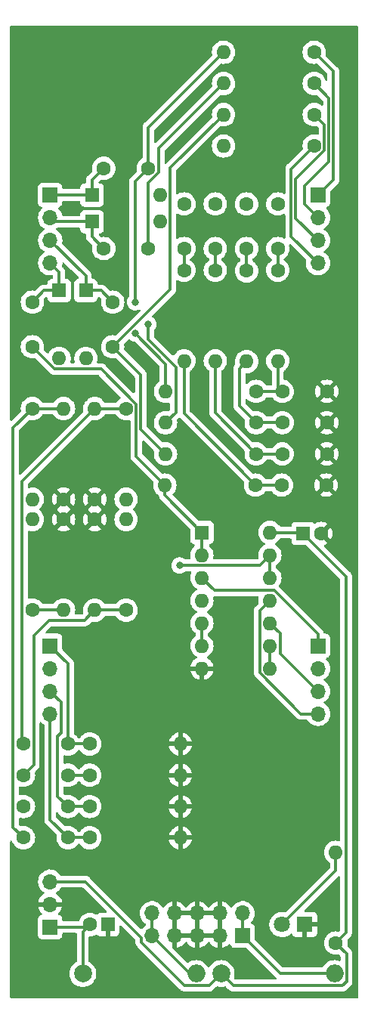
<source format=gtl>
G04 #@! TF.GenerationSoftware,KiCad,Pcbnew,(6.0.1)*
G04 #@! TF.CreationDate,2022-02-10T17:34:38+01:00*
G04 #@! TF.ProjectId,Drumbox,4472756d-626f-4782-9e6b-696361645f70,rev?*
G04 #@! TF.SameCoordinates,Original*
G04 #@! TF.FileFunction,Copper,L1,Top*
G04 #@! TF.FilePolarity,Positive*
%FSLAX46Y46*%
G04 Gerber Fmt 4.6, Leading zero omitted, Abs format (unit mm)*
G04 Created by KiCad (PCBNEW (6.0.1)) date 2022-02-10 17:34:38*
%MOMM*%
%LPD*%
G01*
G04 APERTURE LIST*
G04 #@! TA.AperFunction,ComponentPad*
%ADD10C,1.600000*%
G04 #@! TD*
G04 #@! TA.AperFunction,ComponentPad*
%ADD11R,1.700000X1.700000*%
G04 #@! TD*
G04 #@! TA.AperFunction,ComponentPad*
%ADD12O,1.700000X1.700000*%
G04 #@! TD*
G04 #@! TA.AperFunction,ComponentPad*
%ADD13O,1.600000X1.600000*%
G04 #@! TD*
G04 #@! TA.AperFunction,ComponentPad*
%ADD14R,1.600000X1.600000*%
G04 #@! TD*
G04 #@! TA.AperFunction,ComponentPad*
%ADD15C,2.000000*%
G04 #@! TD*
G04 #@! TA.AperFunction,ComponentPad*
%ADD16O,2.000000X2.000000*%
G04 #@! TD*
G04 #@! TA.AperFunction,ComponentPad*
%ADD17R,1.800000X1.800000*%
G04 #@! TD*
G04 #@! TA.AperFunction,ComponentPad*
%ADD18C,1.800000*%
G04 #@! TD*
G04 #@! TA.AperFunction,ViaPad*
%ADD19C,0.800000*%
G04 #@! TD*
G04 #@! TA.AperFunction,Conductor*
%ADD20C,0.300000*%
G04 #@! TD*
G04 APERTURE END LIST*
D10*
X46000000Y-56500000D03*
X41000000Y-56500000D03*
D11*
X65000000Y-50500000D03*
D12*
X65000000Y-53040000D03*
X65000000Y-55580000D03*
X65000000Y-58120000D03*
D10*
X64580000Y-41500000D03*
D13*
X54420000Y-41500000D03*
D10*
X40000000Y-86840000D03*
D13*
X40000000Y-97000000D03*
D14*
X41455113Y-132225000D03*
D10*
X39455113Y-132225000D03*
X36500000Y-84580000D03*
D13*
X36500000Y-74420000D03*
D10*
X67000000Y-134305000D03*
D13*
X67000000Y-124145000D03*
D14*
X63344888Y-88425000D03*
D10*
X65344888Y-88425000D03*
X58000000Y-83000000D03*
D13*
X47840000Y-83000000D03*
D15*
X54150000Y-137725000D03*
D16*
X66850000Y-137725000D03*
D10*
X61000000Y-72500000D03*
X66000000Y-72500000D03*
X53500000Y-58920000D03*
D13*
X53500000Y-69080000D03*
D11*
X35000000Y-132500000D03*
D12*
X35000000Y-129960000D03*
X35000000Y-127420000D03*
D14*
X39690000Y-50500000D03*
D13*
X47310000Y-50500000D03*
D10*
X58080000Y-79500000D03*
D13*
X47920000Y-79500000D03*
D10*
X50000000Y-51500000D03*
X50000000Y-56500000D03*
X37000000Y-112000000D03*
X32000000Y-112000000D03*
X64580000Y-38000000D03*
D13*
X54420000Y-38000000D03*
D10*
X50000000Y-58920000D03*
D13*
X50000000Y-69080000D03*
D10*
X43500000Y-74420000D03*
D13*
X43500000Y-84580000D03*
D15*
X38650000Y-137725000D03*
D16*
X51350000Y-137725000D03*
D10*
X60500000Y-51500000D03*
X60500000Y-56500000D03*
D14*
X39000000Y-61190000D03*
D13*
X39000000Y-68810000D03*
D10*
X61000000Y-76000000D03*
X66000000Y-76000000D03*
X60500000Y-58920000D03*
D13*
X60500000Y-69080000D03*
D10*
X58080000Y-72500000D03*
D13*
X47920000Y-72500000D03*
D11*
X35000000Y-101000000D03*
D12*
X35000000Y-103540000D03*
X35000000Y-106080000D03*
X35000000Y-108620000D03*
D10*
X53500000Y-51500000D03*
X53500000Y-56500000D03*
X60920000Y-83000000D03*
X65920000Y-83000000D03*
D11*
X65000000Y-101000000D03*
D12*
X65000000Y-103540000D03*
X65000000Y-106080000D03*
X65000000Y-108620000D03*
D10*
X39420000Y-119000000D03*
D13*
X49580000Y-119000000D03*
D10*
X43500000Y-97000000D03*
D13*
X43500000Y-86840000D03*
D10*
X57000000Y-51500000D03*
X57000000Y-56500000D03*
D11*
X35000000Y-50500000D03*
D12*
X35000000Y-53040000D03*
X35000000Y-55580000D03*
X35000000Y-58120000D03*
D10*
X39420000Y-115500000D03*
D13*
X49580000Y-115500000D03*
D10*
X37000000Y-119000000D03*
X32000000Y-119000000D03*
X58080000Y-76000000D03*
D13*
X47920000Y-76000000D03*
D10*
X57000000Y-59000000D03*
D13*
X57000000Y-69160000D03*
D14*
X36000000Y-61190000D03*
D13*
X36000000Y-68810000D03*
D10*
X33000000Y-67500000D03*
X33000000Y-62500000D03*
X46000000Y-47500000D03*
X41000000Y-47500000D03*
X40000000Y-84580000D03*
D13*
X40000000Y-74420000D03*
D10*
X36500000Y-86840000D03*
D13*
X36500000Y-97000000D03*
D14*
X52000000Y-88300000D03*
D13*
X52000000Y-90840000D03*
X52000000Y-93380000D03*
X52000000Y-95920000D03*
X52000000Y-98460000D03*
X52000000Y-101000000D03*
X52000000Y-103540000D03*
X59620000Y-103540000D03*
X59620000Y-101000000D03*
X59620000Y-98460000D03*
X59620000Y-95920000D03*
X59620000Y-93380000D03*
X59620000Y-90840000D03*
X59620000Y-88300000D03*
D10*
X42000000Y-67500000D03*
X42000000Y-62500000D03*
X64580000Y-45000000D03*
D13*
X54420000Y-45000000D03*
D10*
X33000000Y-97000000D03*
D13*
X33000000Y-86840000D03*
D10*
X37000000Y-115500000D03*
X32000000Y-115500000D03*
X61000000Y-79500000D03*
X66000000Y-79500000D03*
X39420000Y-122500000D03*
D13*
X49580000Y-122500000D03*
D10*
X39420000Y-112000000D03*
D13*
X49580000Y-112000000D03*
D10*
X37000000Y-122500000D03*
X32000000Y-122500000D03*
X64580000Y-34500000D03*
D13*
X54420000Y-34500000D03*
D14*
X39690000Y-53500000D03*
D13*
X47310000Y-53500000D03*
D10*
X33000000Y-74420000D03*
D13*
X33000000Y-84580000D03*
D17*
X63500000Y-132225000D03*
D18*
X60960000Y-132225000D03*
D11*
X56575000Y-133500000D03*
D12*
X56575000Y-130960000D03*
X54035000Y-133500000D03*
X54035000Y-130960000D03*
X51495000Y-133500000D03*
X51495000Y-130960000D03*
X48955000Y-133500000D03*
X48955000Y-130960000D03*
X46415000Y-133500000D03*
X46415000Y-130960000D03*
D19*
X46000000Y-65000000D03*
X44500000Y-62500000D03*
X49500000Y-92000000D03*
X44529977Y-66029977D03*
D20*
X58000000Y-83000000D02*
X50000000Y-75000000D01*
X60920000Y-83000000D02*
X58000000Y-83000000D01*
X50000000Y-75000000D02*
X50000000Y-69080000D01*
X61000000Y-79500000D02*
X58080000Y-79500000D01*
X53500000Y-74920000D02*
X58080000Y-79500000D01*
X53500000Y-69080000D02*
X53500000Y-74920000D01*
X61000000Y-76000000D02*
X58080000Y-76000000D01*
X57000000Y-69160000D02*
X56200001Y-69959999D01*
X56200001Y-74120001D02*
X58080000Y-76000000D01*
X56200001Y-69959999D02*
X56200001Y-74120001D01*
X61000000Y-72500000D02*
X58080000Y-72500000D01*
X60500000Y-72000000D02*
X61000000Y-72500000D01*
X60500000Y-69080000D02*
X60500000Y-72000000D01*
X44649511Y-73943856D02*
X40705655Y-70000000D01*
X52000000Y-90840000D02*
X52000000Y-88300000D01*
X47840000Y-83000000D02*
X47840000Y-84140000D01*
X44649511Y-79809511D02*
X44649511Y-73943856D01*
X40705655Y-70000000D02*
X35500000Y-70000000D01*
X35500000Y-70000000D02*
X33000000Y-67500000D01*
X47840000Y-83000000D02*
X44649511Y-79809511D01*
X47840000Y-84140000D02*
X52000000Y-88300000D01*
X60096144Y-94770489D02*
X53390489Y-94770489D01*
X65000000Y-99674345D02*
X60096144Y-94770489D01*
X65000000Y-101000000D02*
X65000000Y-99674345D01*
X50000000Y-56500000D02*
X50000000Y-58920000D01*
X53390489Y-94770489D02*
X52000000Y-93380000D01*
X54420000Y-41500000D02*
X48459511Y-47460489D01*
X45149031Y-70649031D02*
X45149031Y-76729031D01*
X48459511Y-47460489D02*
X48459511Y-61040489D01*
X45149031Y-76729031D02*
X47920000Y-79500000D01*
X52000000Y-101000000D02*
X52000000Y-98460000D01*
X48459511Y-61040489D02*
X42000000Y-67500000D01*
X42000000Y-67500000D02*
X45149031Y-70649031D01*
X39000000Y-61190000D02*
X39000000Y-59580000D01*
X39000000Y-59580000D02*
X35000000Y-55580000D01*
X40690000Y-61190000D02*
X42000000Y-62500000D01*
X39000000Y-61190000D02*
X40690000Y-61190000D01*
X53500000Y-56500000D02*
X53500000Y-58920000D01*
X47149511Y-45270489D02*
X54420000Y-38000000D01*
X59620000Y-101000000D02*
X59620000Y-103540000D01*
X47149511Y-47976144D02*
X47149511Y-45270489D01*
X49069511Y-69775166D02*
X46000000Y-66705655D01*
X49069511Y-74850489D02*
X49069511Y-69775166D01*
X47920000Y-76000000D02*
X49069511Y-74850489D01*
X46000000Y-66705655D02*
X46000000Y-65000000D01*
X46000000Y-49125655D02*
X47149511Y-47976144D01*
X46000000Y-56500000D02*
X46000000Y-49125655D01*
X39690000Y-53500000D02*
X35460000Y-53500000D01*
X39690000Y-53500000D02*
X39690000Y-55190000D01*
X35460000Y-53500000D02*
X35000000Y-53040000D01*
X39690000Y-55190000D02*
X41000000Y-56500000D01*
X65000000Y-106080000D02*
X60769511Y-101849511D01*
X57000000Y-56500000D02*
X57000000Y-59000000D01*
X60769511Y-101849511D02*
X60769511Y-99609511D01*
X60769511Y-99609511D02*
X59620000Y-98460000D01*
X46000000Y-42920000D02*
X54420000Y-34500000D01*
X47920000Y-72500000D02*
X47920000Y-69920000D01*
X58460000Y-92000000D02*
X59620000Y-90840000D01*
X44500000Y-62000000D02*
X44500000Y-62500000D01*
X46000000Y-47500000D02*
X44500000Y-49000000D01*
X46000000Y-47500000D02*
X46000000Y-42920000D01*
X47920000Y-69420000D02*
X44529977Y-66029977D01*
X47920000Y-69920000D02*
X47920000Y-69420000D01*
X59620000Y-90840000D02*
X59620000Y-93380000D01*
X49500000Y-92000000D02*
X58460000Y-92000000D01*
X44500000Y-49000000D02*
X44500000Y-62000000D01*
X39690000Y-50500000D02*
X39690000Y-48810000D01*
X39690000Y-48810000D02*
X41000000Y-47500000D01*
X39690000Y-50500000D02*
X35000000Y-50500000D01*
X65000000Y-108620000D02*
X63074345Y-108620000D01*
X58470489Y-104016144D02*
X58470489Y-97069511D01*
X60500000Y-56500000D02*
X60500000Y-58920000D01*
X58470489Y-97069511D02*
X59620000Y-95920000D01*
X63074345Y-108620000D02*
X58470489Y-104016144D01*
X37000000Y-112000000D02*
X39420000Y-112000000D01*
X37000000Y-103000000D02*
X37000000Y-112000000D01*
X35000000Y-101000000D02*
X37000000Y-103000000D01*
X31850489Y-111850489D02*
X31850489Y-82569511D01*
X31850489Y-82569511D02*
X40000000Y-74420000D01*
X40000000Y-74420000D02*
X43500000Y-74420000D01*
X32000000Y-112000000D02*
X31850489Y-111850489D01*
X37000000Y-115500000D02*
X39420000Y-115500000D01*
X43500000Y-97000000D02*
X40000000Y-97000000D01*
X38850489Y-98149511D02*
X40000000Y-97000000D01*
X33149511Y-114350489D02*
X33149511Y-99850489D01*
X32000000Y-115500000D02*
X33149511Y-114350489D01*
X33149511Y-99850489D02*
X34850489Y-98149511D01*
X34850489Y-98149511D02*
X38850489Y-98149511D01*
X35850489Y-111149511D02*
X35850489Y-117850489D01*
X35000000Y-106080000D02*
X36199511Y-107279511D01*
X35850489Y-117850489D02*
X37000000Y-119000000D01*
X36199511Y-107279511D02*
X36199511Y-110800489D01*
X36199511Y-110800489D02*
X35850489Y-111149511D01*
X37000000Y-119000000D02*
X39420000Y-119000000D01*
X36500000Y-97000000D02*
X33000000Y-97000000D01*
X35000000Y-108620000D02*
X35000000Y-120500000D01*
X37000000Y-122500000D02*
X39420000Y-122500000D01*
X35000000Y-120500000D02*
X37000000Y-122500000D01*
X30850489Y-76569511D02*
X33000000Y-74420000D01*
X36500000Y-74420000D02*
X33000000Y-74420000D01*
X32000000Y-122500000D02*
X30850489Y-121350489D01*
X30850489Y-121350489D02*
X30850489Y-76569511D01*
X63344888Y-88425000D02*
X68149511Y-93229623D01*
X38949135Y-127420000D02*
X45215489Y-133686354D01*
X68199511Y-135504511D02*
X68199511Y-138625969D01*
X68199511Y-138625969D02*
X67750969Y-139074511D01*
X67750969Y-139074511D02*
X55499511Y-139074511D01*
X63219888Y-88300000D02*
X63344888Y-88425000D01*
X68149511Y-133155489D02*
X67000000Y-134305000D01*
X45215489Y-134215489D02*
X50074511Y-139074511D01*
X55499511Y-139074511D02*
X54150000Y-137725000D01*
X50074511Y-139074511D02*
X52800489Y-139074511D01*
X45215489Y-133686354D02*
X45215489Y-134215489D01*
X67000000Y-134305000D02*
X68199511Y-135504511D01*
X68149511Y-93229623D02*
X68149511Y-133155489D01*
X35000000Y-127420000D02*
X38949135Y-127420000D01*
X52800489Y-139074511D02*
X54150000Y-137725000D01*
X59620000Y-88300000D02*
X63219888Y-88300000D01*
X35000000Y-132500000D02*
X39180113Y-132500000D01*
X38650000Y-133030113D02*
X39455113Y-132225000D01*
X38650000Y-137725000D02*
X38650000Y-133030113D01*
X39180113Y-132500000D02*
X39455113Y-132225000D01*
X60960000Y-132225000D02*
X67000000Y-126185000D01*
X67000000Y-126185000D02*
X67000000Y-124145000D01*
X62000000Y-47580000D02*
X62000000Y-55120000D01*
X64580000Y-45000000D02*
X62000000Y-47580000D01*
X62000000Y-55120000D02*
X65000000Y-58120000D01*
X65729511Y-42649511D02*
X64580000Y-41500000D01*
X62500000Y-53080000D02*
X62500000Y-48705655D01*
X65000000Y-55580000D02*
X62500000Y-53080000D01*
X62500000Y-48705655D02*
X65729511Y-45476144D01*
X65729511Y-45476144D02*
X65729511Y-42649511D01*
X66229031Y-39649031D02*
X66229031Y-46770969D01*
X63500000Y-51540000D02*
X65000000Y-53040000D01*
X66229031Y-46770969D02*
X63500000Y-49500000D01*
X64580000Y-38000000D02*
X66229031Y-39649031D01*
X63500000Y-49500000D02*
X63500000Y-51540000D01*
X65000000Y-50500000D02*
X66728551Y-48771449D01*
X66728551Y-36648551D02*
X64580000Y-34500000D01*
X66728551Y-48771449D02*
X66728551Y-36648551D01*
X56575000Y-133500000D02*
X60800000Y-137725000D01*
X56575000Y-130960000D02*
X56575000Y-133500000D01*
X60800000Y-137725000D02*
X66850000Y-137725000D01*
X46415000Y-130960000D02*
X46415000Y-133500000D01*
X46415000Y-133500000D02*
X50640000Y-137725000D01*
X50640000Y-137725000D02*
X51350000Y-137725000D01*
X36000000Y-61190000D02*
X36000000Y-59120000D01*
X34310000Y-61190000D02*
X33000000Y-62500000D01*
X36000000Y-59120000D02*
X35000000Y-58120000D01*
X36000000Y-61190000D02*
X34310000Y-61190000D01*
G04 #@! TA.AperFunction,Conductor*
G36*
X69434120Y-31528002D02*
G01*
X69480613Y-31581658D01*
X69491999Y-31634000D01*
X69492000Y-140366000D01*
X69471998Y-140434121D01*
X69418342Y-140480614D01*
X69366000Y-140492000D01*
X30634000Y-140492000D01*
X30565879Y-140471998D01*
X30519386Y-140418342D01*
X30508000Y-140366000D01*
X30508000Y-122944500D01*
X30528002Y-122876379D01*
X30581658Y-122829886D01*
X30651932Y-122819782D01*
X30716512Y-122849276D01*
X30755707Y-122911889D01*
X30760612Y-122930193D01*
X30765716Y-122949243D01*
X30768039Y-122954224D01*
X30768039Y-122954225D01*
X30860151Y-123151762D01*
X30860154Y-123151767D01*
X30862477Y-123156749D01*
X30865634Y-123161257D01*
X30966432Y-123305211D01*
X30993802Y-123344300D01*
X31155700Y-123506198D01*
X31160208Y-123509355D01*
X31160211Y-123509357D01*
X31238389Y-123564098D01*
X31343251Y-123637523D01*
X31348233Y-123639846D01*
X31348238Y-123639849D01*
X31479522Y-123701067D01*
X31550757Y-123734284D01*
X31556065Y-123735706D01*
X31556067Y-123735707D01*
X31766598Y-123792119D01*
X31766600Y-123792119D01*
X31771913Y-123793543D01*
X32000000Y-123813498D01*
X32228087Y-123793543D01*
X32233400Y-123792119D01*
X32233402Y-123792119D01*
X32443933Y-123735707D01*
X32443935Y-123735706D01*
X32449243Y-123734284D01*
X32520478Y-123701067D01*
X32651762Y-123639849D01*
X32651767Y-123639846D01*
X32656749Y-123637523D01*
X32761611Y-123564098D01*
X32839789Y-123509357D01*
X32839792Y-123509355D01*
X32844300Y-123506198D01*
X33006198Y-123344300D01*
X33033569Y-123305211D01*
X33134366Y-123161257D01*
X33137523Y-123156749D01*
X33139846Y-123151767D01*
X33139849Y-123151762D01*
X33231961Y-122954225D01*
X33231961Y-122954224D01*
X33234284Y-122949243D01*
X33239389Y-122930193D01*
X33292119Y-122733402D01*
X33292119Y-122733400D01*
X33293543Y-122728087D01*
X33313498Y-122500000D01*
X33293543Y-122271913D01*
X33285028Y-122240135D01*
X33235707Y-122056067D01*
X33235706Y-122056065D01*
X33234284Y-122050757D01*
X33231961Y-122045775D01*
X33139849Y-121848238D01*
X33139846Y-121848233D01*
X33137523Y-121843251D01*
X33006198Y-121655700D01*
X32844300Y-121493802D01*
X32839792Y-121490645D01*
X32839789Y-121490643D01*
X32761611Y-121435902D01*
X32656749Y-121362477D01*
X32651767Y-121360154D01*
X32651762Y-121360151D01*
X32454225Y-121268039D01*
X32454224Y-121268039D01*
X32449243Y-121265716D01*
X32443935Y-121264294D01*
X32443933Y-121264293D01*
X32233402Y-121207881D01*
X32233400Y-121207881D01*
X32228087Y-121206457D01*
X32000000Y-121186502D01*
X31771913Y-121206457D01*
X31766595Y-121207882D01*
X31736341Y-121215988D01*
X31665365Y-121214298D01*
X31614636Y-121183376D01*
X31545894Y-121114634D01*
X31511868Y-121052322D01*
X31508989Y-121025539D01*
X31508989Y-120387299D01*
X31528991Y-120319178D01*
X31582647Y-120272685D01*
X31652921Y-120262581D01*
X31667593Y-120265590D01*
X31771913Y-120293543D01*
X32000000Y-120313498D01*
X32228087Y-120293543D01*
X32233400Y-120292119D01*
X32233402Y-120292119D01*
X32443933Y-120235707D01*
X32443935Y-120235706D01*
X32449243Y-120234284D01*
X32576272Y-120175050D01*
X32651762Y-120139849D01*
X32651767Y-120139846D01*
X32656749Y-120137523D01*
X32761611Y-120064098D01*
X32839789Y-120009357D01*
X32839792Y-120009355D01*
X32844300Y-120006198D01*
X33006198Y-119844300D01*
X33137523Y-119656749D01*
X33139846Y-119651767D01*
X33139849Y-119651762D01*
X33231961Y-119454225D01*
X33231961Y-119454224D01*
X33234284Y-119449243D01*
X33282970Y-119267548D01*
X33292119Y-119233402D01*
X33292119Y-119233400D01*
X33293543Y-119228087D01*
X33313498Y-119000000D01*
X33293543Y-118771913D01*
X33283244Y-118733478D01*
X33235707Y-118556067D01*
X33235706Y-118556065D01*
X33234284Y-118550757D01*
X33139966Y-118348489D01*
X33139849Y-118348238D01*
X33139846Y-118348233D01*
X33137523Y-118343251D01*
X33006198Y-118155700D01*
X32844300Y-117993802D01*
X32839792Y-117990645D01*
X32839789Y-117990643D01*
X32761611Y-117935902D01*
X32656749Y-117862477D01*
X32651767Y-117860154D01*
X32651762Y-117860151D01*
X32454225Y-117768039D01*
X32454224Y-117768039D01*
X32449243Y-117765716D01*
X32443935Y-117764294D01*
X32443933Y-117764293D01*
X32233402Y-117707881D01*
X32233400Y-117707881D01*
X32228087Y-117706457D01*
X32000000Y-117686502D01*
X31771913Y-117706457D01*
X31667599Y-117734408D01*
X31596624Y-117732718D01*
X31537828Y-117692924D01*
X31509880Y-117627660D01*
X31508989Y-117612701D01*
X31508989Y-116887299D01*
X31528991Y-116819178D01*
X31582647Y-116772685D01*
X31652921Y-116762581D01*
X31667593Y-116765590D01*
X31771913Y-116793543D01*
X32000000Y-116813498D01*
X32228087Y-116793543D01*
X32233400Y-116792119D01*
X32233402Y-116792119D01*
X32443933Y-116735707D01*
X32443935Y-116735706D01*
X32449243Y-116734284D01*
X32491012Y-116714807D01*
X32651762Y-116639849D01*
X32651767Y-116639846D01*
X32656749Y-116637523D01*
X32761611Y-116564098D01*
X32839789Y-116509357D01*
X32839792Y-116509355D01*
X32844300Y-116506198D01*
X33006198Y-116344300D01*
X33137523Y-116156749D01*
X33139846Y-116151767D01*
X33139849Y-116151762D01*
X33231961Y-115954225D01*
X33231961Y-115954224D01*
X33234284Y-115949243D01*
X33282970Y-115767548D01*
X33292119Y-115733402D01*
X33292119Y-115733400D01*
X33293543Y-115728087D01*
X33313498Y-115500000D01*
X33293543Y-115271913D01*
X33285829Y-115243124D01*
X33284012Y-115236341D01*
X33285702Y-115165365D01*
X33316624Y-115114636D01*
X33557116Y-114874144D01*
X33565896Y-114866154D01*
X33565898Y-114866152D01*
X33572591Y-114861905D01*
X33585190Y-114848489D01*
X33621115Y-114810232D01*
X33623870Y-114807390D01*
X33644438Y-114786822D01*
X33647158Y-114783315D01*
X33654864Y-114774293D01*
X33681055Y-114746402D01*
X33686483Y-114740622D01*
X33690305Y-114733670D01*
X33696814Y-114721831D01*
X33707668Y-114705307D01*
X33715956Y-114694621D01*
X33720815Y-114688357D01*
X33723963Y-114681083D01*
X33739165Y-114645954D01*
X33744387Y-114635294D01*
X33762816Y-114601773D01*
X33762817Y-114601771D01*
X33766635Y-114594826D01*
X33771970Y-114574048D01*
X33778369Y-114555358D01*
X33786891Y-114535665D01*
X33794117Y-114490041D01*
X33796524Y-114478418D01*
X33806039Y-114441357D01*
X33808011Y-114433677D01*
X33808011Y-114412230D01*
X33809562Y-114392520D01*
X33811677Y-114379166D01*
X33812917Y-114371337D01*
X33808570Y-114325348D01*
X33808011Y-114313493D01*
X33808011Y-109656808D01*
X33828013Y-109588687D01*
X33881669Y-109542194D01*
X33951943Y-109532090D01*
X34016523Y-109561584D01*
X34029249Y-109574312D01*
X34042861Y-109590027D01*
X34042869Y-109590035D01*
X34046250Y-109593938D01*
X34218126Y-109736632D01*
X34222583Y-109739236D01*
X34222588Y-109739240D01*
X34279070Y-109772245D01*
X34327794Y-109823883D01*
X34341500Y-109881033D01*
X34341500Y-120417944D01*
X34340941Y-120429800D01*
X34339212Y-120437537D01*
X34339461Y-120445459D01*
X34341438Y-120508369D01*
X34341500Y-120512327D01*
X34341500Y-120541432D01*
X34342056Y-120545832D01*
X34342988Y-120557664D01*
X34344438Y-120603831D01*
X34346650Y-120611444D01*
X34346650Y-120611445D01*
X34350419Y-120624416D01*
X34354430Y-120643782D01*
X34357118Y-120665064D01*
X34360034Y-120672429D01*
X34360035Y-120672433D01*
X34374126Y-120708021D01*
X34377965Y-120719231D01*
X34390855Y-120763600D01*
X34401775Y-120782065D01*
X34410466Y-120799805D01*
X34418365Y-120819756D01*
X34445516Y-120857126D01*
X34452033Y-120867048D01*
X34471507Y-120899977D01*
X34471510Y-120899981D01*
X34475547Y-120906807D01*
X34490711Y-120921971D01*
X34503551Y-120937004D01*
X34516159Y-120954357D01*
X34551752Y-120983802D01*
X34560532Y-120991792D01*
X35683376Y-122114636D01*
X35717402Y-122176948D01*
X35715988Y-122236341D01*
X35714171Y-122243124D01*
X35706457Y-122271913D01*
X35686502Y-122500000D01*
X35706457Y-122728087D01*
X35707881Y-122733400D01*
X35707881Y-122733402D01*
X35760612Y-122930193D01*
X35765716Y-122949243D01*
X35768039Y-122954224D01*
X35768039Y-122954225D01*
X35860151Y-123151762D01*
X35860154Y-123151767D01*
X35862477Y-123156749D01*
X35865634Y-123161257D01*
X35966432Y-123305211D01*
X35993802Y-123344300D01*
X36155700Y-123506198D01*
X36160208Y-123509355D01*
X36160211Y-123509357D01*
X36238389Y-123564098D01*
X36343251Y-123637523D01*
X36348233Y-123639846D01*
X36348238Y-123639849D01*
X36479522Y-123701067D01*
X36550757Y-123734284D01*
X36556065Y-123735706D01*
X36556067Y-123735707D01*
X36766598Y-123792119D01*
X36766600Y-123792119D01*
X36771913Y-123793543D01*
X37000000Y-123813498D01*
X37228087Y-123793543D01*
X37233400Y-123792119D01*
X37233402Y-123792119D01*
X37443933Y-123735707D01*
X37443935Y-123735706D01*
X37449243Y-123734284D01*
X37520478Y-123701067D01*
X37651762Y-123639849D01*
X37651767Y-123639846D01*
X37656749Y-123637523D01*
X37761611Y-123564098D01*
X37839789Y-123509357D01*
X37839792Y-123509355D01*
X37844300Y-123506198D01*
X38006198Y-123344300D01*
X38098676Y-123212228D01*
X38154132Y-123167901D01*
X38201888Y-123158500D01*
X38218112Y-123158500D01*
X38286233Y-123178502D01*
X38321324Y-123212228D01*
X38413802Y-123344300D01*
X38575700Y-123506198D01*
X38580208Y-123509355D01*
X38580211Y-123509357D01*
X38658389Y-123564098D01*
X38763251Y-123637523D01*
X38768233Y-123639846D01*
X38768238Y-123639849D01*
X38899522Y-123701067D01*
X38970757Y-123734284D01*
X38976065Y-123735706D01*
X38976067Y-123735707D01*
X39186598Y-123792119D01*
X39186600Y-123792119D01*
X39191913Y-123793543D01*
X39420000Y-123813498D01*
X39648087Y-123793543D01*
X39653400Y-123792119D01*
X39653402Y-123792119D01*
X39863933Y-123735707D01*
X39863935Y-123735706D01*
X39869243Y-123734284D01*
X39940478Y-123701067D01*
X40071762Y-123639849D01*
X40071767Y-123639846D01*
X40076749Y-123637523D01*
X40181611Y-123564098D01*
X40259789Y-123509357D01*
X40259792Y-123509355D01*
X40264300Y-123506198D01*
X40426198Y-123344300D01*
X40453569Y-123305211D01*
X40554366Y-123161257D01*
X40557523Y-123156749D01*
X40559846Y-123151767D01*
X40559849Y-123151762D01*
X40651961Y-122954225D01*
X40651961Y-122954224D01*
X40654284Y-122949243D01*
X40659389Y-122930193D01*
X40703245Y-122766522D01*
X48297273Y-122766522D01*
X48344764Y-122943761D01*
X48348510Y-122954053D01*
X48440586Y-123151511D01*
X48446069Y-123161007D01*
X48571028Y-123339467D01*
X48578084Y-123347875D01*
X48732125Y-123501916D01*
X48740533Y-123508972D01*
X48918993Y-123633931D01*
X48928489Y-123639414D01*
X49125947Y-123731490D01*
X49136239Y-123735236D01*
X49308503Y-123781394D01*
X49322599Y-123781058D01*
X49326000Y-123773116D01*
X49326000Y-123767967D01*
X49834000Y-123767967D01*
X49837973Y-123781498D01*
X49846522Y-123782727D01*
X50023761Y-123735236D01*
X50034053Y-123731490D01*
X50231511Y-123639414D01*
X50241007Y-123633931D01*
X50419467Y-123508972D01*
X50427875Y-123501916D01*
X50581916Y-123347875D01*
X50588972Y-123339467D01*
X50713931Y-123161007D01*
X50719414Y-123151511D01*
X50811490Y-122954053D01*
X50815236Y-122943761D01*
X50861394Y-122771497D01*
X50861058Y-122757401D01*
X50853116Y-122754000D01*
X49852115Y-122754000D01*
X49836876Y-122758475D01*
X49835671Y-122759865D01*
X49834000Y-122767548D01*
X49834000Y-123767967D01*
X49326000Y-123767967D01*
X49326000Y-122772115D01*
X49321525Y-122756876D01*
X49320135Y-122755671D01*
X49312452Y-122754000D01*
X48312033Y-122754000D01*
X48298502Y-122757973D01*
X48297273Y-122766522D01*
X40703245Y-122766522D01*
X40712119Y-122733402D01*
X40712119Y-122733400D01*
X40713543Y-122728087D01*
X40733498Y-122500000D01*
X40713543Y-122271913D01*
X40705028Y-122240135D01*
X40701911Y-122228503D01*
X48298606Y-122228503D01*
X48298942Y-122242599D01*
X48306884Y-122246000D01*
X49307885Y-122246000D01*
X49323124Y-122241525D01*
X49324329Y-122240135D01*
X49326000Y-122232452D01*
X49326000Y-122227885D01*
X49834000Y-122227885D01*
X49838475Y-122243124D01*
X49839865Y-122244329D01*
X49847548Y-122246000D01*
X50847967Y-122246000D01*
X50861498Y-122242027D01*
X50862727Y-122233478D01*
X50815236Y-122056239D01*
X50811490Y-122045947D01*
X50719414Y-121848489D01*
X50713931Y-121838993D01*
X50588972Y-121660533D01*
X50581916Y-121652125D01*
X50427875Y-121498084D01*
X50419467Y-121491028D01*
X50241007Y-121366069D01*
X50231511Y-121360586D01*
X50034053Y-121268510D01*
X50023761Y-121264764D01*
X49851497Y-121218606D01*
X49837401Y-121218942D01*
X49834000Y-121226884D01*
X49834000Y-122227885D01*
X49326000Y-122227885D01*
X49326000Y-121232033D01*
X49322027Y-121218502D01*
X49313478Y-121217273D01*
X49136239Y-121264764D01*
X49125947Y-121268510D01*
X48928489Y-121360586D01*
X48918993Y-121366069D01*
X48740533Y-121491028D01*
X48732125Y-121498084D01*
X48578084Y-121652125D01*
X48571028Y-121660533D01*
X48446069Y-121838993D01*
X48440586Y-121848489D01*
X48348510Y-122045947D01*
X48344764Y-122056239D01*
X48298606Y-122228503D01*
X40701911Y-122228503D01*
X40655707Y-122056067D01*
X40655706Y-122056065D01*
X40654284Y-122050757D01*
X40651961Y-122045775D01*
X40559849Y-121848238D01*
X40559846Y-121848233D01*
X40557523Y-121843251D01*
X40426198Y-121655700D01*
X40264300Y-121493802D01*
X40259792Y-121490645D01*
X40259789Y-121490643D01*
X40181611Y-121435902D01*
X40076749Y-121362477D01*
X40071767Y-121360154D01*
X40071762Y-121360151D01*
X39874225Y-121268039D01*
X39874224Y-121268039D01*
X39869243Y-121265716D01*
X39863935Y-121264294D01*
X39863933Y-121264293D01*
X39653402Y-121207881D01*
X39653400Y-121207881D01*
X39648087Y-121206457D01*
X39420000Y-121186502D01*
X39191913Y-121206457D01*
X39186600Y-121207881D01*
X39186598Y-121207881D01*
X38976067Y-121264293D01*
X38976065Y-121264294D01*
X38970757Y-121265716D01*
X38965776Y-121268039D01*
X38965775Y-121268039D01*
X38768238Y-121360151D01*
X38768233Y-121360154D01*
X38763251Y-121362477D01*
X38658389Y-121435902D01*
X38580211Y-121490643D01*
X38580208Y-121490645D01*
X38575700Y-121493802D01*
X38413802Y-121655700D01*
X38410645Y-121660208D01*
X38410643Y-121660211D01*
X38321325Y-121787771D01*
X38265868Y-121832099D01*
X38218112Y-121841500D01*
X38201888Y-121841500D01*
X38133767Y-121821498D01*
X38098675Y-121787771D01*
X38009357Y-121660211D01*
X38009355Y-121660208D01*
X38006198Y-121655700D01*
X37844300Y-121493802D01*
X37839792Y-121490645D01*
X37839789Y-121490643D01*
X37761611Y-121435902D01*
X37656749Y-121362477D01*
X37651767Y-121360154D01*
X37651762Y-121360151D01*
X37454225Y-121268039D01*
X37454224Y-121268039D01*
X37449243Y-121265716D01*
X37443935Y-121264294D01*
X37443933Y-121264293D01*
X37233402Y-121207881D01*
X37233400Y-121207881D01*
X37228087Y-121206457D01*
X37000000Y-121186502D01*
X36771913Y-121206457D01*
X36766595Y-121207882D01*
X36736341Y-121215988D01*
X36665365Y-121214298D01*
X36614636Y-121183376D01*
X35695405Y-120264145D01*
X35661379Y-120201833D01*
X35658500Y-120175050D01*
X35658500Y-119765061D01*
X35678502Y-119696940D01*
X35732158Y-119650447D01*
X35802432Y-119640343D01*
X35867012Y-119669837D01*
X35887713Y-119692790D01*
X35901325Y-119712229D01*
X35993802Y-119844300D01*
X36155700Y-120006198D01*
X36160208Y-120009355D01*
X36160211Y-120009357D01*
X36238389Y-120064098D01*
X36343251Y-120137523D01*
X36348233Y-120139846D01*
X36348238Y-120139849D01*
X36423728Y-120175050D01*
X36550757Y-120234284D01*
X36556065Y-120235706D01*
X36556067Y-120235707D01*
X36766598Y-120292119D01*
X36766600Y-120292119D01*
X36771913Y-120293543D01*
X37000000Y-120313498D01*
X37228087Y-120293543D01*
X37233400Y-120292119D01*
X37233402Y-120292119D01*
X37443933Y-120235707D01*
X37443935Y-120235706D01*
X37449243Y-120234284D01*
X37576272Y-120175050D01*
X37651762Y-120139849D01*
X37651767Y-120139846D01*
X37656749Y-120137523D01*
X37761611Y-120064098D01*
X37839789Y-120009357D01*
X37839792Y-120009355D01*
X37844300Y-120006198D01*
X38006198Y-119844300D01*
X38098676Y-119712228D01*
X38154132Y-119667901D01*
X38201888Y-119658500D01*
X38218112Y-119658500D01*
X38286233Y-119678502D01*
X38321324Y-119712228D01*
X38413802Y-119844300D01*
X38575700Y-120006198D01*
X38580208Y-120009355D01*
X38580211Y-120009357D01*
X38658389Y-120064098D01*
X38763251Y-120137523D01*
X38768233Y-120139846D01*
X38768238Y-120139849D01*
X38843728Y-120175050D01*
X38970757Y-120234284D01*
X38976065Y-120235706D01*
X38976067Y-120235707D01*
X39186598Y-120292119D01*
X39186600Y-120292119D01*
X39191913Y-120293543D01*
X39420000Y-120313498D01*
X39648087Y-120293543D01*
X39653400Y-120292119D01*
X39653402Y-120292119D01*
X39863933Y-120235707D01*
X39863935Y-120235706D01*
X39869243Y-120234284D01*
X39996272Y-120175050D01*
X40071762Y-120139849D01*
X40071767Y-120139846D01*
X40076749Y-120137523D01*
X40181611Y-120064098D01*
X40259789Y-120009357D01*
X40259792Y-120009355D01*
X40264300Y-120006198D01*
X40426198Y-119844300D01*
X40557523Y-119656749D01*
X40559846Y-119651767D01*
X40559849Y-119651762D01*
X40651961Y-119454225D01*
X40651961Y-119454224D01*
X40654284Y-119449243D01*
X40702970Y-119267548D01*
X40703245Y-119266522D01*
X48297273Y-119266522D01*
X48344764Y-119443761D01*
X48348510Y-119454053D01*
X48440586Y-119651511D01*
X48446069Y-119661007D01*
X48571028Y-119839467D01*
X48578084Y-119847875D01*
X48732125Y-120001916D01*
X48740533Y-120008972D01*
X48918993Y-120133931D01*
X48928489Y-120139414D01*
X49125947Y-120231490D01*
X49136239Y-120235236D01*
X49308503Y-120281394D01*
X49322599Y-120281058D01*
X49326000Y-120273116D01*
X49326000Y-120267967D01*
X49834000Y-120267967D01*
X49837973Y-120281498D01*
X49846522Y-120282727D01*
X50023761Y-120235236D01*
X50034053Y-120231490D01*
X50231511Y-120139414D01*
X50241007Y-120133931D01*
X50419467Y-120008972D01*
X50427875Y-120001916D01*
X50581916Y-119847875D01*
X50588972Y-119839467D01*
X50713931Y-119661007D01*
X50719414Y-119651511D01*
X50811490Y-119454053D01*
X50815236Y-119443761D01*
X50861394Y-119271497D01*
X50861058Y-119257401D01*
X50853116Y-119254000D01*
X49852115Y-119254000D01*
X49836876Y-119258475D01*
X49835671Y-119259865D01*
X49834000Y-119267548D01*
X49834000Y-120267967D01*
X49326000Y-120267967D01*
X49326000Y-119272115D01*
X49321525Y-119256876D01*
X49320135Y-119255671D01*
X49312452Y-119254000D01*
X48312033Y-119254000D01*
X48298502Y-119257973D01*
X48297273Y-119266522D01*
X40703245Y-119266522D01*
X40712119Y-119233402D01*
X40712119Y-119233400D01*
X40713543Y-119228087D01*
X40733498Y-119000000D01*
X40713543Y-118771913D01*
X40703244Y-118733478D01*
X40701911Y-118728503D01*
X48298606Y-118728503D01*
X48298942Y-118742599D01*
X48306884Y-118746000D01*
X49307885Y-118746000D01*
X49323124Y-118741525D01*
X49324329Y-118740135D01*
X49326000Y-118732452D01*
X49326000Y-118727885D01*
X49834000Y-118727885D01*
X49838475Y-118743124D01*
X49839865Y-118744329D01*
X49847548Y-118746000D01*
X50847967Y-118746000D01*
X50861498Y-118742027D01*
X50862727Y-118733478D01*
X50815236Y-118556239D01*
X50811490Y-118545947D01*
X50719414Y-118348489D01*
X50713931Y-118338993D01*
X50588972Y-118160533D01*
X50581916Y-118152125D01*
X50427875Y-117998084D01*
X50419467Y-117991028D01*
X50241007Y-117866069D01*
X50231511Y-117860586D01*
X50034053Y-117768510D01*
X50023761Y-117764764D01*
X49851497Y-117718606D01*
X49837401Y-117718942D01*
X49834000Y-117726884D01*
X49834000Y-118727885D01*
X49326000Y-118727885D01*
X49326000Y-117732033D01*
X49322027Y-117718502D01*
X49313478Y-117717273D01*
X49136239Y-117764764D01*
X49125947Y-117768510D01*
X48928489Y-117860586D01*
X48918993Y-117866069D01*
X48740533Y-117991028D01*
X48732125Y-117998084D01*
X48578084Y-118152125D01*
X48571028Y-118160533D01*
X48446069Y-118338993D01*
X48440586Y-118348489D01*
X48348510Y-118545947D01*
X48344764Y-118556239D01*
X48298606Y-118728503D01*
X40701911Y-118728503D01*
X40655707Y-118556067D01*
X40655706Y-118556065D01*
X40654284Y-118550757D01*
X40559966Y-118348489D01*
X40559849Y-118348238D01*
X40559846Y-118348233D01*
X40557523Y-118343251D01*
X40426198Y-118155700D01*
X40264300Y-117993802D01*
X40259792Y-117990645D01*
X40259789Y-117990643D01*
X40181611Y-117935902D01*
X40076749Y-117862477D01*
X40071767Y-117860154D01*
X40071762Y-117860151D01*
X39874225Y-117768039D01*
X39874224Y-117768039D01*
X39869243Y-117765716D01*
X39863935Y-117764294D01*
X39863933Y-117764293D01*
X39653402Y-117707881D01*
X39653400Y-117707881D01*
X39648087Y-117706457D01*
X39420000Y-117686502D01*
X39191913Y-117706457D01*
X39186600Y-117707881D01*
X39186598Y-117707881D01*
X38976067Y-117764293D01*
X38976065Y-117764294D01*
X38970757Y-117765716D01*
X38965776Y-117768039D01*
X38965775Y-117768039D01*
X38768238Y-117860151D01*
X38768233Y-117860154D01*
X38763251Y-117862477D01*
X38658389Y-117935902D01*
X38580211Y-117990643D01*
X38580208Y-117990645D01*
X38575700Y-117993802D01*
X38413802Y-118155700D01*
X38410645Y-118160208D01*
X38410643Y-118160211D01*
X38321325Y-118287771D01*
X38265868Y-118332099D01*
X38218112Y-118341500D01*
X38201888Y-118341500D01*
X38133767Y-118321498D01*
X38098675Y-118287771D01*
X38009357Y-118160211D01*
X38009355Y-118160208D01*
X38006198Y-118155700D01*
X37844300Y-117993802D01*
X37839792Y-117990645D01*
X37839789Y-117990643D01*
X37761611Y-117935902D01*
X37656749Y-117862477D01*
X37651767Y-117860154D01*
X37651762Y-117860151D01*
X37454225Y-117768039D01*
X37454224Y-117768039D01*
X37449243Y-117765716D01*
X37443935Y-117764294D01*
X37443933Y-117764293D01*
X37233402Y-117707881D01*
X37233400Y-117707881D01*
X37228087Y-117706457D01*
X37000000Y-117686502D01*
X36771913Y-117706457D01*
X36766595Y-117707882D01*
X36736341Y-117715988D01*
X36665365Y-117714298D01*
X36614636Y-117683376D01*
X36545894Y-117614634D01*
X36511868Y-117552322D01*
X36508989Y-117525539D01*
X36508989Y-116887299D01*
X36528991Y-116819178D01*
X36582647Y-116772685D01*
X36652921Y-116762581D01*
X36667593Y-116765590D01*
X36771913Y-116793543D01*
X37000000Y-116813498D01*
X37228087Y-116793543D01*
X37233400Y-116792119D01*
X37233402Y-116792119D01*
X37443933Y-116735707D01*
X37443935Y-116735706D01*
X37449243Y-116734284D01*
X37491012Y-116714807D01*
X37651762Y-116639849D01*
X37651767Y-116639846D01*
X37656749Y-116637523D01*
X37761611Y-116564098D01*
X37839789Y-116509357D01*
X37839792Y-116509355D01*
X37844300Y-116506198D01*
X38006198Y-116344300D01*
X38098676Y-116212228D01*
X38154132Y-116167901D01*
X38201888Y-116158500D01*
X38218112Y-116158500D01*
X38286233Y-116178502D01*
X38321324Y-116212228D01*
X38413802Y-116344300D01*
X38575700Y-116506198D01*
X38580208Y-116509355D01*
X38580211Y-116509357D01*
X38658389Y-116564098D01*
X38763251Y-116637523D01*
X38768233Y-116639846D01*
X38768238Y-116639849D01*
X38928988Y-116714807D01*
X38970757Y-116734284D01*
X38976065Y-116735706D01*
X38976067Y-116735707D01*
X39186598Y-116792119D01*
X39186600Y-116792119D01*
X39191913Y-116793543D01*
X39420000Y-116813498D01*
X39648087Y-116793543D01*
X39653400Y-116792119D01*
X39653402Y-116792119D01*
X39863933Y-116735707D01*
X39863935Y-116735706D01*
X39869243Y-116734284D01*
X39911012Y-116714807D01*
X40071762Y-116639849D01*
X40071767Y-116639846D01*
X40076749Y-116637523D01*
X40181611Y-116564098D01*
X40259789Y-116509357D01*
X40259792Y-116509355D01*
X40264300Y-116506198D01*
X40426198Y-116344300D01*
X40557523Y-116156749D01*
X40559846Y-116151767D01*
X40559849Y-116151762D01*
X40651961Y-115954225D01*
X40651961Y-115954224D01*
X40654284Y-115949243D01*
X40702970Y-115767548D01*
X40703245Y-115766522D01*
X48297273Y-115766522D01*
X48344764Y-115943761D01*
X48348510Y-115954053D01*
X48440586Y-116151511D01*
X48446069Y-116161007D01*
X48571028Y-116339467D01*
X48578084Y-116347875D01*
X48732125Y-116501916D01*
X48740533Y-116508972D01*
X48918993Y-116633931D01*
X48928489Y-116639414D01*
X49125947Y-116731490D01*
X49136239Y-116735236D01*
X49308503Y-116781394D01*
X49322599Y-116781058D01*
X49326000Y-116773116D01*
X49326000Y-116767967D01*
X49834000Y-116767967D01*
X49837973Y-116781498D01*
X49846522Y-116782727D01*
X50023761Y-116735236D01*
X50034053Y-116731490D01*
X50231511Y-116639414D01*
X50241007Y-116633931D01*
X50419467Y-116508972D01*
X50427875Y-116501916D01*
X50581916Y-116347875D01*
X50588972Y-116339467D01*
X50713931Y-116161007D01*
X50719414Y-116151511D01*
X50811490Y-115954053D01*
X50815236Y-115943761D01*
X50861394Y-115771497D01*
X50861058Y-115757401D01*
X50853116Y-115754000D01*
X49852115Y-115754000D01*
X49836876Y-115758475D01*
X49835671Y-115759865D01*
X49834000Y-115767548D01*
X49834000Y-116767967D01*
X49326000Y-116767967D01*
X49326000Y-115772115D01*
X49321525Y-115756876D01*
X49320135Y-115755671D01*
X49312452Y-115754000D01*
X48312033Y-115754000D01*
X48298502Y-115757973D01*
X48297273Y-115766522D01*
X40703245Y-115766522D01*
X40712119Y-115733402D01*
X40712119Y-115733400D01*
X40713543Y-115728087D01*
X40733498Y-115500000D01*
X40713543Y-115271913D01*
X40705028Y-115240135D01*
X40701911Y-115228503D01*
X48298606Y-115228503D01*
X48298942Y-115242599D01*
X48306884Y-115246000D01*
X49307885Y-115246000D01*
X49323124Y-115241525D01*
X49324329Y-115240135D01*
X49326000Y-115232452D01*
X49326000Y-115227885D01*
X49834000Y-115227885D01*
X49838475Y-115243124D01*
X49839865Y-115244329D01*
X49847548Y-115246000D01*
X50847967Y-115246000D01*
X50861498Y-115242027D01*
X50862727Y-115233478D01*
X50815236Y-115056239D01*
X50811490Y-115045947D01*
X50719414Y-114848489D01*
X50713931Y-114838993D01*
X50588972Y-114660533D01*
X50581916Y-114652125D01*
X50427875Y-114498084D01*
X50419467Y-114491028D01*
X50241007Y-114366069D01*
X50231511Y-114360586D01*
X50034053Y-114268510D01*
X50023761Y-114264764D01*
X49851497Y-114218606D01*
X49837401Y-114218942D01*
X49834000Y-114226884D01*
X49834000Y-115227885D01*
X49326000Y-115227885D01*
X49326000Y-114232033D01*
X49322027Y-114218502D01*
X49313478Y-114217273D01*
X49136239Y-114264764D01*
X49125947Y-114268510D01*
X48928489Y-114360586D01*
X48918993Y-114366069D01*
X48740533Y-114491028D01*
X48732125Y-114498084D01*
X48578084Y-114652125D01*
X48571028Y-114660533D01*
X48446069Y-114838993D01*
X48440586Y-114848489D01*
X48348510Y-115045947D01*
X48344764Y-115056239D01*
X48298606Y-115228503D01*
X40701911Y-115228503D01*
X40655707Y-115056067D01*
X40655706Y-115056065D01*
X40654284Y-115050757D01*
X40571929Y-114874144D01*
X40559849Y-114848238D01*
X40559846Y-114848233D01*
X40557523Y-114843251D01*
X40449065Y-114688357D01*
X40429357Y-114660211D01*
X40429355Y-114660208D01*
X40426198Y-114655700D01*
X40264300Y-114493802D01*
X40259792Y-114490645D01*
X40259789Y-114490643D01*
X40147803Y-114412230D01*
X40076749Y-114362477D01*
X40071767Y-114360154D01*
X40071762Y-114360151D01*
X39874225Y-114268039D01*
X39874224Y-114268039D01*
X39869243Y-114265716D01*
X39863935Y-114264294D01*
X39863933Y-114264293D01*
X39653402Y-114207881D01*
X39653400Y-114207881D01*
X39648087Y-114206457D01*
X39420000Y-114186502D01*
X39191913Y-114206457D01*
X39186600Y-114207881D01*
X39186598Y-114207881D01*
X38976067Y-114264293D01*
X38976065Y-114264294D01*
X38970757Y-114265716D01*
X38965776Y-114268039D01*
X38965775Y-114268039D01*
X38768238Y-114360151D01*
X38768233Y-114360154D01*
X38763251Y-114362477D01*
X38692197Y-114412230D01*
X38580211Y-114490643D01*
X38580208Y-114490645D01*
X38575700Y-114493802D01*
X38413802Y-114655700D01*
X38410645Y-114660208D01*
X38410643Y-114660211D01*
X38390935Y-114688357D01*
X38324183Y-114783690D01*
X38321325Y-114787771D01*
X38265868Y-114832099D01*
X38218112Y-114841500D01*
X38201888Y-114841500D01*
X38133767Y-114821498D01*
X38098675Y-114787771D01*
X38095818Y-114783690D01*
X38029065Y-114688357D01*
X38009357Y-114660211D01*
X38009355Y-114660208D01*
X38006198Y-114655700D01*
X37844300Y-114493802D01*
X37839792Y-114490645D01*
X37839789Y-114490643D01*
X37727803Y-114412230D01*
X37656749Y-114362477D01*
X37651767Y-114360154D01*
X37651762Y-114360151D01*
X37454225Y-114268039D01*
X37454224Y-114268039D01*
X37449243Y-114265716D01*
X37443935Y-114264294D01*
X37443933Y-114264293D01*
X37233402Y-114207881D01*
X37233400Y-114207881D01*
X37228087Y-114206457D01*
X37000000Y-114186502D01*
X36771913Y-114206457D01*
X36667599Y-114234408D01*
X36596624Y-114232718D01*
X36537828Y-114192924D01*
X36509880Y-114127660D01*
X36508989Y-114112701D01*
X36508989Y-113387299D01*
X36528991Y-113319178D01*
X36582647Y-113272685D01*
X36652921Y-113262581D01*
X36667593Y-113265590D01*
X36771913Y-113293543D01*
X37000000Y-113313498D01*
X37228087Y-113293543D01*
X37233400Y-113292119D01*
X37233402Y-113292119D01*
X37443933Y-113235707D01*
X37443935Y-113235706D01*
X37449243Y-113234284D01*
X37491012Y-113214807D01*
X37651762Y-113139849D01*
X37651767Y-113139846D01*
X37656749Y-113137523D01*
X37761611Y-113064098D01*
X37839789Y-113009357D01*
X37839792Y-113009355D01*
X37844300Y-113006198D01*
X38006198Y-112844300D01*
X38098676Y-112712228D01*
X38154132Y-112667901D01*
X38201888Y-112658500D01*
X38218112Y-112658500D01*
X38286233Y-112678502D01*
X38321324Y-112712228D01*
X38413802Y-112844300D01*
X38575700Y-113006198D01*
X38580208Y-113009355D01*
X38580211Y-113009357D01*
X38658389Y-113064098D01*
X38763251Y-113137523D01*
X38768233Y-113139846D01*
X38768238Y-113139849D01*
X38928988Y-113214807D01*
X38970757Y-113234284D01*
X38976065Y-113235706D01*
X38976067Y-113235707D01*
X39186598Y-113292119D01*
X39186600Y-113292119D01*
X39191913Y-113293543D01*
X39420000Y-113313498D01*
X39648087Y-113293543D01*
X39653400Y-113292119D01*
X39653402Y-113292119D01*
X39863933Y-113235707D01*
X39863935Y-113235706D01*
X39869243Y-113234284D01*
X39911012Y-113214807D01*
X40071762Y-113139849D01*
X40071767Y-113139846D01*
X40076749Y-113137523D01*
X40181611Y-113064098D01*
X40259789Y-113009357D01*
X40259792Y-113009355D01*
X40264300Y-113006198D01*
X40426198Y-112844300D01*
X40557523Y-112656749D01*
X40559846Y-112651767D01*
X40559849Y-112651762D01*
X40651961Y-112454225D01*
X40651961Y-112454224D01*
X40654284Y-112449243D01*
X40702970Y-112267548D01*
X40703245Y-112266522D01*
X48297273Y-112266522D01*
X48344764Y-112443761D01*
X48348510Y-112454053D01*
X48440586Y-112651511D01*
X48446069Y-112661007D01*
X48571028Y-112839467D01*
X48578084Y-112847875D01*
X48732125Y-113001916D01*
X48740533Y-113008972D01*
X48918993Y-113133931D01*
X48928489Y-113139414D01*
X49125947Y-113231490D01*
X49136239Y-113235236D01*
X49308503Y-113281394D01*
X49322599Y-113281058D01*
X49326000Y-113273116D01*
X49326000Y-113267967D01*
X49834000Y-113267967D01*
X49837973Y-113281498D01*
X49846522Y-113282727D01*
X50023761Y-113235236D01*
X50034053Y-113231490D01*
X50231511Y-113139414D01*
X50241007Y-113133931D01*
X50419467Y-113008972D01*
X50427875Y-113001916D01*
X50581916Y-112847875D01*
X50588972Y-112839467D01*
X50713931Y-112661007D01*
X50719414Y-112651511D01*
X50811490Y-112454053D01*
X50815236Y-112443761D01*
X50861394Y-112271497D01*
X50861058Y-112257401D01*
X50853116Y-112254000D01*
X49852115Y-112254000D01*
X49836876Y-112258475D01*
X49835671Y-112259865D01*
X49834000Y-112267548D01*
X49834000Y-113267967D01*
X49326000Y-113267967D01*
X49326000Y-112272115D01*
X49321525Y-112256876D01*
X49320135Y-112255671D01*
X49312452Y-112254000D01*
X48312033Y-112254000D01*
X48298502Y-112257973D01*
X48297273Y-112266522D01*
X40703245Y-112266522D01*
X40712119Y-112233402D01*
X40712119Y-112233400D01*
X40713543Y-112228087D01*
X40733498Y-112000000D01*
X40713543Y-111771913D01*
X40703244Y-111733478D01*
X40701911Y-111728503D01*
X48298606Y-111728503D01*
X48298942Y-111742599D01*
X48306884Y-111746000D01*
X49307885Y-111746000D01*
X49323124Y-111741525D01*
X49324329Y-111740135D01*
X49326000Y-111732452D01*
X49326000Y-111727885D01*
X49834000Y-111727885D01*
X49838475Y-111743124D01*
X49839865Y-111744329D01*
X49847548Y-111746000D01*
X50847967Y-111746000D01*
X50861498Y-111742027D01*
X50862727Y-111733478D01*
X50815236Y-111556239D01*
X50811490Y-111545947D01*
X50719414Y-111348489D01*
X50713931Y-111338993D01*
X50588972Y-111160533D01*
X50581916Y-111152125D01*
X50427875Y-110998084D01*
X50419467Y-110991028D01*
X50241007Y-110866069D01*
X50231511Y-110860586D01*
X50034053Y-110768510D01*
X50023761Y-110764764D01*
X49851497Y-110718606D01*
X49837401Y-110718942D01*
X49834000Y-110726884D01*
X49834000Y-111727885D01*
X49326000Y-111727885D01*
X49326000Y-110732033D01*
X49322027Y-110718502D01*
X49313478Y-110717273D01*
X49136239Y-110764764D01*
X49125947Y-110768510D01*
X48928489Y-110860586D01*
X48918993Y-110866069D01*
X48740533Y-110991028D01*
X48732125Y-110998084D01*
X48578084Y-111152125D01*
X48571028Y-111160533D01*
X48446069Y-111338993D01*
X48440586Y-111348489D01*
X48348510Y-111545947D01*
X48344764Y-111556239D01*
X48298606Y-111728503D01*
X40701911Y-111728503D01*
X40655707Y-111556067D01*
X40655706Y-111556065D01*
X40654284Y-111550757D01*
X40559966Y-111348489D01*
X40559849Y-111348238D01*
X40559846Y-111348233D01*
X40557523Y-111343251D01*
X40426198Y-111155700D01*
X40264300Y-110993802D01*
X40259792Y-110990645D01*
X40259789Y-110990643D01*
X40181611Y-110935902D01*
X40076749Y-110862477D01*
X40071767Y-110860154D01*
X40071762Y-110860151D01*
X39874225Y-110768039D01*
X39874224Y-110768039D01*
X39869243Y-110765716D01*
X39863935Y-110764294D01*
X39863933Y-110764293D01*
X39653402Y-110707881D01*
X39653400Y-110707881D01*
X39648087Y-110706457D01*
X39420000Y-110686502D01*
X39191913Y-110706457D01*
X39186600Y-110707881D01*
X39186598Y-110707881D01*
X38976067Y-110764293D01*
X38976065Y-110764294D01*
X38970757Y-110765716D01*
X38965776Y-110768039D01*
X38965775Y-110768039D01*
X38768238Y-110860151D01*
X38768233Y-110860154D01*
X38763251Y-110862477D01*
X38658389Y-110935902D01*
X38580211Y-110990643D01*
X38580208Y-110990645D01*
X38575700Y-110993802D01*
X38413802Y-111155700D01*
X38410645Y-111160208D01*
X38410643Y-111160211D01*
X38321325Y-111287771D01*
X38265868Y-111332099D01*
X38218112Y-111341500D01*
X38201888Y-111341500D01*
X38133767Y-111321498D01*
X38098675Y-111287771D01*
X38009357Y-111160211D01*
X38009355Y-111160208D01*
X38006198Y-111155700D01*
X37844300Y-110993802D01*
X37839792Y-110990645D01*
X37839789Y-110990643D01*
X37781685Y-110949958D01*
X37712228Y-110901324D01*
X37667901Y-110845868D01*
X37658500Y-110798112D01*
X37658500Y-103806522D01*
X50717273Y-103806522D01*
X50764764Y-103983761D01*
X50768510Y-103994053D01*
X50860586Y-104191511D01*
X50866069Y-104201007D01*
X50991028Y-104379467D01*
X50998084Y-104387875D01*
X51152125Y-104541916D01*
X51160533Y-104548972D01*
X51338993Y-104673931D01*
X51348489Y-104679414D01*
X51545947Y-104771490D01*
X51556239Y-104775236D01*
X51728503Y-104821394D01*
X51742599Y-104821058D01*
X51746000Y-104813116D01*
X51746000Y-104807967D01*
X52254000Y-104807967D01*
X52257973Y-104821498D01*
X52266522Y-104822727D01*
X52443761Y-104775236D01*
X52454053Y-104771490D01*
X52651511Y-104679414D01*
X52661007Y-104673931D01*
X52839467Y-104548972D01*
X52847875Y-104541916D01*
X53001916Y-104387875D01*
X53008972Y-104379467D01*
X53133931Y-104201007D01*
X53139414Y-104191511D01*
X53231490Y-103994053D01*
X53235236Y-103983761D01*
X53281394Y-103811497D01*
X53281058Y-103797401D01*
X53273116Y-103794000D01*
X52272115Y-103794000D01*
X52256876Y-103798475D01*
X52255671Y-103799865D01*
X52254000Y-103807548D01*
X52254000Y-104807967D01*
X51746000Y-104807967D01*
X51746000Y-103812115D01*
X51741525Y-103796876D01*
X51740135Y-103795671D01*
X51732452Y-103794000D01*
X50732033Y-103794000D01*
X50718502Y-103797973D01*
X50717273Y-103806522D01*
X37658500Y-103806522D01*
X37658500Y-103082056D01*
X37659059Y-103070200D01*
X37659059Y-103070197D01*
X37660788Y-103062463D01*
X37658562Y-102991631D01*
X37658500Y-102987673D01*
X37658500Y-102958568D01*
X37657944Y-102954168D01*
X37657012Y-102942330D01*
X37655811Y-102904094D01*
X37655562Y-102896169D01*
X37649580Y-102875579D01*
X37645570Y-102856216D01*
X37643875Y-102842796D01*
X37643875Y-102842795D01*
X37642882Y-102834936D01*
X37639966Y-102827571D01*
X37639965Y-102827567D01*
X37625874Y-102791979D01*
X37622035Y-102780769D01*
X37609145Y-102736400D01*
X37598225Y-102717935D01*
X37589534Y-102700195D01*
X37581635Y-102680244D01*
X37554482Y-102642871D01*
X37547967Y-102632952D01*
X37528493Y-102600023D01*
X37528490Y-102600019D01*
X37524453Y-102593193D01*
X37509289Y-102578029D01*
X37496448Y-102562995D01*
X37488501Y-102552057D01*
X37483841Y-102545643D01*
X37448247Y-102516197D01*
X37439468Y-102508208D01*
X36395405Y-101464145D01*
X36361379Y-101401833D01*
X36358500Y-101375050D01*
X36358500Y-100101866D01*
X36351745Y-100039684D01*
X36300615Y-99903295D01*
X36213261Y-99786739D01*
X36096705Y-99699385D01*
X35960316Y-99648255D01*
X35898134Y-99641500D01*
X34593950Y-99641500D01*
X34525829Y-99621498D01*
X34479336Y-99567842D01*
X34469232Y-99497568D01*
X34498726Y-99432988D01*
X34504855Y-99426405D01*
X35086344Y-98844916D01*
X35148656Y-98810890D01*
X35175439Y-98808011D01*
X38768433Y-98808011D01*
X38780289Y-98808570D01*
X38780292Y-98808570D01*
X38788026Y-98810299D01*
X38858858Y-98808073D01*
X38862816Y-98808011D01*
X38891921Y-98808011D01*
X38896321Y-98807455D01*
X38908153Y-98806523D01*
X38954320Y-98805073D01*
X38974910Y-98799091D01*
X38994271Y-98795081D01*
X39003433Y-98793924D01*
X39007693Y-98793386D01*
X39007694Y-98793386D01*
X39015553Y-98792393D01*
X39022918Y-98789477D01*
X39022922Y-98789476D01*
X39058510Y-98775385D01*
X39069720Y-98771546D01*
X39114089Y-98758656D01*
X39132554Y-98747736D01*
X39150294Y-98739045D01*
X39170245Y-98731146D01*
X39207618Y-98703993D01*
X39217537Y-98697478D01*
X39250466Y-98678004D01*
X39250470Y-98678001D01*
X39257296Y-98673964D01*
X39272460Y-98658800D01*
X39287494Y-98645959D01*
X39298432Y-98638012D01*
X39304846Y-98633352D01*
X39334292Y-98597758D01*
X39342281Y-98588979D01*
X39614636Y-98316624D01*
X39676948Y-98282598D01*
X39736341Y-98284012D01*
X39764234Y-98291485D01*
X39771913Y-98293543D01*
X40000000Y-98313498D01*
X40228087Y-98293543D01*
X40233400Y-98292119D01*
X40233402Y-98292119D01*
X40443933Y-98235707D01*
X40443935Y-98235706D01*
X40449243Y-98234284D01*
X40523401Y-98199704D01*
X40651762Y-98139849D01*
X40651767Y-98139846D01*
X40656749Y-98137523D01*
X40830206Y-98016067D01*
X40839789Y-98009357D01*
X40839792Y-98009355D01*
X40844300Y-98006198D01*
X41006198Y-97844300D01*
X41038098Y-97798743D01*
X41098675Y-97712229D01*
X41154132Y-97667901D01*
X41201888Y-97658500D01*
X42298112Y-97658500D01*
X42366233Y-97678502D01*
X42401325Y-97712229D01*
X42461903Y-97798743D01*
X42493802Y-97844300D01*
X42655700Y-98006198D01*
X42660208Y-98009355D01*
X42660211Y-98009357D01*
X42669794Y-98016067D01*
X42843251Y-98137523D01*
X42848233Y-98139846D01*
X42848238Y-98139849D01*
X42976599Y-98199704D01*
X43050757Y-98234284D01*
X43056065Y-98235706D01*
X43056067Y-98235707D01*
X43266598Y-98292119D01*
X43266600Y-98292119D01*
X43271913Y-98293543D01*
X43500000Y-98313498D01*
X43728087Y-98293543D01*
X43733400Y-98292119D01*
X43733402Y-98292119D01*
X43943933Y-98235707D01*
X43943935Y-98235706D01*
X43949243Y-98234284D01*
X44023401Y-98199704D01*
X44151762Y-98139849D01*
X44151767Y-98139846D01*
X44156749Y-98137523D01*
X44330206Y-98016067D01*
X44339789Y-98009357D01*
X44339792Y-98009355D01*
X44344300Y-98006198D01*
X44506198Y-97844300D01*
X44538098Y-97798743D01*
X44634366Y-97661257D01*
X44637523Y-97656749D01*
X44639846Y-97651767D01*
X44639849Y-97651762D01*
X44731961Y-97454225D01*
X44731961Y-97454224D01*
X44734284Y-97449243D01*
X44751401Y-97385364D01*
X44792119Y-97233402D01*
X44792120Y-97233399D01*
X44793543Y-97228087D01*
X44813498Y-97000000D01*
X44793543Y-96771913D01*
X44791503Y-96764300D01*
X44735707Y-96556067D01*
X44735706Y-96556065D01*
X44734284Y-96550757D01*
X44731961Y-96545775D01*
X44639849Y-96348238D01*
X44639846Y-96348233D01*
X44637523Y-96343251D01*
X44506198Y-96155700D01*
X44344300Y-95993802D01*
X44339792Y-95990645D01*
X44339789Y-95990643D01*
X44231081Y-95914525D01*
X44156749Y-95862477D01*
X44151767Y-95860154D01*
X44151762Y-95860151D01*
X43954225Y-95768039D01*
X43954224Y-95768039D01*
X43949243Y-95765716D01*
X43943935Y-95764294D01*
X43943933Y-95764293D01*
X43733402Y-95707881D01*
X43733400Y-95707881D01*
X43728087Y-95706457D01*
X43500000Y-95686502D01*
X43271913Y-95706457D01*
X43266600Y-95707881D01*
X43266598Y-95707881D01*
X43056067Y-95764293D01*
X43056065Y-95764294D01*
X43050757Y-95765716D01*
X43045776Y-95768039D01*
X43045775Y-95768039D01*
X42848238Y-95860151D01*
X42848233Y-95860154D01*
X42843251Y-95862477D01*
X42768919Y-95914525D01*
X42660211Y-95990643D01*
X42660208Y-95990645D01*
X42655700Y-95993802D01*
X42493802Y-96155700D01*
X42490645Y-96160208D01*
X42490643Y-96160211D01*
X42401325Y-96287771D01*
X42345868Y-96332099D01*
X42298112Y-96341500D01*
X41201888Y-96341500D01*
X41133767Y-96321498D01*
X41098675Y-96287771D01*
X41009357Y-96160211D01*
X41009355Y-96160208D01*
X41006198Y-96155700D01*
X40844300Y-95993802D01*
X40839792Y-95990645D01*
X40839789Y-95990643D01*
X40731081Y-95914525D01*
X40656749Y-95862477D01*
X40651767Y-95860154D01*
X40651762Y-95860151D01*
X40454225Y-95768039D01*
X40454224Y-95768039D01*
X40449243Y-95765716D01*
X40443935Y-95764294D01*
X40443933Y-95764293D01*
X40233402Y-95707881D01*
X40233400Y-95707881D01*
X40228087Y-95706457D01*
X40000000Y-95686502D01*
X39771913Y-95706457D01*
X39766600Y-95707881D01*
X39766598Y-95707881D01*
X39556067Y-95764293D01*
X39556065Y-95764294D01*
X39550757Y-95765716D01*
X39545776Y-95768039D01*
X39545775Y-95768039D01*
X39348238Y-95860151D01*
X39348233Y-95860154D01*
X39343251Y-95862477D01*
X39268919Y-95914525D01*
X39160211Y-95990643D01*
X39160208Y-95990645D01*
X39155700Y-95993802D01*
X38993802Y-96155700D01*
X38862477Y-96343251D01*
X38860154Y-96348233D01*
X38860151Y-96348238D01*
X38768039Y-96545775D01*
X38765716Y-96550757D01*
X38764294Y-96556065D01*
X38764293Y-96556067D01*
X38708497Y-96764300D01*
X38706457Y-96771913D01*
X38686502Y-97000000D01*
X38706457Y-97228087D01*
X38707881Y-97233402D01*
X38707882Y-97233405D01*
X38715988Y-97263659D01*
X38714298Y-97334635D01*
X38683376Y-97385364D01*
X38614634Y-97454106D01*
X38552322Y-97488132D01*
X38525539Y-97491011D01*
X37887299Y-97491011D01*
X37819178Y-97471009D01*
X37772685Y-97417353D01*
X37762581Y-97347079D01*
X37765592Y-97332399D01*
X37768874Y-97320151D01*
X37793543Y-97228087D01*
X37813498Y-97000000D01*
X37793543Y-96771913D01*
X37791503Y-96764300D01*
X37735707Y-96556067D01*
X37735706Y-96556065D01*
X37734284Y-96550757D01*
X37731961Y-96545775D01*
X37639849Y-96348238D01*
X37639846Y-96348233D01*
X37637523Y-96343251D01*
X37506198Y-96155700D01*
X37344300Y-95993802D01*
X37339792Y-95990645D01*
X37339789Y-95990643D01*
X37231081Y-95914525D01*
X37156749Y-95862477D01*
X37151767Y-95860154D01*
X37151762Y-95860151D01*
X36954225Y-95768039D01*
X36954224Y-95768039D01*
X36949243Y-95765716D01*
X36943935Y-95764294D01*
X36943933Y-95764293D01*
X36733402Y-95707881D01*
X36733400Y-95707881D01*
X36728087Y-95706457D01*
X36500000Y-95686502D01*
X36271913Y-95706457D01*
X36266600Y-95707881D01*
X36266598Y-95707881D01*
X36056067Y-95764293D01*
X36056065Y-95764294D01*
X36050757Y-95765716D01*
X36045776Y-95768039D01*
X36045775Y-95768039D01*
X35848238Y-95860151D01*
X35848233Y-95860154D01*
X35843251Y-95862477D01*
X35768919Y-95914525D01*
X35660211Y-95990643D01*
X35660208Y-95990645D01*
X35655700Y-95993802D01*
X35493802Y-96155700D01*
X35490645Y-96160208D01*
X35490643Y-96160211D01*
X35401325Y-96287771D01*
X35345868Y-96332099D01*
X35298112Y-96341500D01*
X34201888Y-96341500D01*
X34133767Y-96321498D01*
X34098675Y-96287771D01*
X34009357Y-96160211D01*
X34009355Y-96160208D01*
X34006198Y-96155700D01*
X33844300Y-95993802D01*
X33839792Y-95990645D01*
X33839789Y-95990643D01*
X33731081Y-95914525D01*
X33656749Y-95862477D01*
X33651767Y-95860154D01*
X33651762Y-95860151D01*
X33454225Y-95768039D01*
X33454224Y-95768039D01*
X33449243Y-95765716D01*
X33443935Y-95764294D01*
X33443933Y-95764293D01*
X33233402Y-95707881D01*
X33233400Y-95707881D01*
X33228087Y-95706457D01*
X33000000Y-95686502D01*
X32771913Y-95706457D01*
X32667599Y-95734408D01*
X32596624Y-95732718D01*
X32537828Y-95692924D01*
X32509880Y-95627660D01*
X32508989Y-95612701D01*
X32508989Y-88227299D01*
X32528991Y-88159178D01*
X32582647Y-88112685D01*
X32652921Y-88102581D01*
X32667593Y-88105590D01*
X32771913Y-88133543D01*
X33000000Y-88153498D01*
X33228087Y-88133543D01*
X33233400Y-88132119D01*
X33233402Y-88132119D01*
X33443933Y-88075707D01*
X33443935Y-88075706D01*
X33449243Y-88074284D01*
X33491012Y-88054807D01*
X33651762Y-87979849D01*
X33651767Y-87979846D01*
X33656749Y-87977523D01*
X33730243Y-87926062D01*
X35778493Y-87926062D01*
X35787789Y-87938077D01*
X35838994Y-87973931D01*
X35848489Y-87979414D01*
X36045947Y-88071490D01*
X36056239Y-88075236D01*
X36266688Y-88131625D01*
X36277481Y-88133528D01*
X36494525Y-88152517D01*
X36505475Y-88152517D01*
X36722519Y-88133528D01*
X36733312Y-88131625D01*
X36943761Y-88075236D01*
X36954053Y-88071490D01*
X37151511Y-87979414D01*
X37161006Y-87973931D01*
X37213048Y-87937491D01*
X37221424Y-87927012D01*
X37220925Y-87926062D01*
X39278493Y-87926062D01*
X39287789Y-87938077D01*
X39338994Y-87973931D01*
X39348489Y-87979414D01*
X39545947Y-88071490D01*
X39556239Y-88075236D01*
X39766688Y-88131625D01*
X39777481Y-88133528D01*
X39994525Y-88152517D01*
X40005475Y-88152517D01*
X40222519Y-88133528D01*
X40233312Y-88131625D01*
X40443761Y-88075236D01*
X40454053Y-88071490D01*
X40651511Y-87979414D01*
X40661006Y-87973931D01*
X40713048Y-87937491D01*
X40721424Y-87927012D01*
X40714356Y-87913566D01*
X40012812Y-87212022D01*
X39998868Y-87204408D01*
X39997035Y-87204539D01*
X39990420Y-87208790D01*
X39284923Y-87914287D01*
X39278493Y-87926062D01*
X37220925Y-87926062D01*
X37214356Y-87913566D01*
X36512812Y-87212022D01*
X36498868Y-87204408D01*
X36497035Y-87204539D01*
X36490420Y-87208790D01*
X35784923Y-87914287D01*
X35778493Y-87926062D01*
X33730243Y-87926062D01*
X33830206Y-87856067D01*
X33839789Y-87849357D01*
X33839792Y-87849355D01*
X33844300Y-87846198D01*
X34006198Y-87684300D01*
X34038098Y-87638743D01*
X34068958Y-87594670D01*
X34137523Y-87496749D01*
X34139846Y-87491767D01*
X34139849Y-87491762D01*
X34231961Y-87294225D01*
X34231961Y-87294224D01*
X34234284Y-87289243D01*
X34241664Y-87261703D01*
X34292119Y-87073402D01*
X34292119Y-87073400D01*
X34293543Y-87068087D01*
X34313019Y-86845475D01*
X35187483Y-86845475D01*
X35206472Y-87062519D01*
X35208375Y-87073312D01*
X35264764Y-87283761D01*
X35268510Y-87294053D01*
X35360586Y-87491511D01*
X35366069Y-87501006D01*
X35402509Y-87553048D01*
X35412988Y-87561424D01*
X35426434Y-87554356D01*
X36127978Y-86852812D01*
X36134356Y-86841132D01*
X36864408Y-86841132D01*
X36864539Y-86842965D01*
X36868790Y-86849580D01*
X37574287Y-87555077D01*
X37586062Y-87561507D01*
X37598077Y-87552211D01*
X37633931Y-87501006D01*
X37639414Y-87491511D01*
X37731490Y-87294053D01*
X37735236Y-87283761D01*
X37791625Y-87073312D01*
X37793528Y-87062519D01*
X37812517Y-86845475D01*
X38687483Y-86845475D01*
X38706472Y-87062519D01*
X38708375Y-87073312D01*
X38764764Y-87283761D01*
X38768510Y-87294053D01*
X38860586Y-87491511D01*
X38866069Y-87501006D01*
X38902509Y-87553048D01*
X38912988Y-87561424D01*
X38926434Y-87554356D01*
X39627978Y-86852812D01*
X39634356Y-86841132D01*
X40364408Y-86841132D01*
X40364539Y-86842965D01*
X40368790Y-86849580D01*
X41074287Y-87555077D01*
X41086062Y-87561507D01*
X41098077Y-87552211D01*
X41133931Y-87501006D01*
X41139414Y-87491511D01*
X41231490Y-87294053D01*
X41235236Y-87283761D01*
X41291625Y-87073312D01*
X41293528Y-87062519D01*
X41312517Y-86845475D01*
X41312517Y-86840000D01*
X42186502Y-86840000D01*
X42206457Y-87068087D01*
X42207881Y-87073400D01*
X42207881Y-87073402D01*
X42258337Y-87261703D01*
X42265716Y-87289243D01*
X42268039Y-87294224D01*
X42268039Y-87294225D01*
X42360151Y-87491762D01*
X42360154Y-87491767D01*
X42362477Y-87496749D01*
X42431042Y-87594670D01*
X42461903Y-87638743D01*
X42493802Y-87684300D01*
X42655700Y-87846198D01*
X42660208Y-87849355D01*
X42660211Y-87849357D01*
X42669794Y-87856067D01*
X42843251Y-87977523D01*
X42848233Y-87979846D01*
X42848238Y-87979849D01*
X43008988Y-88054807D01*
X43050757Y-88074284D01*
X43056065Y-88075706D01*
X43056067Y-88075707D01*
X43266598Y-88132119D01*
X43266600Y-88132119D01*
X43271913Y-88133543D01*
X43500000Y-88153498D01*
X43728087Y-88133543D01*
X43733400Y-88132119D01*
X43733402Y-88132119D01*
X43943933Y-88075707D01*
X43943935Y-88075706D01*
X43949243Y-88074284D01*
X43991012Y-88054807D01*
X44151762Y-87979849D01*
X44151767Y-87979846D01*
X44156749Y-87977523D01*
X44330206Y-87856067D01*
X44339789Y-87849357D01*
X44339792Y-87849355D01*
X44344300Y-87846198D01*
X44506198Y-87684300D01*
X44538098Y-87638743D01*
X44568958Y-87594670D01*
X44637523Y-87496749D01*
X44639846Y-87491767D01*
X44639849Y-87491762D01*
X44731961Y-87294225D01*
X44731961Y-87294224D01*
X44734284Y-87289243D01*
X44741664Y-87261703D01*
X44792119Y-87073402D01*
X44792119Y-87073400D01*
X44793543Y-87068087D01*
X44813498Y-86840000D01*
X44793543Y-86611913D01*
X44756981Y-86475461D01*
X44735707Y-86396067D01*
X44735706Y-86396065D01*
X44734284Y-86390757D01*
X44639966Y-86188489D01*
X44639849Y-86188238D01*
X44639846Y-86188233D01*
X44637523Y-86183251D01*
X44506198Y-85995700D01*
X44344300Y-85833802D01*
X44339792Y-85830645D01*
X44339789Y-85830643D01*
X44314896Y-85813213D01*
X44270568Y-85757756D01*
X44263259Y-85687136D01*
X44295290Y-85623776D01*
X44314896Y-85606787D01*
X44339789Y-85589357D01*
X44339792Y-85589355D01*
X44344300Y-85586198D01*
X44506198Y-85424300D01*
X44637523Y-85236749D01*
X44639846Y-85231767D01*
X44639849Y-85231762D01*
X44731961Y-85034225D01*
X44731961Y-85034224D01*
X44734284Y-85029243D01*
X44754976Y-84952022D01*
X44792119Y-84813402D01*
X44792119Y-84813400D01*
X44793543Y-84808087D01*
X44813498Y-84580000D01*
X44793543Y-84351913D01*
X44775288Y-84283784D01*
X44735707Y-84136067D01*
X44735706Y-84136065D01*
X44734284Y-84130757D01*
X44728668Y-84118714D01*
X44639849Y-83928238D01*
X44639846Y-83928233D01*
X44637523Y-83923251D01*
X44506198Y-83735700D01*
X44344300Y-83573802D01*
X44339792Y-83570645D01*
X44339789Y-83570643D01*
X44213920Y-83482509D01*
X44156749Y-83442477D01*
X44151767Y-83440154D01*
X44151762Y-83440151D01*
X43954225Y-83348039D01*
X43954224Y-83348039D01*
X43949243Y-83345716D01*
X43943935Y-83344294D01*
X43943933Y-83344293D01*
X43733402Y-83287881D01*
X43733400Y-83287881D01*
X43728087Y-83286457D01*
X43500000Y-83266502D01*
X43271913Y-83286457D01*
X43266600Y-83287881D01*
X43266598Y-83287881D01*
X43056067Y-83344293D01*
X43056065Y-83344294D01*
X43050757Y-83345716D01*
X43045776Y-83348039D01*
X43045775Y-83348039D01*
X42848238Y-83440151D01*
X42848233Y-83440154D01*
X42843251Y-83442477D01*
X42786080Y-83482509D01*
X42660211Y-83570643D01*
X42660208Y-83570645D01*
X42655700Y-83573802D01*
X42493802Y-83735700D01*
X42362477Y-83923251D01*
X42360154Y-83928233D01*
X42360151Y-83928238D01*
X42271332Y-84118714D01*
X42265716Y-84130757D01*
X42264294Y-84136065D01*
X42264293Y-84136067D01*
X42224712Y-84283784D01*
X42206457Y-84351913D01*
X42186502Y-84580000D01*
X42206457Y-84808087D01*
X42207881Y-84813400D01*
X42207881Y-84813402D01*
X42245025Y-84952022D01*
X42265716Y-85029243D01*
X42268039Y-85034224D01*
X42268039Y-85034225D01*
X42360151Y-85231762D01*
X42360154Y-85231767D01*
X42362477Y-85236749D01*
X42493802Y-85424300D01*
X42655700Y-85586198D01*
X42660208Y-85589355D01*
X42660211Y-85589357D01*
X42685104Y-85606787D01*
X42729432Y-85662244D01*
X42736741Y-85732864D01*
X42704710Y-85796224D01*
X42685104Y-85813213D01*
X42660211Y-85830643D01*
X42660208Y-85830645D01*
X42655700Y-85833802D01*
X42493802Y-85995700D01*
X42362477Y-86183251D01*
X42360154Y-86188233D01*
X42360151Y-86188238D01*
X42360034Y-86188489D01*
X42265716Y-86390757D01*
X42264294Y-86396065D01*
X42264293Y-86396067D01*
X42243019Y-86475461D01*
X42206457Y-86611913D01*
X42186502Y-86840000D01*
X41312517Y-86840000D01*
X41312517Y-86834525D01*
X41293528Y-86617481D01*
X41291625Y-86606688D01*
X41235236Y-86396239D01*
X41231490Y-86385947D01*
X41139414Y-86188489D01*
X41133931Y-86178994D01*
X41097491Y-86126952D01*
X41087012Y-86118576D01*
X41073566Y-86125644D01*
X40372022Y-86827188D01*
X40364408Y-86841132D01*
X39634356Y-86841132D01*
X39635592Y-86838868D01*
X39635461Y-86837035D01*
X39631210Y-86830420D01*
X38925713Y-86124923D01*
X38913938Y-86118493D01*
X38901923Y-86127789D01*
X38866069Y-86178994D01*
X38860586Y-86188489D01*
X38768510Y-86385947D01*
X38764764Y-86396239D01*
X38708375Y-86606688D01*
X38706472Y-86617481D01*
X38687483Y-86834525D01*
X38687483Y-86845475D01*
X37812517Y-86845475D01*
X37812517Y-86834525D01*
X37793528Y-86617481D01*
X37791625Y-86606688D01*
X37735236Y-86396239D01*
X37731490Y-86385947D01*
X37639414Y-86188489D01*
X37633931Y-86178994D01*
X37597491Y-86126952D01*
X37587012Y-86118576D01*
X37573566Y-86125644D01*
X36872022Y-86827188D01*
X36864408Y-86841132D01*
X36134356Y-86841132D01*
X36135592Y-86838868D01*
X36135461Y-86837035D01*
X36131210Y-86830420D01*
X35425713Y-86124923D01*
X35413938Y-86118493D01*
X35401923Y-86127789D01*
X35366069Y-86178994D01*
X35360586Y-86188489D01*
X35268510Y-86385947D01*
X35264764Y-86396239D01*
X35208375Y-86606688D01*
X35206472Y-86617481D01*
X35187483Y-86834525D01*
X35187483Y-86845475D01*
X34313019Y-86845475D01*
X34313498Y-86840000D01*
X34293543Y-86611913D01*
X34256981Y-86475461D01*
X34235707Y-86396067D01*
X34235706Y-86396065D01*
X34234284Y-86390757D01*
X34139966Y-86188489D01*
X34139849Y-86188238D01*
X34139846Y-86188233D01*
X34137523Y-86183251D01*
X34006198Y-85995700D01*
X33844300Y-85833802D01*
X33839792Y-85830645D01*
X33839789Y-85830643D01*
X33814896Y-85813213D01*
X33770568Y-85757756D01*
X33763259Y-85687136D01*
X33772816Y-85668231D01*
X35777309Y-85668231D01*
X35779514Y-85699062D01*
X35780314Y-85701108D01*
X35780124Y-85725055D01*
X35777454Y-85750853D01*
X35785644Y-85766434D01*
X36487188Y-86467978D01*
X36501132Y-86475592D01*
X36502965Y-86475461D01*
X36509580Y-86471210D01*
X37215077Y-85765713D01*
X37222691Y-85751769D01*
X37220486Y-85720938D01*
X37219686Y-85718892D01*
X37219876Y-85694945D01*
X37222546Y-85669147D01*
X37222065Y-85668231D01*
X39277309Y-85668231D01*
X39279514Y-85699062D01*
X39280314Y-85701108D01*
X39280124Y-85725055D01*
X39277454Y-85750853D01*
X39285644Y-85766434D01*
X39987188Y-86467978D01*
X40001132Y-86475592D01*
X40002965Y-86475461D01*
X40009580Y-86471210D01*
X40715077Y-85765713D01*
X40722691Y-85751769D01*
X40720486Y-85720938D01*
X40719686Y-85718892D01*
X40719876Y-85694945D01*
X40722546Y-85669147D01*
X40714356Y-85653566D01*
X40012812Y-84952022D01*
X39998868Y-84944408D01*
X39997035Y-84944539D01*
X39990420Y-84948790D01*
X39284923Y-85654287D01*
X39277309Y-85668231D01*
X37222065Y-85668231D01*
X37214356Y-85653566D01*
X36512812Y-84952022D01*
X36498868Y-84944408D01*
X36497035Y-84944539D01*
X36490420Y-84948790D01*
X35784923Y-85654287D01*
X35777309Y-85668231D01*
X33772816Y-85668231D01*
X33795290Y-85623776D01*
X33814896Y-85606787D01*
X33839789Y-85589357D01*
X33839792Y-85589355D01*
X33844300Y-85586198D01*
X34006198Y-85424300D01*
X34137523Y-85236749D01*
X34139846Y-85231767D01*
X34139849Y-85231762D01*
X34231961Y-85034225D01*
X34231961Y-85034224D01*
X34234284Y-85029243D01*
X34254976Y-84952022D01*
X34292119Y-84813402D01*
X34292119Y-84813400D01*
X34293543Y-84808087D01*
X34313019Y-84585475D01*
X35187483Y-84585475D01*
X35206472Y-84802519D01*
X35208375Y-84813312D01*
X35264764Y-85023761D01*
X35268510Y-85034053D01*
X35360586Y-85231511D01*
X35366069Y-85241006D01*
X35402509Y-85293048D01*
X35412988Y-85301424D01*
X35426434Y-85294356D01*
X36127978Y-84592812D01*
X36134356Y-84581132D01*
X36864408Y-84581132D01*
X36864539Y-84582965D01*
X36868790Y-84589580D01*
X37574287Y-85295077D01*
X37586062Y-85301507D01*
X37598077Y-85292211D01*
X37633931Y-85241006D01*
X37639414Y-85231511D01*
X37731490Y-85034053D01*
X37735236Y-85023761D01*
X37791625Y-84813312D01*
X37793528Y-84802519D01*
X37812517Y-84585475D01*
X38687483Y-84585475D01*
X38706472Y-84802519D01*
X38708375Y-84813312D01*
X38764764Y-85023761D01*
X38768510Y-85034053D01*
X38860586Y-85231511D01*
X38866069Y-85241006D01*
X38902509Y-85293048D01*
X38912988Y-85301424D01*
X38926434Y-85294356D01*
X39627978Y-84592812D01*
X39634356Y-84581132D01*
X40364408Y-84581132D01*
X40364539Y-84582965D01*
X40368790Y-84589580D01*
X41074287Y-85295077D01*
X41086062Y-85301507D01*
X41098077Y-85292211D01*
X41133931Y-85241006D01*
X41139414Y-85231511D01*
X41231490Y-85034053D01*
X41235236Y-85023761D01*
X41291625Y-84813312D01*
X41293528Y-84802519D01*
X41312517Y-84585475D01*
X41312517Y-84574525D01*
X41293528Y-84357481D01*
X41291625Y-84346688D01*
X41235236Y-84136239D01*
X41231490Y-84125947D01*
X41139414Y-83928489D01*
X41133931Y-83918994D01*
X41097491Y-83866952D01*
X41087012Y-83858576D01*
X41073566Y-83865644D01*
X40372022Y-84567188D01*
X40364408Y-84581132D01*
X39634356Y-84581132D01*
X39635592Y-84578868D01*
X39635461Y-84577035D01*
X39631210Y-84570420D01*
X38925713Y-83864923D01*
X38913938Y-83858493D01*
X38901923Y-83867789D01*
X38866069Y-83918994D01*
X38860586Y-83928489D01*
X38768510Y-84125947D01*
X38764764Y-84136239D01*
X38708375Y-84346688D01*
X38706472Y-84357481D01*
X38687483Y-84574525D01*
X38687483Y-84585475D01*
X37812517Y-84585475D01*
X37812517Y-84574525D01*
X37793528Y-84357481D01*
X37791625Y-84346688D01*
X37735236Y-84136239D01*
X37731490Y-84125947D01*
X37639414Y-83928489D01*
X37633931Y-83918994D01*
X37597491Y-83866952D01*
X37587012Y-83858576D01*
X37573566Y-83865644D01*
X36872022Y-84567188D01*
X36864408Y-84581132D01*
X36134356Y-84581132D01*
X36135592Y-84578868D01*
X36135461Y-84577035D01*
X36131210Y-84570420D01*
X35425713Y-83864923D01*
X35413938Y-83858493D01*
X35401923Y-83867789D01*
X35366069Y-83918994D01*
X35360586Y-83928489D01*
X35268510Y-84125947D01*
X35264764Y-84136239D01*
X35208375Y-84346688D01*
X35206472Y-84357481D01*
X35187483Y-84574525D01*
X35187483Y-84585475D01*
X34313019Y-84585475D01*
X34313498Y-84580000D01*
X34293543Y-84351913D01*
X34275288Y-84283784D01*
X34235707Y-84136067D01*
X34235706Y-84136065D01*
X34234284Y-84130757D01*
X34228668Y-84118714D01*
X34139849Y-83928238D01*
X34139846Y-83928233D01*
X34137523Y-83923251D01*
X34006198Y-83735700D01*
X33844300Y-83573802D01*
X33839792Y-83570645D01*
X33839789Y-83570643D01*
X33728886Y-83492988D01*
X35778576Y-83492988D01*
X35785644Y-83506434D01*
X36487188Y-84207978D01*
X36501132Y-84215592D01*
X36502965Y-84215461D01*
X36509580Y-84211210D01*
X37215077Y-83505713D01*
X37221507Y-83493938D01*
X37220772Y-83492988D01*
X39278576Y-83492988D01*
X39285644Y-83506434D01*
X39987188Y-84207978D01*
X40001132Y-84215592D01*
X40002965Y-84215461D01*
X40009580Y-84211210D01*
X40715077Y-83505713D01*
X40721507Y-83493938D01*
X40712211Y-83481923D01*
X40661006Y-83446069D01*
X40651511Y-83440586D01*
X40454053Y-83348510D01*
X40443761Y-83344764D01*
X40233312Y-83288375D01*
X40222519Y-83286472D01*
X40005475Y-83267483D01*
X39994525Y-83267483D01*
X39777481Y-83286472D01*
X39766688Y-83288375D01*
X39556239Y-83344764D01*
X39545947Y-83348510D01*
X39348489Y-83440586D01*
X39338994Y-83446069D01*
X39286952Y-83482509D01*
X39278576Y-83492988D01*
X37220772Y-83492988D01*
X37212211Y-83481923D01*
X37161006Y-83446069D01*
X37151511Y-83440586D01*
X36954053Y-83348510D01*
X36943761Y-83344764D01*
X36733312Y-83288375D01*
X36722519Y-83286472D01*
X36505475Y-83267483D01*
X36494525Y-83267483D01*
X36277481Y-83286472D01*
X36266688Y-83288375D01*
X36056239Y-83344764D01*
X36045947Y-83348510D01*
X35848489Y-83440586D01*
X35838994Y-83446069D01*
X35786952Y-83482509D01*
X35778576Y-83492988D01*
X33728886Y-83492988D01*
X33713920Y-83482509D01*
X33656749Y-83442477D01*
X33651767Y-83440154D01*
X33651762Y-83440151D01*
X33454225Y-83348039D01*
X33454224Y-83348039D01*
X33449243Y-83345716D01*
X33443935Y-83344294D01*
X33443933Y-83344293D01*
X33233402Y-83287881D01*
X33233400Y-83287881D01*
X33228087Y-83286457D01*
X33000000Y-83266502D01*
X32771913Y-83286457D01*
X32667599Y-83314408D01*
X32596624Y-83312718D01*
X32537828Y-83272924D01*
X32509880Y-83207660D01*
X32508989Y-83192701D01*
X32508989Y-82894461D01*
X32528991Y-82826340D01*
X32545894Y-82805366D01*
X39614636Y-75736624D01*
X39676948Y-75702598D01*
X39736341Y-75704012D01*
X39764234Y-75711485D01*
X39771913Y-75713543D01*
X40000000Y-75733498D01*
X40228087Y-75713543D01*
X40233400Y-75712119D01*
X40233402Y-75712119D01*
X40443933Y-75655707D01*
X40443935Y-75655706D01*
X40449243Y-75654284D01*
X40454225Y-75651961D01*
X40651762Y-75559849D01*
X40651767Y-75559846D01*
X40656749Y-75557523D01*
X40806773Y-75452475D01*
X40839789Y-75429357D01*
X40839792Y-75429355D01*
X40844300Y-75426198D01*
X41006198Y-75264300D01*
X41018892Y-75246172D01*
X41082241Y-75155700D01*
X41098676Y-75132228D01*
X41154132Y-75087901D01*
X41201888Y-75078500D01*
X42298112Y-75078500D01*
X42366233Y-75098502D01*
X42401324Y-75132228D01*
X42417759Y-75155700D01*
X42481109Y-75246172D01*
X42493802Y-75264300D01*
X42655700Y-75426198D01*
X42660208Y-75429355D01*
X42660211Y-75429357D01*
X42693227Y-75452475D01*
X42843251Y-75557523D01*
X42848233Y-75559846D01*
X42848238Y-75559849D01*
X43045775Y-75651961D01*
X43050757Y-75654284D01*
X43056065Y-75655706D01*
X43056067Y-75655707D01*
X43266598Y-75712119D01*
X43266600Y-75712119D01*
X43271913Y-75713543D01*
X43500000Y-75733498D01*
X43728087Y-75713543D01*
X43832401Y-75685592D01*
X43903376Y-75687282D01*
X43962172Y-75727076D01*
X43990120Y-75792340D01*
X43991011Y-75807299D01*
X43991011Y-79727455D01*
X43990452Y-79739311D01*
X43988723Y-79747048D01*
X43988972Y-79754970D01*
X43990949Y-79817880D01*
X43991011Y-79821838D01*
X43991011Y-79850943D01*
X43991567Y-79855343D01*
X43992499Y-79867175D01*
X43993949Y-79913342D01*
X43996161Y-79920955D01*
X43996161Y-79920956D01*
X43999930Y-79933927D01*
X44003941Y-79953293D01*
X44006629Y-79974575D01*
X44009545Y-79981940D01*
X44009546Y-79981944D01*
X44023637Y-80017532D01*
X44027476Y-80028742D01*
X44040366Y-80073111D01*
X44051286Y-80091576D01*
X44059977Y-80109316D01*
X44067876Y-80129267D01*
X44084220Y-80151762D01*
X44095027Y-80166637D01*
X44101544Y-80176559D01*
X44121018Y-80209488D01*
X44121021Y-80209492D01*
X44125058Y-80216318D01*
X44140222Y-80231482D01*
X44153062Y-80246515D01*
X44165670Y-80263868D01*
X44201263Y-80293313D01*
X44210043Y-80301303D01*
X46523376Y-82614636D01*
X46557402Y-82676948D01*
X46555988Y-82736341D01*
X46548515Y-82764234D01*
X46546457Y-82771913D01*
X46526502Y-83000000D01*
X46546457Y-83228087D01*
X46547881Y-83233400D01*
X46547881Y-83233402D01*
X46585025Y-83372022D01*
X46605716Y-83449243D01*
X46608039Y-83454224D01*
X46608039Y-83454225D01*
X46700151Y-83651762D01*
X46700154Y-83651767D01*
X46702477Y-83656749D01*
X46833802Y-83844300D01*
X46995700Y-84006198D01*
X47000208Y-84009355D01*
X47000211Y-84009357D01*
X47129364Y-84099791D01*
X47173692Y-84155248D01*
X47183031Y-84199047D01*
X47184438Y-84243831D01*
X47186650Y-84251444D01*
X47186650Y-84251445D01*
X47190419Y-84264416D01*
X47194430Y-84283782D01*
X47197118Y-84305064D01*
X47200034Y-84312429D01*
X47200035Y-84312433D01*
X47214126Y-84348021D01*
X47217965Y-84359231D01*
X47230855Y-84403600D01*
X47241775Y-84422065D01*
X47250466Y-84439805D01*
X47258365Y-84459756D01*
X47285516Y-84497126D01*
X47292033Y-84507048D01*
X47311507Y-84539977D01*
X47311510Y-84539981D01*
X47315547Y-84546807D01*
X47330711Y-84561971D01*
X47343551Y-84577004D01*
X47356159Y-84594357D01*
X47391752Y-84623802D01*
X47400532Y-84631792D01*
X50654595Y-87885854D01*
X50688621Y-87948166D01*
X50691500Y-87974949D01*
X50691500Y-89148134D01*
X50698255Y-89210316D01*
X50749385Y-89346705D01*
X50836739Y-89463261D01*
X50953295Y-89550615D01*
X51089684Y-89601745D01*
X51100474Y-89602917D01*
X51102606Y-89603803D01*
X51105222Y-89604425D01*
X51105121Y-89604848D01*
X51166035Y-89630155D01*
X51206463Y-89688517D01*
X51208922Y-89759471D01*
X51172629Y-89820490D01*
X51163969Y-89827489D01*
X51160207Y-89830646D01*
X51155700Y-89833802D01*
X50993802Y-89995700D01*
X50862477Y-90183251D01*
X50860154Y-90188233D01*
X50860151Y-90188238D01*
X50768039Y-90385775D01*
X50765716Y-90390757D01*
X50706457Y-90611913D01*
X50686502Y-90840000D01*
X50706457Y-91068087D01*
X50707881Y-91073400D01*
X50707881Y-91073402D01*
X50737218Y-91182889D01*
X50735528Y-91253865D01*
X50695734Y-91312661D01*
X50630469Y-91340609D01*
X50615511Y-91341500D01*
X50180224Y-91341500D01*
X50112103Y-91321498D01*
X50106163Y-91317436D01*
X50105909Y-91317251D01*
X50018666Y-91253865D01*
X49962094Y-91212763D01*
X49962093Y-91212762D01*
X49956752Y-91208882D01*
X49950724Y-91206198D01*
X49950722Y-91206197D01*
X49788319Y-91133891D01*
X49788318Y-91133891D01*
X49782288Y-91131206D01*
X49688888Y-91111353D01*
X49601944Y-91092872D01*
X49601939Y-91092872D01*
X49595487Y-91091500D01*
X49404513Y-91091500D01*
X49398061Y-91092872D01*
X49398056Y-91092872D01*
X49311112Y-91111353D01*
X49217712Y-91131206D01*
X49211682Y-91133891D01*
X49211681Y-91133891D01*
X49049278Y-91206197D01*
X49049276Y-91206198D01*
X49043248Y-91208882D01*
X49037907Y-91212762D01*
X49037906Y-91212763D01*
X48987843Y-91249136D01*
X48888747Y-91321134D01*
X48760960Y-91463056D01*
X48665473Y-91628444D01*
X48606458Y-91810072D01*
X48605768Y-91816633D01*
X48605768Y-91816635D01*
X48602661Y-91846198D01*
X48586496Y-92000000D01*
X48606458Y-92189928D01*
X48665473Y-92371556D01*
X48668776Y-92377278D01*
X48668777Y-92377279D01*
X48702686Y-92436010D01*
X48760960Y-92536944D01*
X48765378Y-92541851D01*
X48765379Y-92541852D01*
X48875262Y-92663889D01*
X48888747Y-92678866D01*
X48962097Y-92732158D01*
X49021430Y-92775266D01*
X49043248Y-92791118D01*
X49049276Y-92793802D01*
X49049278Y-92793803D01*
X49211681Y-92866109D01*
X49217712Y-92868794D01*
X49311112Y-92888647D01*
X49398056Y-92907128D01*
X49398061Y-92907128D01*
X49404513Y-92908500D01*
X49595487Y-92908500D01*
X49601939Y-92907128D01*
X49601944Y-92907128D01*
X49688888Y-92888647D01*
X49782288Y-92868794D01*
X49788319Y-92866109D01*
X49950722Y-92793803D01*
X49950724Y-92793802D01*
X49956752Y-92791118D01*
X49978571Y-92775266D01*
X50078385Y-92702746D01*
X50106163Y-92682564D01*
X50173031Y-92658706D01*
X50180224Y-92658500D01*
X50694891Y-92658500D01*
X50763012Y-92678502D01*
X50809505Y-92732158D01*
X50819609Y-92802432D01*
X50809087Y-92837748D01*
X50765716Y-92930757D01*
X50764294Y-92936065D01*
X50764293Y-92936067D01*
X50707881Y-93146598D01*
X50706457Y-93151913D01*
X50686502Y-93380000D01*
X50706457Y-93608087D01*
X50765716Y-93829243D01*
X50768039Y-93834224D01*
X50768039Y-93834225D01*
X50860151Y-94031762D01*
X50860154Y-94031767D01*
X50862477Y-94036749D01*
X50993802Y-94224300D01*
X51155700Y-94386198D01*
X51160208Y-94389355D01*
X51160211Y-94389357D01*
X51238389Y-94444098D01*
X51343251Y-94517523D01*
X51348233Y-94519846D01*
X51348238Y-94519849D01*
X51382457Y-94535805D01*
X51435742Y-94582722D01*
X51455203Y-94650999D01*
X51434661Y-94718959D01*
X51382457Y-94764195D01*
X51348238Y-94780151D01*
X51348233Y-94780154D01*
X51343251Y-94782477D01*
X51238389Y-94855902D01*
X51160211Y-94910643D01*
X51160208Y-94910645D01*
X51155700Y-94913802D01*
X50993802Y-95075700D01*
X50862477Y-95263251D01*
X50860154Y-95268233D01*
X50860151Y-95268238D01*
X50770017Y-95461533D01*
X50765716Y-95470757D01*
X50764294Y-95476065D01*
X50764293Y-95476067D01*
X50707907Y-95686502D01*
X50706457Y-95691913D01*
X50686502Y-95920000D01*
X50706457Y-96148087D01*
X50707881Y-96153400D01*
X50707881Y-96153402D01*
X50752923Y-96321498D01*
X50765716Y-96369243D01*
X50768039Y-96374224D01*
X50768039Y-96374225D01*
X50860151Y-96571762D01*
X50860154Y-96571767D01*
X50862477Y-96576749D01*
X50900023Y-96630370D01*
X50976029Y-96738917D01*
X50993802Y-96764300D01*
X51155700Y-96926198D01*
X51160208Y-96929355D01*
X51160211Y-96929357D01*
X51230599Y-96978643D01*
X51343251Y-97057523D01*
X51348233Y-97059846D01*
X51348238Y-97059849D01*
X51382457Y-97075805D01*
X51435742Y-97122722D01*
X51455203Y-97190999D01*
X51434661Y-97258959D01*
X51382457Y-97304195D01*
X51348238Y-97320151D01*
X51348233Y-97320154D01*
X51343251Y-97322477D01*
X51325888Y-97334635D01*
X51160211Y-97450643D01*
X51160208Y-97450645D01*
X51155700Y-97453802D01*
X50993802Y-97615700D01*
X50990645Y-97620208D01*
X50990643Y-97620211D01*
X50957250Y-97667901D01*
X50862477Y-97803251D01*
X50860154Y-97808233D01*
X50860151Y-97808238D01*
X50841518Y-97848197D01*
X50765716Y-98010757D01*
X50764294Y-98016065D01*
X50764293Y-98016067D01*
X50710179Y-98218023D01*
X50706457Y-98231913D01*
X50686502Y-98460000D01*
X50706457Y-98688087D01*
X50707881Y-98693400D01*
X50707881Y-98693402D01*
X50748600Y-98845364D01*
X50765716Y-98909243D01*
X50768039Y-98914224D01*
X50768039Y-98914225D01*
X50860151Y-99111762D01*
X50860154Y-99111767D01*
X50862477Y-99116749D01*
X50889369Y-99155154D01*
X50957519Y-99252482D01*
X50993802Y-99304300D01*
X51155700Y-99466198D01*
X51160208Y-99469355D01*
X51160211Y-99469357D01*
X51186605Y-99487838D01*
X51287772Y-99558676D01*
X51332099Y-99614132D01*
X51341500Y-99661888D01*
X51341500Y-99798112D01*
X51321498Y-99866233D01*
X51287772Y-99901324D01*
X51218315Y-99949958D01*
X51160211Y-99990643D01*
X51160208Y-99990645D01*
X51155700Y-99993802D01*
X50993802Y-100155700D01*
X50862477Y-100343251D01*
X50860154Y-100348233D01*
X50860151Y-100348238D01*
X50768039Y-100545775D01*
X50765716Y-100550757D01*
X50706457Y-100771913D01*
X50686502Y-101000000D01*
X50706457Y-101228087D01*
X50765716Y-101449243D01*
X50768039Y-101454224D01*
X50768039Y-101454225D01*
X50860151Y-101651762D01*
X50860154Y-101651767D01*
X50862477Y-101656749D01*
X50993802Y-101844300D01*
X51155700Y-102006198D01*
X51160208Y-102009355D01*
X51160211Y-102009357D01*
X51238389Y-102064098D01*
X51343251Y-102137523D01*
X51348233Y-102139846D01*
X51348238Y-102139849D01*
X51383049Y-102156081D01*
X51436334Y-102202998D01*
X51455795Y-102271275D01*
X51435253Y-102339235D01*
X51383049Y-102384471D01*
X51348489Y-102400586D01*
X51338993Y-102406069D01*
X51160533Y-102531028D01*
X51152125Y-102538084D01*
X50998084Y-102692125D01*
X50991028Y-102700533D01*
X50866069Y-102878993D01*
X50860586Y-102888489D01*
X50768510Y-103085947D01*
X50764764Y-103096239D01*
X50718606Y-103268503D01*
X50718942Y-103282599D01*
X50726884Y-103286000D01*
X53267967Y-103286000D01*
X53281498Y-103282027D01*
X53282727Y-103273478D01*
X53235236Y-103096239D01*
X53231490Y-103085947D01*
X53139414Y-102888489D01*
X53133931Y-102878993D01*
X53008972Y-102700533D01*
X53001916Y-102692125D01*
X52847875Y-102538084D01*
X52839467Y-102531028D01*
X52661007Y-102406069D01*
X52651511Y-102400586D01*
X52616951Y-102384471D01*
X52563666Y-102337554D01*
X52544205Y-102269277D01*
X52564747Y-102201317D01*
X52616951Y-102156081D01*
X52651762Y-102139849D01*
X52651767Y-102139846D01*
X52656749Y-102137523D01*
X52761611Y-102064098D01*
X52839789Y-102009357D01*
X52839792Y-102009355D01*
X52844300Y-102006198D01*
X53006198Y-101844300D01*
X53137523Y-101656749D01*
X53139846Y-101651767D01*
X53139849Y-101651762D01*
X53231961Y-101454225D01*
X53231961Y-101454224D01*
X53234284Y-101449243D01*
X53293543Y-101228087D01*
X53313498Y-101000000D01*
X53293543Y-100771913D01*
X53234284Y-100550757D01*
X53231961Y-100545775D01*
X53139849Y-100348238D01*
X53139846Y-100348233D01*
X53137523Y-100343251D01*
X53006198Y-100155700D01*
X52844300Y-99993802D01*
X52839792Y-99990645D01*
X52839789Y-99990643D01*
X52781685Y-99949958D01*
X52712228Y-99901324D01*
X52667901Y-99845868D01*
X52658500Y-99798112D01*
X52658500Y-99661888D01*
X52678502Y-99593767D01*
X52712228Y-99558676D01*
X52813395Y-99487838D01*
X52839789Y-99469357D01*
X52839792Y-99469355D01*
X52844300Y-99466198D01*
X53006198Y-99304300D01*
X53042482Y-99252482D01*
X53110631Y-99155154D01*
X53137523Y-99116749D01*
X53139846Y-99111767D01*
X53139849Y-99111762D01*
X53231961Y-98914225D01*
X53231961Y-98914224D01*
X53234284Y-98909243D01*
X53251401Y-98845364D01*
X53292119Y-98693402D01*
X53292119Y-98693400D01*
X53293543Y-98688087D01*
X53313498Y-98460000D01*
X53293543Y-98231913D01*
X53289821Y-98218023D01*
X53235707Y-98016067D01*
X53235706Y-98016065D01*
X53234284Y-98010757D01*
X53158482Y-97848197D01*
X53139849Y-97808238D01*
X53139846Y-97808233D01*
X53137523Y-97803251D01*
X53042750Y-97667901D01*
X53009357Y-97620211D01*
X53009355Y-97620208D01*
X53006198Y-97615700D01*
X52844300Y-97453802D01*
X52839792Y-97450645D01*
X52839789Y-97450643D01*
X52674112Y-97334635D01*
X52656749Y-97322477D01*
X52651767Y-97320154D01*
X52651762Y-97320151D01*
X52617543Y-97304195D01*
X52564258Y-97257278D01*
X52544797Y-97189001D01*
X52565339Y-97121041D01*
X52617543Y-97075805D01*
X52651762Y-97059849D01*
X52651767Y-97059846D01*
X52656749Y-97057523D01*
X52769401Y-96978643D01*
X52839789Y-96929357D01*
X52839792Y-96929355D01*
X52844300Y-96926198D01*
X53006198Y-96764300D01*
X53023972Y-96738917D01*
X53099977Y-96630370D01*
X53137523Y-96576749D01*
X53139846Y-96571767D01*
X53139849Y-96571762D01*
X53231961Y-96374225D01*
X53231961Y-96374224D01*
X53234284Y-96369243D01*
X53247078Y-96321498D01*
X53292119Y-96153402D01*
X53292119Y-96153400D01*
X53293543Y-96148087D01*
X53313498Y-95920000D01*
X53293543Y-95691913D01*
X53266585Y-95591305D01*
X53268275Y-95520329D01*
X53308069Y-95461533D01*
X53376433Y-95433253D01*
X53404616Y-95430589D01*
X53415625Y-95429548D01*
X53427483Y-95428989D01*
X58232701Y-95428989D01*
X58300822Y-95448991D01*
X58347315Y-95502647D01*
X58357419Y-95572921D01*
X58354410Y-95587593D01*
X58326457Y-95691913D01*
X58306502Y-95920000D01*
X58326457Y-96148087D01*
X58327881Y-96153402D01*
X58327882Y-96153405D01*
X58335988Y-96183659D01*
X58334298Y-96254635D01*
X58303376Y-96305364D01*
X58062884Y-96545856D01*
X58054104Y-96553846D01*
X58054102Y-96553848D01*
X58047409Y-96558095D01*
X58041983Y-96563873D01*
X58041982Y-96563874D01*
X57998885Y-96609768D01*
X57996130Y-96612610D01*
X57975562Y-96633178D01*
X57972845Y-96636681D01*
X57965137Y-96645706D01*
X57933517Y-96679378D01*
X57929696Y-96686329D01*
X57929695Y-96686330D01*
X57923186Y-96698169D01*
X57912332Y-96714693D01*
X57904507Y-96724782D01*
X57899185Y-96731643D01*
X57896038Y-96738915D01*
X57896037Y-96738917D01*
X57880835Y-96774046D01*
X57875613Y-96784706D01*
X57853365Y-96825174D01*
X57848030Y-96845952D01*
X57841631Y-96864642D01*
X57833109Y-96884335D01*
X57831869Y-96892166D01*
X57825883Y-96929959D01*
X57823476Y-96941582D01*
X57811989Y-96986323D01*
X57811989Y-97007770D01*
X57810438Y-97027480D01*
X57807083Y-97048663D01*
X57807829Y-97056554D01*
X57811430Y-97094649D01*
X57811989Y-97106507D01*
X57811989Y-103934088D01*
X57811430Y-103945944D01*
X57809701Y-103953681D01*
X57809950Y-103961603D01*
X57811927Y-104024513D01*
X57811989Y-104028471D01*
X57811989Y-104057576D01*
X57812545Y-104061976D01*
X57813477Y-104073808D01*
X57814927Y-104119975D01*
X57817139Y-104127588D01*
X57817139Y-104127589D01*
X57820908Y-104140560D01*
X57824919Y-104159926D01*
X57827607Y-104181208D01*
X57830523Y-104188573D01*
X57830524Y-104188577D01*
X57844615Y-104224165D01*
X57848454Y-104235375D01*
X57861344Y-104279744D01*
X57872264Y-104298209D01*
X57880955Y-104315949D01*
X57888854Y-104335900D01*
X57916005Y-104373270D01*
X57922522Y-104383192D01*
X57941996Y-104416121D01*
X57941999Y-104416125D01*
X57946036Y-104422951D01*
X57961200Y-104438115D01*
X57974040Y-104453148D01*
X57986648Y-104470501D01*
X58015431Y-104494312D01*
X58022241Y-104499946D01*
X58031021Y-104507936D01*
X62550690Y-109027605D01*
X62558680Y-109036385D01*
X62562929Y-109043080D01*
X62568707Y-109048506D01*
X62568708Y-109048507D01*
X62614602Y-109091604D01*
X62617444Y-109094359D01*
X62638012Y-109114927D01*
X62641515Y-109117644D01*
X62650540Y-109125352D01*
X62684212Y-109156972D01*
X62691163Y-109160793D01*
X62691164Y-109160794D01*
X62703003Y-109167303D01*
X62719527Y-109178157D01*
X62729616Y-109185982D01*
X62736477Y-109191304D01*
X62743749Y-109194451D01*
X62743751Y-109194452D01*
X62778880Y-109209654D01*
X62789541Y-109214876D01*
X62830008Y-109237124D01*
X62850786Y-109242459D01*
X62869476Y-109248858D01*
X62889169Y-109257380D01*
X62932941Y-109264313D01*
X62934793Y-109264606D01*
X62946416Y-109267013D01*
X62974417Y-109274202D01*
X62991157Y-109278500D01*
X63012604Y-109278500D01*
X63032314Y-109280051D01*
X63053497Y-109283406D01*
X63099486Y-109279059D01*
X63111341Y-109278500D01*
X63739594Y-109278500D01*
X63807715Y-109298502D01*
X63847027Y-109338665D01*
X63899987Y-109425088D01*
X64046250Y-109593938D01*
X64218126Y-109736632D01*
X64411000Y-109849338D01*
X64619692Y-109929030D01*
X64624760Y-109930061D01*
X64624763Y-109930062D01*
X64732017Y-109951883D01*
X64838597Y-109973567D01*
X64843772Y-109973757D01*
X64843774Y-109973757D01*
X65056673Y-109981564D01*
X65056677Y-109981564D01*
X65061837Y-109981753D01*
X65066957Y-109981097D01*
X65066959Y-109981097D01*
X65278288Y-109954025D01*
X65278289Y-109954025D01*
X65283416Y-109953368D01*
X65288366Y-109951883D01*
X65492429Y-109890661D01*
X65492434Y-109890659D01*
X65497384Y-109889174D01*
X65697994Y-109790896D01*
X65879860Y-109661173D01*
X65884241Y-109656808D01*
X65979798Y-109561584D01*
X66038096Y-109503489D01*
X66168453Y-109322077D01*
X66180105Y-109298502D01*
X66265136Y-109126453D01*
X66265137Y-109126451D01*
X66267430Y-109121811D01*
X66332370Y-108908069D01*
X66361529Y-108686590D01*
X66363156Y-108620000D01*
X66344852Y-108397361D01*
X66290431Y-108180702D01*
X66201354Y-107975840D01*
X66080014Y-107788277D01*
X65929670Y-107623051D01*
X65925619Y-107619852D01*
X65925615Y-107619848D01*
X65758414Y-107487800D01*
X65758410Y-107487798D01*
X65754359Y-107484598D01*
X65713053Y-107461796D01*
X65663084Y-107411364D01*
X65648312Y-107341921D01*
X65673428Y-107275516D01*
X65700780Y-107248909D01*
X65744603Y-107217650D01*
X65879860Y-107121173D01*
X65884241Y-107116808D01*
X65979798Y-107021584D01*
X66038096Y-106963489D01*
X66097594Y-106880689D01*
X66165435Y-106786277D01*
X66168453Y-106782077D01*
X66267430Y-106581811D01*
X66332370Y-106368069D01*
X66361529Y-106146590D01*
X66363156Y-106080000D01*
X66344852Y-105857361D01*
X66290431Y-105640702D01*
X66201354Y-105435840D01*
X66139579Y-105340351D01*
X66082822Y-105252617D01*
X66082820Y-105252614D01*
X66080014Y-105248277D01*
X65929670Y-105083051D01*
X65925619Y-105079852D01*
X65925615Y-105079848D01*
X65758414Y-104947800D01*
X65758410Y-104947798D01*
X65754359Y-104944598D01*
X65713053Y-104921796D01*
X65663084Y-104871364D01*
X65648312Y-104801921D01*
X65673428Y-104735516D01*
X65700780Y-104708909D01*
X65749817Y-104673931D01*
X65879860Y-104581173D01*
X65884241Y-104576808D01*
X65997356Y-104464087D01*
X66038096Y-104423489D01*
X66043391Y-104416121D01*
X66165435Y-104246277D01*
X66168453Y-104242077D01*
X66171754Y-104235399D01*
X66265136Y-104046453D01*
X66265137Y-104046451D01*
X66267430Y-104041811D01*
X66332370Y-103828069D01*
X66361529Y-103606590D01*
X66363156Y-103540000D01*
X66344852Y-103317361D01*
X66290431Y-103100702D01*
X66201354Y-102895840D01*
X66080014Y-102708277D01*
X66065317Y-102692125D01*
X65932798Y-102546488D01*
X65901746Y-102482642D01*
X65910141Y-102412143D01*
X65955317Y-102357375D01*
X65981761Y-102343706D01*
X66088297Y-102303767D01*
X66096705Y-102300615D01*
X66213261Y-102213261D01*
X66300615Y-102096705D01*
X66351745Y-101960316D01*
X66358500Y-101898134D01*
X66358500Y-100101866D01*
X66351745Y-100039684D01*
X66300615Y-99903295D01*
X66213261Y-99786739D01*
X66096705Y-99699385D01*
X65960316Y-99648255D01*
X65898134Y-99641500D01*
X65770789Y-99641500D01*
X65702668Y-99621498D01*
X65656175Y-99567842D01*
X65649827Y-99550774D01*
X65649814Y-99550729D01*
X65649613Y-99550038D01*
X65645570Y-99530561D01*
X65643875Y-99517141D01*
X65643875Y-99517140D01*
X65642882Y-99509281D01*
X65639966Y-99501916D01*
X65639965Y-99501912D01*
X65625874Y-99466324D01*
X65622035Y-99455114D01*
X65609145Y-99410745D01*
X65598225Y-99392280D01*
X65589534Y-99374540D01*
X65581635Y-99354589D01*
X65554482Y-99317216D01*
X65547967Y-99307297D01*
X65528493Y-99274368D01*
X65528490Y-99274364D01*
X65524453Y-99267538D01*
X65509289Y-99252374D01*
X65496448Y-99237340D01*
X65488501Y-99226402D01*
X65483841Y-99219988D01*
X65448247Y-99190542D01*
X65439468Y-99182553D01*
X60641249Y-94384334D01*
X60607223Y-94322022D01*
X60612288Y-94251207D01*
X60627131Y-94222968D01*
X60754366Y-94041258D01*
X60754367Y-94041256D01*
X60757523Y-94036749D01*
X60759846Y-94031767D01*
X60759849Y-94031762D01*
X60851961Y-93834225D01*
X60851961Y-93834224D01*
X60854284Y-93829243D01*
X60913543Y-93608087D01*
X60933498Y-93380000D01*
X60913543Y-93151913D01*
X60912119Y-93146598D01*
X60855707Y-92936067D01*
X60855706Y-92936065D01*
X60854284Y-92930757D01*
X60844543Y-92909867D01*
X60759849Y-92728238D01*
X60759846Y-92728233D01*
X60757523Y-92723251D01*
X60626198Y-92535700D01*
X60464300Y-92373802D01*
X60459792Y-92370645D01*
X60459789Y-92370643D01*
X60401685Y-92329958D01*
X60332228Y-92281324D01*
X60287901Y-92225868D01*
X60278500Y-92178112D01*
X60278500Y-92041888D01*
X60298502Y-91973767D01*
X60332228Y-91938676D01*
X60401685Y-91890042D01*
X60459789Y-91849357D01*
X60459792Y-91849355D01*
X60464300Y-91846198D01*
X60626198Y-91684300D01*
X60757523Y-91496749D01*
X60759846Y-91491767D01*
X60759849Y-91491762D01*
X60851961Y-91294225D01*
X60851961Y-91294224D01*
X60854284Y-91289243D01*
X60860019Y-91267842D01*
X60912119Y-91073402D01*
X60912119Y-91073400D01*
X60913543Y-91068087D01*
X60933498Y-90840000D01*
X60913543Y-90611913D01*
X60854284Y-90390757D01*
X60851961Y-90385775D01*
X60759849Y-90188238D01*
X60759846Y-90188233D01*
X60757523Y-90183251D01*
X60626198Y-89995700D01*
X60464300Y-89833802D01*
X60459792Y-89830645D01*
X60459789Y-89830643D01*
X60373760Y-89770405D01*
X60276749Y-89702477D01*
X60271767Y-89700154D01*
X60271762Y-89700151D01*
X60237543Y-89684195D01*
X60184258Y-89637278D01*
X60164797Y-89569001D01*
X60185339Y-89501041D01*
X60237543Y-89455805D01*
X60271762Y-89439849D01*
X60271767Y-89439846D01*
X60276749Y-89437523D01*
X60406450Y-89346705D01*
X60459789Y-89309357D01*
X60459792Y-89309355D01*
X60464300Y-89306198D01*
X60626198Y-89144300D01*
X60718676Y-89012228D01*
X60774132Y-88967901D01*
X60821888Y-88958500D01*
X61910388Y-88958500D01*
X61978509Y-88978502D01*
X62025002Y-89032158D01*
X62036388Y-89084500D01*
X62036388Y-89273134D01*
X62043143Y-89335316D01*
X62094273Y-89471705D01*
X62181627Y-89588261D01*
X62298183Y-89675615D01*
X62434572Y-89726745D01*
X62496754Y-89733500D01*
X63669938Y-89733500D01*
X63738059Y-89753502D01*
X63759033Y-89770405D01*
X67454106Y-93465478D01*
X67488132Y-93527790D01*
X67491011Y-93554573D01*
X67491011Y-122757701D01*
X67471009Y-122825822D01*
X67417353Y-122872315D01*
X67347079Y-122882419D01*
X67332407Y-122879410D01*
X67228087Y-122851457D01*
X67000000Y-122831502D01*
X66771913Y-122851457D01*
X66766600Y-122852881D01*
X66766598Y-122852881D01*
X66556067Y-122909293D01*
X66556065Y-122909294D01*
X66550757Y-122910716D01*
X66545776Y-122913039D01*
X66545775Y-122913039D01*
X66348238Y-123005151D01*
X66348233Y-123005154D01*
X66343251Y-123007477D01*
X66238389Y-123080902D01*
X66160211Y-123135643D01*
X66160208Y-123135645D01*
X66155700Y-123138802D01*
X65993802Y-123300700D01*
X65990645Y-123305208D01*
X65990643Y-123305211D01*
X65960544Y-123348197D01*
X65862477Y-123488251D01*
X65860154Y-123493233D01*
X65860151Y-123493238D01*
X65852635Y-123509357D01*
X65765716Y-123695757D01*
X65764294Y-123701065D01*
X65764293Y-123701067D01*
X65734167Y-123813498D01*
X65706457Y-123916913D01*
X65686502Y-124145000D01*
X65706457Y-124373087D01*
X65765716Y-124594243D01*
X65768039Y-124599224D01*
X65768039Y-124599225D01*
X65860151Y-124796762D01*
X65860154Y-124796767D01*
X65862477Y-124801749D01*
X65993802Y-124989300D01*
X66155700Y-125151198D01*
X66160208Y-125154355D01*
X66160211Y-125154357D01*
X66218315Y-125195042D01*
X66287772Y-125243676D01*
X66332099Y-125299132D01*
X66341500Y-125346888D01*
X66341500Y-125860050D01*
X66321498Y-125928171D01*
X66304595Y-125949145D01*
X61430446Y-130823294D01*
X61368134Y-130857320D01*
X61319255Y-130858246D01*
X61098095Y-130818851D01*
X61098089Y-130818850D01*
X61093006Y-130817945D01*
X61015644Y-130817000D01*
X60866581Y-130815179D01*
X60866579Y-130815179D01*
X60861411Y-130815116D01*
X60632464Y-130850150D01*
X60412314Y-130922106D01*
X60407726Y-130924494D01*
X60407722Y-130924496D01*
X60218037Y-131023240D01*
X60206872Y-131029052D01*
X60202739Y-131032155D01*
X60202736Y-131032157D01*
X60037913Y-131155910D01*
X60021655Y-131168117D01*
X59861639Y-131335564D01*
X59731119Y-131526899D01*
X59633602Y-131736981D01*
X59571707Y-131960169D01*
X59547095Y-132190469D01*
X59547392Y-132195622D01*
X59547392Y-132195625D01*
X59558042Y-132380332D01*
X59560427Y-132421697D01*
X59561564Y-132426743D01*
X59561565Y-132426749D01*
X59588787Y-132547540D01*
X59611346Y-132647642D01*
X59613288Y-132652424D01*
X59613289Y-132652428D01*
X59695015Y-132853695D01*
X59698484Y-132862237D01*
X59819501Y-133059719D01*
X59971147Y-133234784D01*
X60149349Y-133382730D01*
X60349322Y-133499584D01*
X60354147Y-133501426D01*
X60354148Y-133501427D01*
X60389388Y-133514884D01*
X60565694Y-133582209D01*
X60570760Y-133583240D01*
X60570761Y-133583240D01*
X60597549Y-133588690D01*
X60792656Y-133628385D01*
X60923324Y-133633176D01*
X61018949Y-133636683D01*
X61018953Y-133636683D01*
X61024113Y-133636872D01*
X61029233Y-133636216D01*
X61029235Y-133636216D01*
X61128668Y-133623478D01*
X61253847Y-133607442D01*
X61258795Y-133605957D01*
X61258802Y-133605956D01*
X61470747Y-133542369D01*
X61475690Y-133540886D01*
X61480565Y-133538498D01*
X61679049Y-133441262D01*
X61679052Y-133441260D01*
X61683684Y-133438991D01*
X61872243Y-133304494D01*
X61875898Y-133300852D01*
X61875906Y-133300845D01*
X61917697Y-133259199D01*
X61980068Y-133225282D01*
X62050875Y-133230470D01*
X62107637Y-133273116D01*
X62124619Y-133304218D01*
X62146677Y-133363056D01*
X62155214Y-133378649D01*
X62231715Y-133480724D01*
X62244276Y-133493285D01*
X62346351Y-133569786D01*
X62361946Y-133578324D01*
X62482394Y-133623478D01*
X62497649Y-133627105D01*
X62548514Y-133632631D01*
X62555328Y-133633000D01*
X63227885Y-133633000D01*
X63243124Y-133628525D01*
X63244329Y-133627135D01*
X63246000Y-133619452D01*
X63246000Y-133614884D01*
X63754000Y-133614884D01*
X63758475Y-133630123D01*
X63759865Y-133631328D01*
X63767548Y-133632999D01*
X64444669Y-133632999D01*
X64451490Y-133632629D01*
X64502352Y-133627105D01*
X64517604Y-133623479D01*
X64638054Y-133578324D01*
X64653649Y-133569786D01*
X64755724Y-133493285D01*
X64768285Y-133480724D01*
X64844786Y-133378649D01*
X64853324Y-133363054D01*
X64898478Y-133242606D01*
X64902105Y-133227351D01*
X64907631Y-133176486D01*
X64908000Y-133169672D01*
X64908000Y-132497115D01*
X64903525Y-132481876D01*
X64902135Y-132480671D01*
X64894452Y-132479000D01*
X63772115Y-132479000D01*
X63756876Y-132483475D01*
X63755671Y-132484865D01*
X63754000Y-132492548D01*
X63754000Y-133614884D01*
X63246000Y-133614884D01*
X63246000Y-132097000D01*
X63266002Y-132028879D01*
X63319658Y-131982386D01*
X63372000Y-131971000D01*
X64889884Y-131971000D01*
X64905123Y-131966525D01*
X64906328Y-131965135D01*
X64907999Y-131957452D01*
X64907999Y-131280331D01*
X64907629Y-131273510D01*
X64902105Y-131222648D01*
X64898479Y-131207396D01*
X64853324Y-131086946D01*
X64844786Y-131071351D01*
X64768285Y-130969276D01*
X64755724Y-130956715D01*
X64653649Y-130880214D01*
X64638054Y-130871676D01*
X64517606Y-130826522D01*
X64502351Y-130822895D01*
X64451486Y-130817369D01*
X64444672Y-130817000D01*
X63603449Y-130817001D01*
X63535328Y-130796999D01*
X63488835Y-130743343D01*
X63478731Y-130673069D01*
X63508224Y-130608489D01*
X63514354Y-130601906D01*
X67275916Y-126840344D01*
X67338228Y-126806318D01*
X67409043Y-126811383D01*
X67465879Y-126853930D01*
X67490690Y-126920450D01*
X67491011Y-126929439D01*
X67491011Y-132830539D01*
X67471009Y-132898660D01*
X67454106Y-132919634D01*
X67385364Y-132988376D01*
X67323052Y-133022402D01*
X67263659Y-133020988D01*
X67233405Y-133012882D01*
X67228087Y-133011457D01*
X67000000Y-132991502D01*
X66771913Y-133011457D01*
X66766600Y-133012881D01*
X66766598Y-133012881D01*
X66556067Y-133069293D01*
X66556065Y-133069294D01*
X66550757Y-133070716D01*
X66545776Y-133073039D01*
X66545775Y-133073039D01*
X66348238Y-133165151D01*
X66348233Y-133165154D01*
X66343251Y-133167477D01*
X66273412Y-133216379D01*
X66160211Y-133295643D01*
X66160208Y-133295645D01*
X66155700Y-133298802D01*
X65993802Y-133460700D01*
X65990645Y-133465208D01*
X65990643Y-133465211D01*
X65948309Y-133525671D01*
X65862477Y-133648251D01*
X65860154Y-133653233D01*
X65860151Y-133653238D01*
X65797279Y-133788069D01*
X65765716Y-133855757D01*
X65764294Y-133861065D01*
X65764293Y-133861067D01*
X65707882Y-134071595D01*
X65706457Y-134076913D01*
X65686502Y-134305000D01*
X65706457Y-134533087D01*
X65707881Y-134538400D01*
X65707881Y-134538402D01*
X65756177Y-134718642D01*
X65765716Y-134754243D01*
X65768039Y-134759224D01*
X65768039Y-134759225D01*
X65860151Y-134956762D01*
X65860154Y-134956767D01*
X65862477Y-134961749D01*
X65920841Y-135045101D01*
X65985514Y-135137463D01*
X65993802Y-135149300D01*
X66155700Y-135311198D01*
X66160208Y-135314355D01*
X66160211Y-135314357D01*
X66238389Y-135369098D01*
X66343251Y-135442523D01*
X66348233Y-135444846D01*
X66348238Y-135444849D01*
X66453968Y-135494151D01*
X66550757Y-135539284D01*
X66556065Y-135540706D01*
X66556067Y-135540707D01*
X66766598Y-135597119D01*
X66766600Y-135597119D01*
X66771913Y-135598543D01*
X67000000Y-135618498D01*
X67228087Y-135598543D01*
X67235766Y-135596485D01*
X67263659Y-135589012D01*
X67334635Y-135590702D01*
X67385364Y-135621624D01*
X67504106Y-135740366D01*
X67538132Y-135802678D01*
X67541011Y-135829461D01*
X67541011Y-136189865D01*
X67521009Y-136257986D01*
X67467353Y-136304479D01*
X67397079Y-136314583D01*
X67366795Y-136306274D01*
X67341420Y-136295764D01*
X67322167Y-136287789D01*
X67322165Y-136287788D01*
X67317594Y-136285895D01*
X67237391Y-136266640D01*
X67091524Y-136231620D01*
X67091518Y-136231619D01*
X67086711Y-136230465D01*
X66850000Y-136211835D01*
X66613289Y-136230465D01*
X66608482Y-136231619D01*
X66608476Y-136231620D01*
X66462609Y-136266640D01*
X66382406Y-136285895D01*
X66377835Y-136287788D01*
X66377833Y-136287789D01*
X66167611Y-136374865D01*
X66167607Y-136374867D01*
X66163037Y-136376760D01*
X66158817Y-136379346D01*
X65964798Y-136498241D01*
X65964792Y-136498245D01*
X65960584Y-136500824D01*
X65780031Y-136655031D01*
X65625824Y-136835584D01*
X65623242Y-136839797D01*
X65623235Y-136839807D01*
X65521186Y-137006335D01*
X65468539Y-137053966D01*
X65413754Y-137066500D01*
X61124949Y-137066500D01*
X61056828Y-137046498D01*
X61035854Y-137029595D01*
X57970405Y-133964145D01*
X57936379Y-133901833D01*
X57933500Y-133875050D01*
X57933500Y-132601866D01*
X57926745Y-132539684D01*
X57875615Y-132403295D01*
X57788261Y-132286739D01*
X57671705Y-132199385D01*
X57647922Y-132190469D01*
X57553203Y-132154960D01*
X57496439Y-132112318D01*
X57471739Y-132045756D01*
X57486947Y-131976408D01*
X57508493Y-131947727D01*
X57609435Y-131847137D01*
X57613096Y-131843489D01*
X57672594Y-131760689D01*
X57740435Y-131666277D01*
X57743453Y-131662077D01*
X57756995Y-131634678D01*
X57840136Y-131466453D01*
X57840137Y-131466451D01*
X57842430Y-131461811D01*
X57897568Y-131280331D01*
X57905865Y-131253023D01*
X57905865Y-131253021D01*
X57907370Y-131248069D01*
X57936529Y-131026590D01*
X57936611Y-131023240D01*
X57938074Y-130963365D01*
X57938074Y-130963361D01*
X57938156Y-130960000D01*
X57919852Y-130737361D01*
X57865431Y-130520702D01*
X57776354Y-130315840D01*
X57655014Y-130128277D01*
X57504670Y-129963051D01*
X57500619Y-129959852D01*
X57500615Y-129959848D01*
X57333414Y-129827800D01*
X57333410Y-129827798D01*
X57329359Y-129824598D01*
X57293028Y-129804542D01*
X57277136Y-129795769D01*
X57133789Y-129716638D01*
X57128920Y-129714914D01*
X57128916Y-129714912D01*
X56928087Y-129643795D01*
X56928083Y-129643794D01*
X56923212Y-129642069D01*
X56918119Y-129641162D01*
X56918116Y-129641161D01*
X56708373Y-129603800D01*
X56708367Y-129603799D01*
X56703284Y-129602894D01*
X56629452Y-129601992D01*
X56485081Y-129600228D01*
X56485079Y-129600228D01*
X56479911Y-129600165D01*
X56259091Y-129633955D01*
X56046756Y-129703357D01*
X55848607Y-129806507D01*
X55844474Y-129809610D01*
X55844471Y-129809612D01*
X55820247Y-129827800D01*
X55669965Y-129940635D01*
X55515629Y-130102138D01*
X55512715Y-130106410D01*
X55512714Y-130106411D01*
X55500404Y-130124457D01*
X55409337Y-130257957D01*
X55407898Y-130260066D01*
X55352987Y-130305069D01*
X55282462Y-130313240D01*
X55218715Y-130281986D01*
X55198018Y-130257502D01*
X55117426Y-130132926D01*
X55111136Y-130124757D01*
X54967806Y-129967240D01*
X54960273Y-129960215D01*
X54793139Y-129828222D01*
X54784552Y-129822517D01*
X54598117Y-129719599D01*
X54588705Y-129715369D01*
X54387959Y-129644280D01*
X54377988Y-129641646D01*
X54306837Y-129628972D01*
X54293540Y-129630432D01*
X54289000Y-129644989D01*
X54289000Y-134818517D01*
X54293064Y-134832359D01*
X54306478Y-134834393D01*
X54313184Y-134833534D01*
X54323262Y-134831392D01*
X54527255Y-134770191D01*
X54536842Y-134766433D01*
X54728095Y-134672739D01*
X54736945Y-134667464D01*
X54910328Y-134543792D01*
X54918193Y-134537145D01*
X55022897Y-134432805D01*
X55085268Y-134398889D01*
X55156075Y-134404077D01*
X55212837Y-134446723D01*
X55229819Y-134477826D01*
X55237212Y-134497547D01*
X55274385Y-134596705D01*
X55361739Y-134713261D01*
X55478295Y-134800615D01*
X55614684Y-134851745D01*
X55676866Y-134858500D01*
X56950050Y-134858500D01*
X57018171Y-134878502D01*
X57039145Y-134895405D01*
X60276341Y-138132600D01*
X60284331Y-138141381D01*
X60284339Y-138141390D01*
X60288584Y-138148080D01*
X60294359Y-138153503D01*
X60340274Y-138196620D01*
X60343116Y-138199375D01*
X60344657Y-138200916D01*
X60378683Y-138263228D01*
X60373618Y-138334043D01*
X60331071Y-138390879D01*
X60264551Y-138415690D01*
X60255562Y-138416011D01*
X55824461Y-138416011D01*
X55756340Y-138396009D01*
X55735366Y-138379106D01*
X55631209Y-138274949D01*
X55597183Y-138212637D01*
X55597785Y-138156440D01*
X55643380Y-137966524D01*
X55643381Y-137966518D01*
X55644535Y-137961711D01*
X55663165Y-137725000D01*
X55644535Y-137488289D01*
X55589105Y-137257406D01*
X55498240Y-137038037D01*
X55471755Y-136994818D01*
X55376759Y-136839798D01*
X55376755Y-136839792D01*
X55374176Y-136835584D01*
X55219969Y-136655031D01*
X55039416Y-136500824D01*
X55035208Y-136498245D01*
X55035202Y-136498241D01*
X54841183Y-136379346D01*
X54836963Y-136376760D01*
X54832393Y-136374867D01*
X54832389Y-136374865D01*
X54622167Y-136287789D01*
X54622165Y-136287788D01*
X54617594Y-136285895D01*
X54537391Y-136266640D01*
X54391524Y-136231620D01*
X54391518Y-136231619D01*
X54386711Y-136230465D01*
X54150000Y-136211835D01*
X53913289Y-136230465D01*
X53908482Y-136231619D01*
X53908476Y-136231620D01*
X53762609Y-136266640D01*
X53682406Y-136285895D01*
X53677835Y-136287788D01*
X53677833Y-136287789D01*
X53467611Y-136374865D01*
X53467607Y-136374867D01*
X53463037Y-136376760D01*
X53458817Y-136379346D01*
X53264798Y-136498241D01*
X53264792Y-136498245D01*
X53260584Y-136500824D01*
X53080031Y-136655031D01*
X52925824Y-136835584D01*
X52923242Y-136839797D01*
X52923235Y-136839807D01*
X52857432Y-136947187D01*
X52804785Y-136994818D01*
X52734743Y-137006425D01*
X52669546Y-136978322D01*
X52642568Y-136947187D01*
X52576765Y-136839807D01*
X52576758Y-136839797D01*
X52574176Y-136835584D01*
X52419969Y-136655031D01*
X52239416Y-136500824D01*
X52235208Y-136498245D01*
X52235202Y-136498241D01*
X52041183Y-136379346D01*
X52036963Y-136376760D01*
X52032393Y-136374867D01*
X52032389Y-136374865D01*
X51822167Y-136287789D01*
X51822165Y-136287788D01*
X51817594Y-136285895D01*
X51737391Y-136266640D01*
X51591524Y-136231620D01*
X51591518Y-136231619D01*
X51586711Y-136230465D01*
X51350000Y-136211835D01*
X51113289Y-136230465D01*
X51108482Y-136231619D01*
X51108476Y-136231620D01*
X50962609Y-136266640D01*
X50882406Y-136285895D01*
X50877835Y-136287788D01*
X50877833Y-136287789D01*
X50667611Y-136374865D01*
X50667607Y-136374867D01*
X50663037Y-136376760D01*
X50658817Y-136379346D01*
X50474901Y-136492050D01*
X50406367Y-136510588D01*
X50338691Y-136489132D01*
X50319971Y-136473712D01*
X48737905Y-134891645D01*
X48703879Y-134829333D01*
X48702716Y-134818517D01*
X49209000Y-134818517D01*
X49213064Y-134832359D01*
X49226478Y-134834393D01*
X49233184Y-134833534D01*
X49243262Y-134831392D01*
X49447255Y-134770191D01*
X49456842Y-134766433D01*
X49648095Y-134672739D01*
X49656945Y-134667464D01*
X49830328Y-134543792D01*
X49838200Y-134537139D01*
X49989052Y-134386812D01*
X49995730Y-134378965D01*
X50123022Y-134201819D01*
X50124147Y-134202627D01*
X50171669Y-134158876D01*
X50241607Y-134146661D01*
X50307046Y-134174197D01*
X50334870Y-134206028D01*
X50392690Y-134300383D01*
X50398777Y-134308699D01*
X50538213Y-134469667D01*
X50545580Y-134476883D01*
X50709434Y-134612916D01*
X50717881Y-134618831D01*
X50901756Y-134726279D01*
X50911042Y-134730729D01*
X51110001Y-134806703D01*
X51119899Y-134809579D01*
X51223250Y-134830606D01*
X51237299Y-134829410D01*
X51241000Y-134819065D01*
X51241000Y-134818517D01*
X51749000Y-134818517D01*
X51753064Y-134832359D01*
X51766478Y-134834393D01*
X51773184Y-134833534D01*
X51783262Y-134831392D01*
X51987255Y-134770191D01*
X51996842Y-134766433D01*
X52188095Y-134672739D01*
X52196945Y-134667464D01*
X52370328Y-134543792D01*
X52378200Y-134537139D01*
X52529052Y-134386812D01*
X52535730Y-134378965D01*
X52663022Y-134201819D01*
X52664147Y-134202627D01*
X52711669Y-134158876D01*
X52781607Y-134146661D01*
X52847046Y-134174197D01*
X52874870Y-134206028D01*
X52932690Y-134300383D01*
X52938777Y-134308699D01*
X53078213Y-134469667D01*
X53085580Y-134476883D01*
X53249434Y-134612916D01*
X53257881Y-134618831D01*
X53441756Y-134726279D01*
X53451042Y-134730729D01*
X53650001Y-134806703D01*
X53659899Y-134809579D01*
X53763250Y-134830606D01*
X53777299Y-134829410D01*
X53781000Y-134819065D01*
X53781000Y-133772115D01*
X53776525Y-133756876D01*
X53775135Y-133755671D01*
X53767452Y-133754000D01*
X51767115Y-133754000D01*
X51751876Y-133758475D01*
X51750671Y-133759865D01*
X51749000Y-133767548D01*
X51749000Y-134818517D01*
X51241000Y-134818517D01*
X51241000Y-133772115D01*
X51236525Y-133756876D01*
X51235135Y-133755671D01*
X51227452Y-133754000D01*
X49227115Y-133754000D01*
X49211876Y-133758475D01*
X49210671Y-133759865D01*
X49209000Y-133767548D01*
X49209000Y-134818517D01*
X48702716Y-134818517D01*
X48701000Y-134802550D01*
X48701000Y-133227885D01*
X49209000Y-133227885D01*
X49213475Y-133243124D01*
X49214865Y-133244329D01*
X49222548Y-133246000D01*
X51222885Y-133246000D01*
X51238124Y-133241525D01*
X51239329Y-133240135D01*
X51241000Y-133232452D01*
X51241000Y-133227885D01*
X51749000Y-133227885D01*
X51753475Y-133243124D01*
X51754865Y-133244329D01*
X51762548Y-133246000D01*
X53762885Y-133246000D01*
X53778124Y-133241525D01*
X53779329Y-133240135D01*
X53781000Y-133232452D01*
X53781000Y-131232115D01*
X53776525Y-131216876D01*
X53775135Y-131215671D01*
X53767452Y-131214000D01*
X51767115Y-131214000D01*
X51751876Y-131218475D01*
X51750671Y-131219865D01*
X51749000Y-131227548D01*
X51749000Y-133227885D01*
X51241000Y-133227885D01*
X51241000Y-131232115D01*
X51236525Y-131216876D01*
X51235135Y-131215671D01*
X51227452Y-131214000D01*
X49227115Y-131214000D01*
X49211876Y-131218475D01*
X49210671Y-131219865D01*
X49209000Y-131227548D01*
X49209000Y-133227885D01*
X48701000Y-133227885D01*
X48701000Y-130687885D01*
X49209000Y-130687885D01*
X49213475Y-130703124D01*
X49214865Y-130704329D01*
X49222548Y-130706000D01*
X51222885Y-130706000D01*
X51238124Y-130701525D01*
X51239329Y-130700135D01*
X51241000Y-130692452D01*
X51241000Y-130687885D01*
X51749000Y-130687885D01*
X51753475Y-130703124D01*
X51754865Y-130704329D01*
X51762548Y-130706000D01*
X53762885Y-130706000D01*
X53778124Y-130701525D01*
X53779329Y-130700135D01*
X53781000Y-130692452D01*
X53781000Y-129643102D01*
X53777082Y-129629758D01*
X53762806Y-129627771D01*
X53724324Y-129633660D01*
X53714288Y-129636051D01*
X53511868Y-129702212D01*
X53502359Y-129706209D01*
X53313463Y-129804542D01*
X53304738Y-129810036D01*
X53134433Y-129937905D01*
X53126726Y-129944748D01*
X52979590Y-130098717D01*
X52973104Y-130106727D01*
X52868193Y-130260521D01*
X52813282Y-130305524D01*
X52742757Y-130313695D01*
X52679010Y-130282441D01*
X52658313Y-130257957D01*
X52577427Y-130132926D01*
X52571136Y-130124757D01*
X52427806Y-129967240D01*
X52420273Y-129960215D01*
X52253139Y-129828222D01*
X52244552Y-129822517D01*
X52058117Y-129719599D01*
X52048705Y-129715369D01*
X51847959Y-129644280D01*
X51837988Y-129641646D01*
X51766837Y-129628972D01*
X51753540Y-129630432D01*
X51749000Y-129644989D01*
X51749000Y-130687885D01*
X51241000Y-130687885D01*
X51241000Y-129643102D01*
X51237082Y-129629758D01*
X51222806Y-129627771D01*
X51184324Y-129633660D01*
X51174288Y-129636051D01*
X50971868Y-129702212D01*
X50962359Y-129706209D01*
X50773463Y-129804542D01*
X50764738Y-129810036D01*
X50594433Y-129937905D01*
X50586726Y-129944748D01*
X50439590Y-130098717D01*
X50433104Y-130106727D01*
X50328193Y-130260521D01*
X50273282Y-130305524D01*
X50202757Y-130313695D01*
X50139010Y-130282441D01*
X50118313Y-130257957D01*
X50037427Y-130132926D01*
X50031136Y-130124757D01*
X49887806Y-129967240D01*
X49880273Y-129960215D01*
X49713139Y-129828222D01*
X49704552Y-129822517D01*
X49518117Y-129719599D01*
X49508705Y-129715369D01*
X49307959Y-129644280D01*
X49297988Y-129641646D01*
X49226837Y-129628972D01*
X49213540Y-129630432D01*
X49209000Y-129644989D01*
X49209000Y-130687885D01*
X48701000Y-130687885D01*
X48701000Y-129643102D01*
X48697082Y-129629758D01*
X48682806Y-129627771D01*
X48644324Y-129633660D01*
X48634288Y-129636051D01*
X48431868Y-129702212D01*
X48422359Y-129706209D01*
X48233463Y-129804542D01*
X48224738Y-129810036D01*
X48054433Y-129937905D01*
X48046726Y-129944748D01*
X47899590Y-130098717D01*
X47893109Y-130106722D01*
X47788498Y-130260074D01*
X47733587Y-130305076D01*
X47663062Y-130313247D01*
X47599315Y-130281993D01*
X47578618Y-130257509D01*
X47497822Y-130132617D01*
X47497820Y-130132614D01*
X47495014Y-130128277D01*
X47344670Y-129963051D01*
X47340619Y-129959852D01*
X47340615Y-129959848D01*
X47173414Y-129827800D01*
X47173410Y-129827798D01*
X47169359Y-129824598D01*
X47133028Y-129804542D01*
X47117136Y-129795769D01*
X46973789Y-129716638D01*
X46968920Y-129714914D01*
X46968916Y-129714912D01*
X46768087Y-129643795D01*
X46768083Y-129643794D01*
X46763212Y-129642069D01*
X46758119Y-129641162D01*
X46758116Y-129641161D01*
X46548373Y-129603800D01*
X46548367Y-129603799D01*
X46543284Y-129602894D01*
X46469452Y-129601992D01*
X46325081Y-129600228D01*
X46325079Y-129600228D01*
X46319911Y-129600165D01*
X46099091Y-129633955D01*
X45886756Y-129703357D01*
X45688607Y-129806507D01*
X45684474Y-129809610D01*
X45684471Y-129809612D01*
X45660247Y-129827800D01*
X45509965Y-129940635D01*
X45355629Y-130102138D01*
X45352715Y-130106410D01*
X45352714Y-130106411D01*
X45340404Y-130124457D01*
X45229743Y-130286680D01*
X45214003Y-130320590D01*
X45150836Y-130456672D01*
X45135688Y-130489305D01*
X45075989Y-130704570D01*
X45052251Y-130926695D01*
X45052548Y-130931848D01*
X45052548Y-130931851D01*
X45064636Y-131141500D01*
X45065110Y-131149715D01*
X45066247Y-131154761D01*
X45066248Y-131154767D01*
X45080919Y-131219865D01*
X45114222Y-131367639D01*
X45198266Y-131574616D01*
X45225686Y-131619362D01*
X45312291Y-131760688D01*
X45314987Y-131765088D01*
X45461250Y-131933938D01*
X45633126Y-132076632D01*
X45637583Y-132079236D01*
X45637588Y-132079240D01*
X45694070Y-132112245D01*
X45742794Y-132163883D01*
X45756500Y-132221033D01*
X45756500Y-132234705D01*
X45736498Y-132302826D01*
X45696441Y-132339572D01*
X45697570Y-132341364D01*
X45693200Y-132344116D01*
X45688607Y-132346507D01*
X45667839Y-132362100D01*
X45524893Y-132469427D01*
X45509965Y-132480635D01*
X45355629Y-132642138D01*
X45352718Y-132646405D01*
X45352715Y-132646409D01*
X45342456Y-132661450D01*
X45340200Y-132664757D01*
X45338671Y-132666998D01*
X45283760Y-132712002D01*
X45213236Y-132720175D01*
X45145486Y-132685091D01*
X39472790Y-127012395D01*
X39464800Y-127003615D01*
X39464798Y-127003613D01*
X39460551Y-126996920D01*
X39408877Y-126948395D01*
X39406036Y-126945641D01*
X39385468Y-126925073D01*
X39381961Y-126922353D01*
X39372939Y-126914647D01*
X39345048Y-126888456D01*
X39339268Y-126883028D01*
X39332316Y-126879206D01*
X39320477Y-126872697D01*
X39303953Y-126861843D01*
X39293267Y-126853555D01*
X39287003Y-126848696D01*
X39279731Y-126845549D01*
X39279729Y-126845548D01*
X39244600Y-126830346D01*
X39233940Y-126825124D01*
X39200419Y-126806695D01*
X39200417Y-126806694D01*
X39193472Y-126802876D01*
X39172694Y-126797541D01*
X39154004Y-126791142D01*
X39134311Y-126782620D01*
X39088687Y-126775394D01*
X39077064Y-126772987D01*
X39049063Y-126765798D01*
X39032323Y-126761500D01*
X39010876Y-126761500D01*
X38991166Y-126759949D01*
X38977812Y-126757834D01*
X38969983Y-126756594D01*
X38923994Y-126760941D01*
X38912139Y-126761500D01*
X36260632Y-126761500D01*
X36192511Y-126741498D01*
X36154840Y-126703940D01*
X36082822Y-126592617D01*
X36082820Y-126592614D01*
X36080014Y-126588277D01*
X35929670Y-126423051D01*
X35925619Y-126419852D01*
X35925615Y-126419848D01*
X35758414Y-126287800D01*
X35758410Y-126287798D01*
X35754359Y-126284598D01*
X35558789Y-126176638D01*
X35553920Y-126174914D01*
X35553916Y-126174912D01*
X35353087Y-126103795D01*
X35353083Y-126103794D01*
X35348212Y-126102069D01*
X35343119Y-126101162D01*
X35343116Y-126101161D01*
X35133373Y-126063800D01*
X35133367Y-126063799D01*
X35128284Y-126062894D01*
X35054452Y-126061992D01*
X34910081Y-126060228D01*
X34910079Y-126060228D01*
X34904911Y-126060165D01*
X34684091Y-126093955D01*
X34471756Y-126163357D01*
X34273607Y-126266507D01*
X34269474Y-126269610D01*
X34269471Y-126269612D01*
X34245247Y-126287800D01*
X34094965Y-126400635D01*
X33940629Y-126562138D01*
X33814743Y-126746680D01*
X33796599Y-126785769D01*
X33730633Y-126927881D01*
X33720688Y-126949305D01*
X33660989Y-127164570D01*
X33637251Y-127386695D01*
X33650110Y-127609715D01*
X33651247Y-127614761D01*
X33651248Y-127614767D01*
X33675304Y-127721508D01*
X33699222Y-127827639D01*
X33783266Y-128034616D01*
X33899987Y-128225088D01*
X34046250Y-128393938D01*
X34218126Y-128536632D01*
X34291955Y-128579774D01*
X34340679Y-128631412D01*
X34353750Y-128701195D01*
X34327019Y-128766967D01*
X34286562Y-128800327D01*
X34278457Y-128804546D01*
X34269738Y-128810036D01*
X34099433Y-128937905D01*
X34091726Y-128944748D01*
X33944590Y-129098717D01*
X33938104Y-129106727D01*
X33818098Y-129282649D01*
X33813000Y-129291623D01*
X33723338Y-129484783D01*
X33719775Y-129494470D01*
X33664389Y-129694183D01*
X33665912Y-129702607D01*
X33678292Y-129706000D01*
X36318344Y-129706000D01*
X36331875Y-129702027D01*
X36333180Y-129692947D01*
X36291214Y-129525875D01*
X36287894Y-129516124D01*
X36202972Y-129320814D01*
X36198105Y-129311739D01*
X36082426Y-129132926D01*
X36076136Y-129124757D01*
X35932806Y-128967240D01*
X35925273Y-128960215D01*
X35758139Y-128828222D01*
X35749556Y-128822520D01*
X35712602Y-128802120D01*
X35662631Y-128751687D01*
X35647859Y-128682245D01*
X35672975Y-128615839D01*
X35700327Y-128589232D01*
X35723797Y-128572491D01*
X35879860Y-128461173D01*
X36038096Y-128303489D01*
X36097594Y-128220689D01*
X36162060Y-128130974D01*
X36218055Y-128087326D01*
X36264383Y-128078500D01*
X38624185Y-128078500D01*
X38692306Y-128098502D01*
X38713280Y-128115405D01*
X41299780Y-130701905D01*
X41333806Y-130764217D01*
X41328741Y-130835032D01*
X41286194Y-130891868D01*
X41219674Y-130916679D01*
X41210685Y-130917000D01*
X40610444Y-130917001D01*
X40603623Y-130917371D01*
X40552761Y-130922895D01*
X40537509Y-130926521D01*
X40417059Y-130971676D01*
X40401464Y-130980214D01*
X40299389Y-131056715D01*
X40280477Y-131075627D01*
X40278219Y-131073369D01*
X40233959Y-131106457D01*
X40163140Y-131111476D01*
X40121273Y-131093139D01*
X40121132Y-131093383D01*
X40118936Y-131092115D01*
X40117737Y-131091590D01*
X40116375Y-131090637D01*
X40111862Y-131087477D01*
X40106880Y-131085154D01*
X40106875Y-131085151D01*
X39909338Y-130993039D01*
X39909337Y-130993039D01*
X39904356Y-130990716D01*
X39899048Y-130989294D01*
X39899046Y-130989293D01*
X39688515Y-130932881D01*
X39688513Y-130932881D01*
X39683200Y-130931457D01*
X39455113Y-130911502D01*
X39227026Y-130931457D01*
X39221713Y-130932881D01*
X39221711Y-130932881D01*
X39011180Y-130989293D01*
X39011178Y-130989294D01*
X39005870Y-130990716D01*
X39000889Y-130993039D01*
X39000888Y-130993039D01*
X38803351Y-131085151D01*
X38803346Y-131085154D01*
X38798364Y-131087477D01*
X38716860Y-131144547D01*
X38615324Y-131215643D01*
X38615321Y-131215645D01*
X38610813Y-131218802D01*
X38448915Y-131380700D01*
X38445758Y-131385208D01*
X38445756Y-131385211D01*
X38427206Y-131411703D01*
X38317590Y-131568251D01*
X38315267Y-131573233D01*
X38315264Y-131573238D01*
X38224096Y-131768750D01*
X38177179Y-131822035D01*
X38109901Y-131841500D01*
X36484500Y-131841500D01*
X36416379Y-131821498D01*
X36369886Y-131767842D01*
X36358500Y-131715500D01*
X36358500Y-131601866D01*
X36351745Y-131539684D01*
X36300615Y-131403295D01*
X36213261Y-131286739D01*
X36096705Y-131199385D01*
X35977687Y-131154767D01*
X35920923Y-131112125D01*
X35896223Y-131045564D01*
X35911430Y-130976215D01*
X35932977Y-130947535D01*
X36034052Y-130846812D01*
X36040730Y-130838965D01*
X36165003Y-130666020D01*
X36170313Y-130657183D01*
X36264670Y-130466267D01*
X36268469Y-130456672D01*
X36330377Y-130252910D01*
X36332555Y-130242837D01*
X36333986Y-130231962D01*
X36331775Y-130217778D01*
X36318617Y-130214000D01*
X33683225Y-130214000D01*
X33669694Y-130217973D01*
X33668257Y-130227966D01*
X33698565Y-130362446D01*
X33701645Y-130372275D01*
X33781770Y-130569603D01*
X33786413Y-130578794D01*
X33897694Y-130760388D01*
X33903777Y-130768699D01*
X34043213Y-130929667D01*
X34050577Y-130936879D01*
X34055522Y-130940985D01*
X34095156Y-130999889D01*
X34096653Y-131070870D01*
X34059537Y-131131392D01*
X34019264Y-131155910D01*
X33911705Y-131196232D01*
X33911704Y-131196233D01*
X33903295Y-131199385D01*
X33786739Y-131286739D01*
X33699385Y-131403295D01*
X33648255Y-131539684D01*
X33641500Y-131601866D01*
X33641500Y-133398134D01*
X33648255Y-133460316D01*
X33699385Y-133596705D01*
X33786739Y-133713261D01*
X33903295Y-133800615D01*
X34039684Y-133851745D01*
X34101866Y-133858500D01*
X35898134Y-133858500D01*
X35960316Y-133851745D01*
X36096705Y-133800615D01*
X36213261Y-133713261D01*
X36300615Y-133596705D01*
X36351745Y-133460316D01*
X36358500Y-133398134D01*
X36358500Y-133284500D01*
X36378502Y-133216379D01*
X36432158Y-133169886D01*
X36484500Y-133158500D01*
X37865500Y-133158500D01*
X37933621Y-133178502D01*
X37980114Y-133232158D01*
X37991500Y-133284500D01*
X37991500Y-136288754D01*
X37971498Y-136356875D01*
X37931335Y-136396186D01*
X37764807Y-136498235D01*
X37764799Y-136498241D01*
X37760584Y-136500824D01*
X37580031Y-136655031D01*
X37425824Y-136835584D01*
X37423245Y-136839792D01*
X37423241Y-136839798D01*
X37328245Y-136994818D01*
X37301760Y-137038037D01*
X37210895Y-137257406D01*
X37155465Y-137488289D01*
X37136835Y-137725000D01*
X37155465Y-137961711D01*
X37210895Y-138192594D01*
X37212788Y-138197165D01*
X37212789Y-138197167D01*
X37295152Y-138396009D01*
X37301760Y-138411963D01*
X37304346Y-138416183D01*
X37423241Y-138610202D01*
X37423245Y-138610208D01*
X37425824Y-138614416D01*
X37580031Y-138794969D01*
X37760584Y-138949176D01*
X37764792Y-138951755D01*
X37764798Y-138951759D01*
X37940077Y-139059170D01*
X37963037Y-139073240D01*
X37967607Y-139075133D01*
X37967611Y-139075135D01*
X38177833Y-139162211D01*
X38182406Y-139164105D01*
X38262609Y-139183360D01*
X38408476Y-139218380D01*
X38408482Y-139218381D01*
X38413289Y-139219535D01*
X38650000Y-139238165D01*
X38886711Y-139219535D01*
X38891518Y-139218381D01*
X38891524Y-139218380D01*
X39037391Y-139183360D01*
X39117594Y-139164105D01*
X39122167Y-139162211D01*
X39332389Y-139075135D01*
X39332393Y-139075133D01*
X39336963Y-139073240D01*
X39359923Y-139059170D01*
X39535202Y-138951759D01*
X39535208Y-138951755D01*
X39539416Y-138949176D01*
X39719969Y-138794969D01*
X39874176Y-138614416D01*
X39876755Y-138610208D01*
X39876759Y-138610202D01*
X39995654Y-138416183D01*
X39998240Y-138411963D01*
X40004849Y-138396009D01*
X40087211Y-138197167D01*
X40087212Y-138197165D01*
X40089105Y-138192594D01*
X40144535Y-137961711D01*
X40163165Y-137725000D01*
X40144535Y-137488289D01*
X40089105Y-137257406D01*
X39998240Y-137038037D01*
X39971755Y-136994818D01*
X39876759Y-136839798D01*
X39876755Y-136839792D01*
X39874176Y-136835584D01*
X39719969Y-136655031D01*
X39539416Y-136500824D01*
X39535201Y-136498241D01*
X39535193Y-136498235D01*
X39368665Y-136396186D01*
X39321034Y-136343539D01*
X39308500Y-136288754D01*
X39308500Y-133663176D01*
X39328502Y-133595055D01*
X39382158Y-133548562D01*
X39445487Y-133537656D01*
X39449634Y-133538019D01*
X39449638Y-133538019D01*
X39455113Y-133538498D01*
X39683200Y-133518543D01*
X39688513Y-133517119D01*
X39688515Y-133517119D01*
X39899046Y-133460707D01*
X39899048Y-133460706D01*
X39904356Y-133459284D01*
X39909677Y-133456803D01*
X40106875Y-133364849D01*
X40106880Y-133364846D01*
X40111862Y-133362523D01*
X40116375Y-133359363D01*
X40117737Y-133358410D01*
X40118433Y-133358175D01*
X40121132Y-133356617D01*
X40121445Y-133357160D01*
X40185013Y-133335726D01*
X40253872Y-133353015D01*
X40279194Y-133375656D01*
X40280477Y-133374373D01*
X40299389Y-133393285D01*
X40401464Y-133469786D01*
X40417059Y-133478324D01*
X40537507Y-133523478D01*
X40552762Y-133527105D01*
X40603627Y-133532631D01*
X40610441Y-133533000D01*
X41182998Y-133533000D01*
X41198237Y-133528525D01*
X41199442Y-133527135D01*
X41201113Y-133519452D01*
X41201113Y-132097000D01*
X41221115Y-132028879D01*
X41274771Y-131982386D01*
X41327113Y-131971000D01*
X41583113Y-131971000D01*
X41651234Y-131991002D01*
X41697727Y-132044658D01*
X41709113Y-132097000D01*
X41709113Y-133514884D01*
X41713588Y-133530123D01*
X41714978Y-133531328D01*
X41722661Y-133532999D01*
X42299782Y-133532999D01*
X42306603Y-133532629D01*
X42357465Y-133527105D01*
X42372717Y-133523479D01*
X42493167Y-133478324D01*
X42508762Y-133469786D01*
X42610837Y-133393285D01*
X42623398Y-133380724D01*
X42699899Y-133278649D01*
X42708437Y-133263054D01*
X42753591Y-133142606D01*
X42757218Y-133127351D01*
X42762744Y-133076486D01*
X42763113Y-133069672D01*
X42763112Y-132469427D01*
X42783114Y-132401306D01*
X42836770Y-132354813D01*
X42907043Y-132344709D01*
X42971624Y-132374202D01*
X42978207Y-132380332D01*
X44520084Y-133922209D01*
X44554110Y-133984521D01*
X44556989Y-134011304D01*
X44556989Y-134133433D01*
X44556430Y-134145289D01*
X44554701Y-134153026D01*
X44554950Y-134160948D01*
X44556927Y-134223858D01*
X44556989Y-134227816D01*
X44556989Y-134256921D01*
X44557545Y-134261321D01*
X44558477Y-134273153D01*
X44559927Y-134319320D01*
X44562139Y-134326933D01*
X44562139Y-134326934D01*
X44565908Y-134339905D01*
X44569919Y-134359271D01*
X44572607Y-134380553D01*
X44575523Y-134387918D01*
X44575524Y-134387922D01*
X44589615Y-134423510D01*
X44593454Y-134434720D01*
X44606344Y-134479089D01*
X44617264Y-134497554D01*
X44625955Y-134515294D01*
X44633854Y-134535245D01*
X44640064Y-134543792D01*
X44661005Y-134572615D01*
X44667522Y-134582537D01*
X44686996Y-134615466D01*
X44686999Y-134615470D01*
X44691036Y-134622296D01*
X44706200Y-134637460D01*
X44719040Y-134652493D01*
X44731648Y-134669846D01*
X44756450Y-134690364D01*
X44767241Y-134699291D01*
X44776021Y-134707281D01*
X49550856Y-139482116D01*
X49558846Y-139490896D01*
X49563095Y-139497591D01*
X49568873Y-139503017D01*
X49568874Y-139503018D01*
X49614768Y-139546115D01*
X49617610Y-139548870D01*
X49638178Y-139569438D01*
X49641681Y-139572155D01*
X49650706Y-139579863D01*
X49684378Y-139611483D01*
X49691329Y-139615304D01*
X49691330Y-139615305D01*
X49703169Y-139621814D01*
X49719693Y-139632668D01*
X49729782Y-139640493D01*
X49736643Y-139645815D01*
X49743915Y-139648962D01*
X49743917Y-139648963D01*
X49779046Y-139664165D01*
X49789706Y-139669387D01*
X49819679Y-139685865D01*
X49830174Y-139691635D01*
X49850952Y-139696970D01*
X49869642Y-139703369D01*
X49889335Y-139711891D01*
X49924074Y-139717393D01*
X49934959Y-139719117D01*
X49946582Y-139721524D01*
X49971265Y-139727861D01*
X49991323Y-139733011D01*
X50012770Y-139733011D01*
X50032480Y-139734562D01*
X50053663Y-139737917D01*
X50099652Y-139733570D01*
X50111507Y-139733011D01*
X52718433Y-139733011D01*
X52730289Y-139733570D01*
X52730292Y-139733570D01*
X52738026Y-139735299D01*
X52808858Y-139733073D01*
X52812816Y-139733011D01*
X52841921Y-139733011D01*
X52846321Y-139732455D01*
X52858153Y-139731523D01*
X52904320Y-139730073D01*
X52924910Y-139724091D01*
X52944271Y-139720081D01*
X52951905Y-139719117D01*
X52957693Y-139718386D01*
X52957694Y-139718386D01*
X52965553Y-139717393D01*
X52972918Y-139714477D01*
X52972922Y-139714476D01*
X53008510Y-139700385D01*
X53019720Y-139696546D01*
X53064089Y-139683656D01*
X53082554Y-139672736D01*
X53100294Y-139664045D01*
X53120245Y-139656146D01*
X53157618Y-139628993D01*
X53167537Y-139622478D01*
X53200466Y-139603004D01*
X53200470Y-139603001D01*
X53207296Y-139598964D01*
X53222460Y-139583800D01*
X53237494Y-139570959D01*
X53254846Y-139558352D01*
X53284292Y-139522758D01*
X53292281Y-139513979D01*
X53600051Y-139206209D01*
X53662363Y-139172183D01*
X53718560Y-139172785D01*
X53908476Y-139218380D01*
X53908482Y-139218381D01*
X53913289Y-139219535D01*
X54150000Y-139238165D01*
X54386711Y-139219535D01*
X54391518Y-139218381D01*
X54391524Y-139218380D01*
X54581440Y-139172785D01*
X54652348Y-139176332D01*
X54699949Y-139206209D01*
X54975856Y-139482116D01*
X54983846Y-139490896D01*
X54988095Y-139497591D01*
X54993873Y-139503017D01*
X54993874Y-139503018D01*
X55039768Y-139546115D01*
X55042610Y-139548870D01*
X55063178Y-139569438D01*
X55066681Y-139572155D01*
X55075706Y-139579863D01*
X55109378Y-139611483D01*
X55116329Y-139615304D01*
X55116330Y-139615305D01*
X55128169Y-139621814D01*
X55144693Y-139632668D01*
X55154782Y-139640493D01*
X55161643Y-139645815D01*
X55168915Y-139648962D01*
X55168917Y-139648963D01*
X55204046Y-139664165D01*
X55214706Y-139669387D01*
X55244679Y-139685865D01*
X55255174Y-139691635D01*
X55275952Y-139696970D01*
X55294642Y-139703369D01*
X55314335Y-139711891D01*
X55349074Y-139717393D01*
X55359959Y-139719117D01*
X55371582Y-139721524D01*
X55396265Y-139727861D01*
X55416323Y-139733011D01*
X55437770Y-139733011D01*
X55457480Y-139734562D01*
X55478663Y-139737917D01*
X55524652Y-139733570D01*
X55536507Y-139733011D01*
X67668913Y-139733011D01*
X67680769Y-139733570D01*
X67680772Y-139733570D01*
X67688506Y-139735299D01*
X67759338Y-139733073D01*
X67763296Y-139733011D01*
X67792401Y-139733011D01*
X67796801Y-139732455D01*
X67808633Y-139731523D01*
X67854800Y-139730073D01*
X67875390Y-139724091D01*
X67894751Y-139720081D01*
X67902385Y-139719117D01*
X67908173Y-139718386D01*
X67908174Y-139718386D01*
X67916033Y-139717393D01*
X67923398Y-139714477D01*
X67923402Y-139714476D01*
X67958990Y-139700385D01*
X67970200Y-139696546D01*
X68014569Y-139683656D01*
X68033034Y-139672736D01*
X68050774Y-139664045D01*
X68070725Y-139656146D01*
X68108098Y-139628993D01*
X68118017Y-139622478D01*
X68150946Y-139603004D01*
X68150950Y-139603001D01*
X68157776Y-139598964D01*
X68172940Y-139583800D01*
X68187974Y-139570959D01*
X68205326Y-139558352D01*
X68234772Y-139522758D01*
X68242761Y-139513979D01*
X68607116Y-139149624D01*
X68615896Y-139141634D01*
X68615898Y-139141632D01*
X68622591Y-139137385D01*
X68671116Y-139085711D01*
X68673870Y-139082870D01*
X68694438Y-139062302D01*
X68697158Y-139058795D01*
X68704864Y-139049773D01*
X68731055Y-139021882D01*
X68736483Y-139016102D01*
X68740305Y-139009150D01*
X68746814Y-138997311D01*
X68757668Y-138980787D01*
X68765954Y-138970104D01*
X68765955Y-138970103D01*
X68770815Y-138963837D01*
X68789165Y-138921433D01*
X68794380Y-138910788D01*
X68816635Y-138870306D01*
X68818605Y-138862632D01*
X68818608Y-138862625D01*
X68821966Y-138849543D01*
X68828372Y-138830831D01*
X68833744Y-138818417D01*
X68836891Y-138811146D01*
X68844119Y-138765510D01*
X68846523Y-138753899D01*
X68858011Y-138709157D01*
X68858011Y-138687711D01*
X68859562Y-138668001D01*
X68861677Y-138654647D01*
X68861677Y-138654646D01*
X68862917Y-138646817D01*
X68858570Y-138600828D01*
X68858011Y-138588973D01*
X68858011Y-135586570D01*
X68858570Y-135574714D01*
X68860300Y-135566974D01*
X68858073Y-135496122D01*
X68858011Y-135492164D01*
X68858011Y-135463079D01*
X68857457Y-135458690D01*
X68856524Y-135446848D01*
X68855322Y-135408605D01*
X68855073Y-135400680D01*
X68849091Y-135380090D01*
X68845081Y-135360727D01*
X68843386Y-135347307D01*
X68843386Y-135347306D01*
X68842393Y-135339447D01*
X68839477Y-135332082D01*
X68839476Y-135332078D01*
X68825385Y-135296490D01*
X68821546Y-135285280D01*
X68808656Y-135240911D01*
X68797736Y-135222446D01*
X68789045Y-135204706D01*
X68781146Y-135184755D01*
X68753993Y-135147382D01*
X68747478Y-135137463D01*
X68728004Y-135104534D01*
X68728001Y-135104530D01*
X68723964Y-135097704D01*
X68708800Y-135082540D01*
X68695959Y-135067506D01*
X68688012Y-135056568D01*
X68683352Y-135050154D01*
X68647758Y-135020708D01*
X68638979Y-135012719D01*
X68316624Y-134690364D01*
X68282598Y-134628052D01*
X68284012Y-134568659D01*
X68292118Y-134538405D01*
X68292119Y-134538402D01*
X68293543Y-134533087D01*
X68313498Y-134305000D01*
X68293543Y-134076913D01*
X68291485Y-134069234D01*
X68284012Y-134041341D01*
X68285702Y-133970365D01*
X68316624Y-133919636D01*
X68557116Y-133679144D01*
X68565896Y-133671154D01*
X68565898Y-133671152D01*
X68572591Y-133666905D01*
X68594342Y-133643743D01*
X68621115Y-133615232D01*
X68623870Y-133612390D01*
X68644438Y-133591822D01*
X68647158Y-133588315D01*
X68654864Y-133579293D01*
X68681055Y-133551402D01*
X68686483Y-133545622D01*
X68690305Y-133538670D01*
X68696814Y-133526831D01*
X68707668Y-133510307D01*
X68715956Y-133499621D01*
X68720815Y-133493357D01*
X68726282Y-133480724D01*
X68739165Y-133450954D01*
X68744387Y-133440294D01*
X68762816Y-133406773D01*
X68762817Y-133406771D01*
X68766635Y-133399826D01*
X68771970Y-133379048D01*
X68778369Y-133360358D01*
X68786891Y-133340665D01*
X68794117Y-133295041D01*
X68796524Y-133283418D01*
X68806039Y-133246357D01*
X68808011Y-133238677D01*
X68808011Y-133217230D01*
X68809562Y-133197520D01*
X68811677Y-133184166D01*
X68812917Y-133176337D01*
X68808570Y-133130348D01*
X68808011Y-133118493D01*
X68808011Y-93311679D01*
X68808570Y-93299823D01*
X68808570Y-93299820D01*
X68810299Y-93292086D01*
X68808073Y-93221254D01*
X68808011Y-93217296D01*
X68808011Y-93188191D01*
X68807455Y-93183791D01*
X68806523Y-93171953D01*
X68805322Y-93133717D01*
X68805073Y-93125792D01*
X68799091Y-93105202D01*
X68795081Y-93085839D01*
X68793386Y-93072419D01*
X68793386Y-93072418D01*
X68792393Y-93064559D01*
X68789477Y-93057194D01*
X68789476Y-93057190D01*
X68775385Y-93021602D01*
X68771546Y-93010392D01*
X68758656Y-92966023D01*
X68747736Y-92947558D01*
X68739045Y-92929818D01*
X68731146Y-92909867D01*
X68703993Y-92872494D01*
X68697478Y-92862575D01*
X68678004Y-92829646D01*
X68678001Y-92829642D01*
X68673964Y-92822816D01*
X68658800Y-92807652D01*
X68645959Y-92792618D01*
X68644869Y-92791118D01*
X68633352Y-92775266D01*
X68597758Y-92745820D01*
X68588979Y-92737831D01*
X65724295Y-89873147D01*
X65690269Y-89810835D01*
X65695334Y-89740020D01*
X65737881Y-89683184D01*
X65780775Y-89662346D01*
X65788648Y-89660236D01*
X65798941Y-89656490D01*
X65996399Y-89564414D01*
X66005894Y-89558931D01*
X66057936Y-89522491D01*
X66066312Y-89512012D01*
X66059244Y-89498566D01*
X65074773Y-88514095D01*
X65040747Y-88451783D01*
X65042582Y-88426132D01*
X65709296Y-88426132D01*
X65709427Y-88427965D01*
X65713678Y-88434580D01*
X66419175Y-89140077D01*
X66430950Y-89146507D01*
X66442965Y-89137211D01*
X66478819Y-89086006D01*
X66484302Y-89076511D01*
X66576378Y-88879053D01*
X66580124Y-88868761D01*
X66636513Y-88658312D01*
X66638416Y-88647519D01*
X66657405Y-88430475D01*
X66657405Y-88419525D01*
X66638416Y-88202481D01*
X66636513Y-88191688D01*
X66580124Y-87981239D01*
X66576378Y-87970947D01*
X66484302Y-87773489D01*
X66478819Y-87763994D01*
X66442379Y-87711952D01*
X66431900Y-87703576D01*
X66418454Y-87710644D01*
X65716910Y-88412188D01*
X65709296Y-88426132D01*
X65042582Y-88426132D01*
X65045812Y-88380968D01*
X65074773Y-88335905D01*
X66059965Y-87350713D01*
X66066395Y-87338938D01*
X66057099Y-87326923D01*
X66005894Y-87291069D01*
X65996399Y-87285586D01*
X65798941Y-87193510D01*
X65788649Y-87189764D01*
X65578200Y-87133375D01*
X65567407Y-87131472D01*
X65350363Y-87112483D01*
X65339413Y-87112483D01*
X65122369Y-87131472D01*
X65111576Y-87133375D01*
X64901127Y-87189764D01*
X64890835Y-87193510D01*
X64693377Y-87285586D01*
X64683877Y-87291071D01*
X64682978Y-87291701D01*
X64682518Y-87291856D01*
X64679120Y-87293818D01*
X64678726Y-87293135D01*
X64615704Y-87314388D01*
X64546844Y-87297102D01*
X64521085Y-87274066D01*
X64519881Y-87275270D01*
X64513530Y-87268919D01*
X64508149Y-87261739D01*
X64500969Y-87256358D01*
X64500966Y-87256355D01*
X64431827Y-87204539D01*
X64391593Y-87174385D01*
X64255204Y-87123255D01*
X64193022Y-87116500D01*
X62496754Y-87116500D01*
X62434572Y-87123255D01*
X62298183Y-87174385D01*
X62181627Y-87261739D01*
X62094273Y-87378295D01*
X62043143Y-87514684D01*
X62042290Y-87522540D01*
X62041576Y-87529108D01*
X62014334Y-87594670D01*
X61955971Y-87635096D01*
X61916313Y-87641500D01*
X60821888Y-87641500D01*
X60753767Y-87621498D01*
X60718675Y-87587771D01*
X60711040Y-87576866D01*
X60662318Y-87507285D01*
X60629357Y-87460211D01*
X60629355Y-87460208D01*
X60626198Y-87455700D01*
X60464300Y-87293802D01*
X60459792Y-87290645D01*
X60459789Y-87290643D01*
X60347506Y-87212022D01*
X60276749Y-87162477D01*
X60271767Y-87160154D01*
X60271762Y-87160151D01*
X60074225Y-87068039D01*
X60074224Y-87068039D01*
X60069243Y-87065716D01*
X60063935Y-87064294D01*
X60063933Y-87064293D01*
X59853402Y-87007881D01*
X59853400Y-87007881D01*
X59848087Y-87006457D01*
X59620000Y-86986502D01*
X59391913Y-87006457D01*
X59386600Y-87007881D01*
X59386598Y-87007881D01*
X59176067Y-87064293D01*
X59176065Y-87064294D01*
X59170757Y-87065716D01*
X59165776Y-87068039D01*
X59165775Y-87068039D01*
X58968238Y-87160151D01*
X58968233Y-87160154D01*
X58963251Y-87162477D01*
X58892494Y-87212022D01*
X58780211Y-87290643D01*
X58780208Y-87290645D01*
X58775700Y-87293802D01*
X58613802Y-87455700D01*
X58610645Y-87460208D01*
X58610643Y-87460211D01*
X58577682Y-87507285D01*
X58482477Y-87643251D01*
X58480154Y-87648233D01*
X58480151Y-87648238D01*
X58461518Y-87688197D01*
X58385716Y-87850757D01*
X58384294Y-87856065D01*
X58384293Y-87856067D01*
X58327881Y-88066598D01*
X58326457Y-88071913D01*
X58306502Y-88300000D01*
X58326457Y-88528087D01*
X58385716Y-88749243D01*
X58388039Y-88754224D01*
X58388039Y-88754225D01*
X58480151Y-88951762D01*
X58480154Y-88951767D01*
X58482477Y-88956749D01*
X58613802Y-89144300D01*
X58775700Y-89306198D01*
X58780208Y-89309355D01*
X58780211Y-89309357D01*
X58833550Y-89346705D01*
X58963251Y-89437523D01*
X58968233Y-89439846D01*
X58968238Y-89439849D01*
X59002457Y-89455805D01*
X59055742Y-89502722D01*
X59075203Y-89570999D01*
X59054661Y-89638959D01*
X59002457Y-89684195D01*
X58968238Y-89700151D01*
X58968233Y-89700154D01*
X58963251Y-89702477D01*
X58866240Y-89770405D01*
X58780211Y-89830643D01*
X58780208Y-89830645D01*
X58775700Y-89833802D01*
X58613802Y-89995700D01*
X58482477Y-90183251D01*
X58480154Y-90188233D01*
X58480151Y-90188238D01*
X58388039Y-90385775D01*
X58385716Y-90390757D01*
X58326457Y-90611913D01*
X58306502Y-90840000D01*
X58326457Y-91068087D01*
X58327881Y-91073402D01*
X58327882Y-91073405D01*
X58335988Y-91103659D01*
X58334298Y-91174635D01*
X58303376Y-91225364D01*
X58224145Y-91304595D01*
X58161833Y-91338621D01*
X58135050Y-91341500D01*
X53384489Y-91341500D01*
X53316368Y-91321498D01*
X53269875Y-91267842D01*
X53259771Y-91197568D01*
X53262782Y-91182889D01*
X53292119Y-91073402D01*
X53292119Y-91073400D01*
X53293543Y-91068087D01*
X53313498Y-90840000D01*
X53293543Y-90611913D01*
X53234284Y-90390757D01*
X53231961Y-90385775D01*
X53139849Y-90188238D01*
X53139846Y-90188233D01*
X53137523Y-90183251D01*
X53006198Y-89995700D01*
X52844300Y-89833802D01*
X52839789Y-89830643D01*
X52835576Y-89827108D01*
X52836527Y-89825974D01*
X52796529Y-89775929D01*
X52789224Y-89705310D01*
X52821258Y-89641951D01*
X52882462Y-89605970D01*
X52899517Y-89602918D01*
X52910316Y-89601745D01*
X53046705Y-89550615D01*
X53163261Y-89463261D01*
X53250615Y-89346705D01*
X53301745Y-89210316D01*
X53308500Y-89148134D01*
X53308500Y-87451866D01*
X53301745Y-87389684D01*
X53250615Y-87253295D01*
X53163261Y-87136739D01*
X53046705Y-87049385D01*
X52910316Y-86998255D01*
X52848134Y-86991500D01*
X51674949Y-86991500D01*
X51606828Y-86971498D01*
X51585854Y-86954595D01*
X48749974Y-84118714D01*
X48715948Y-84056402D01*
X48721013Y-83985586D01*
X48749974Y-83940524D01*
X48846198Y-83844300D01*
X48977523Y-83656749D01*
X48979846Y-83651767D01*
X48979849Y-83651762D01*
X49071961Y-83454225D01*
X49071961Y-83454224D01*
X49074284Y-83449243D01*
X49094976Y-83372022D01*
X49132119Y-83233402D01*
X49132119Y-83233400D01*
X49133543Y-83228087D01*
X49153498Y-83000000D01*
X49133543Y-82771913D01*
X49132118Y-82766594D01*
X49075707Y-82556067D01*
X49075706Y-82556065D01*
X49074284Y-82550757D01*
X48979966Y-82348489D01*
X48979849Y-82348238D01*
X48979846Y-82348233D01*
X48977523Y-82343251D01*
X48846198Y-82155700D01*
X48684300Y-81993802D01*
X48679792Y-81990645D01*
X48679789Y-81990643D01*
X48553920Y-81902509D01*
X48496749Y-81862477D01*
X48491767Y-81860154D01*
X48491762Y-81860151D01*
X48294225Y-81768039D01*
X48294224Y-81768039D01*
X48289243Y-81765716D01*
X48283935Y-81764294D01*
X48283933Y-81764293D01*
X48073402Y-81707881D01*
X48073400Y-81707881D01*
X48068087Y-81706457D01*
X47840000Y-81686502D01*
X47611913Y-81706457D01*
X47606595Y-81707882D01*
X47576341Y-81715988D01*
X47505365Y-81714298D01*
X47454636Y-81683376D01*
X45344916Y-79573656D01*
X45310890Y-79511344D01*
X45308011Y-79484561D01*
X45308011Y-78123461D01*
X45328013Y-78055340D01*
X45381669Y-78008847D01*
X45451943Y-77998743D01*
X45516523Y-78028237D01*
X45523106Y-78034366D01*
X46603376Y-79114636D01*
X46637402Y-79176948D01*
X46635988Y-79236341D01*
X46628515Y-79264234D01*
X46626457Y-79271913D01*
X46606502Y-79500000D01*
X46626457Y-79728087D01*
X46627881Y-79733400D01*
X46627881Y-79733402D01*
X46665025Y-79872022D01*
X46685716Y-79949243D01*
X46688039Y-79954224D01*
X46688039Y-79954225D01*
X46780151Y-80151762D01*
X46780154Y-80151767D01*
X46782477Y-80156749D01*
X46913802Y-80344300D01*
X47075700Y-80506198D01*
X47080208Y-80509355D01*
X47080211Y-80509357D01*
X47158389Y-80564098D01*
X47263251Y-80637523D01*
X47268233Y-80639846D01*
X47268238Y-80639849D01*
X47464765Y-80731490D01*
X47470757Y-80734284D01*
X47476065Y-80735706D01*
X47476067Y-80735707D01*
X47686598Y-80792119D01*
X47686600Y-80792119D01*
X47691913Y-80793543D01*
X47920000Y-80813498D01*
X48148087Y-80793543D01*
X48153400Y-80792119D01*
X48153402Y-80792119D01*
X48363933Y-80735707D01*
X48363935Y-80735706D01*
X48369243Y-80734284D01*
X48375235Y-80731490D01*
X48571762Y-80639849D01*
X48571767Y-80639846D01*
X48576749Y-80637523D01*
X48681611Y-80564098D01*
X48759789Y-80509357D01*
X48759792Y-80509355D01*
X48764300Y-80506198D01*
X48926198Y-80344300D01*
X49057523Y-80156749D01*
X49059846Y-80151767D01*
X49059849Y-80151762D01*
X49151961Y-79954225D01*
X49151961Y-79954224D01*
X49154284Y-79949243D01*
X49174976Y-79872022D01*
X49212119Y-79733402D01*
X49212119Y-79733400D01*
X49213543Y-79728087D01*
X49233498Y-79500000D01*
X49213543Y-79271913D01*
X49212118Y-79266595D01*
X49155707Y-79056067D01*
X49155706Y-79056065D01*
X49154284Y-79050757D01*
X49059966Y-78848489D01*
X49059849Y-78848238D01*
X49059846Y-78848233D01*
X49057523Y-78843251D01*
X48926198Y-78655700D01*
X48764300Y-78493802D01*
X48759792Y-78490645D01*
X48759789Y-78490643D01*
X48633920Y-78402509D01*
X48576749Y-78362477D01*
X48571767Y-78360154D01*
X48571762Y-78360151D01*
X48374225Y-78268039D01*
X48374224Y-78268039D01*
X48369243Y-78265716D01*
X48363935Y-78264294D01*
X48363933Y-78264293D01*
X48153402Y-78207881D01*
X48153400Y-78207881D01*
X48148087Y-78206457D01*
X47920000Y-78186502D01*
X47691913Y-78206457D01*
X47686595Y-78207882D01*
X47656341Y-78215988D01*
X47585365Y-78214298D01*
X47534636Y-78183376D01*
X45844436Y-76493176D01*
X45810410Y-76430864D01*
X45807531Y-76404081D01*
X45807531Y-70731087D01*
X45808090Y-70719231D01*
X45808090Y-70719228D01*
X45809819Y-70711494D01*
X45807593Y-70640662D01*
X45807531Y-70636704D01*
X45807531Y-70607599D01*
X45806975Y-70603199D01*
X45806043Y-70591361D01*
X45805990Y-70589654D01*
X45804593Y-70545200D01*
X45798611Y-70524610D01*
X45794601Y-70505247D01*
X45792906Y-70491827D01*
X45792906Y-70491826D01*
X45791913Y-70483967D01*
X45788997Y-70476602D01*
X45788996Y-70476598D01*
X45774905Y-70441010D01*
X45771066Y-70429800D01*
X45758176Y-70385431D01*
X45747260Y-70366974D01*
X45738565Y-70349224D01*
X45730666Y-70329275D01*
X45703508Y-70291895D01*
X45696991Y-70281974D01*
X45696940Y-70281888D01*
X45673483Y-70242224D01*
X45658322Y-70227063D01*
X45645480Y-70212028D01*
X45632872Y-70194674D01*
X45597272Y-70165223D01*
X45588493Y-70157234D01*
X43316624Y-67885364D01*
X43282598Y-67823052D01*
X43284012Y-67763659D01*
X43292118Y-67733405D01*
X43292119Y-67733402D01*
X43293543Y-67728087D01*
X43313498Y-67500000D01*
X43293543Y-67271913D01*
X43291485Y-67264234D01*
X43284012Y-67236341D01*
X43285702Y-67165365D01*
X43316624Y-67114636D01*
X43731827Y-66699433D01*
X43794139Y-66665407D01*
X43864954Y-66670472D01*
X43908734Y-66700252D01*
X43909397Y-66699516D01*
X43914305Y-66703936D01*
X43918724Y-66708843D01*
X44073225Y-66821095D01*
X44079253Y-66823779D01*
X44079255Y-66823780D01*
X44112863Y-66838743D01*
X44247689Y-66898771D01*
X44341089Y-66918624D01*
X44428033Y-66937105D01*
X44428038Y-66937105D01*
X44434490Y-66938477D01*
X44455027Y-66938477D01*
X44523148Y-66958479D01*
X44544122Y-66975382D01*
X47224595Y-69655855D01*
X47258621Y-69718167D01*
X47261500Y-69744950D01*
X47261500Y-71298112D01*
X47241498Y-71366233D01*
X47207772Y-71401324D01*
X47172941Y-71425713D01*
X47080211Y-71490643D01*
X47080208Y-71490645D01*
X47075700Y-71493802D01*
X46913802Y-71655700D01*
X46782477Y-71843251D01*
X46780154Y-71848233D01*
X46780151Y-71848238D01*
X46780034Y-71848489D01*
X46685716Y-72050757D01*
X46684294Y-72056065D01*
X46684293Y-72056067D01*
X46663019Y-72135461D01*
X46626457Y-72271913D01*
X46606502Y-72500000D01*
X46626457Y-72728087D01*
X46627881Y-72733400D01*
X46627881Y-72733402D01*
X46665025Y-72872022D01*
X46685716Y-72949243D01*
X46688039Y-72954224D01*
X46688039Y-72954225D01*
X46780151Y-73151762D01*
X46780154Y-73151767D01*
X46782477Y-73156749D01*
X46855902Y-73261611D01*
X46872724Y-73285634D01*
X46913802Y-73344300D01*
X47075700Y-73506198D01*
X47080208Y-73509355D01*
X47080211Y-73509357D01*
X47158389Y-73564098D01*
X47263251Y-73637523D01*
X47268233Y-73639846D01*
X47268238Y-73639849D01*
X47413899Y-73707771D01*
X47470757Y-73734284D01*
X47476065Y-73735706D01*
X47476067Y-73735707D01*
X47686598Y-73792119D01*
X47686600Y-73792119D01*
X47691913Y-73793543D01*
X47920000Y-73813498D01*
X48148087Y-73793543D01*
X48252401Y-73765592D01*
X48323376Y-73767282D01*
X48382172Y-73807076D01*
X48410120Y-73872340D01*
X48411011Y-73887299D01*
X48411011Y-74525539D01*
X48391009Y-74593660D01*
X48374106Y-74614634D01*
X48305364Y-74683376D01*
X48243052Y-74717402D01*
X48183659Y-74715988D01*
X48153405Y-74707882D01*
X48148087Y-74706457D01*
X47920000Y-74686502D01*
X47691913Y-74706457D01*
X47686600Y-74707881D01*
X47686598Y-74707881D01*
X47476067Y-74764293D01*
X47476065Y-74764294D01*
X47470757Y-74765716D01*
X47465776Y-74768039D01*
X47465775Y-74768039D01*
X47268238Y-74860151D01*
X47268233Y-74860154D01*
X47263251Y-74862477D01*
X47206080Y-74902509D01*
X47080211Y-74990643D01*
X47080208Y-74990645D01*
X47075700Y-74993802D01*
X46913802Y-75155700D01*
X46782477Y-75343251D01*
X46780154Y-75348233D01*
X46780151Y-75348238D01*
X46688039Y-75545775D01*
X46685716Y-75550757D01*
X46684294Y-75556065D01*
X46684293Y-75556067D01*
X46627882Y-75766595D01*
X46626457Y-75771913D01*
X46606502Y-76000000D01*
X46626457Y-76228087D01*
X46627881Y-76233400D01*
X46627881Y-76233402D01*
X46665025Y-76372022D01*
X46685716Y-76449243D01*
X46688039Y-76454224D01*
X46688039Y-76454225D01*
X46780151Y-76651762D01*
X46780154Y-76651767D01*
X46782477Y-76656749D01*
X46913802Y-76844300D01*
X47075700Y-77006198D01*
X47080208Y-77009355D01*
X47080211Y-77009357D01*
X47158389Y-77064098D01*
X47263251Y-77137523D01*
X47268233Y-77139846D01*
X47268238Y-77139849D01*
X47464765Y-77231490D01*
X47470757Y-77234284D01*
X47476065Y-77235706D01*
X47476067Y-77235707D01*
X47686598Y-77292119D01*
X47686600Y-77292119D01*
X47691913Y-77293543D01*
X47920000Y-77313498D01*
X48148087Y-77293543D01*
X48153400Y-77292119D01*
X48153402Y-77292119D01*
X48363933Y-77235707D01*
X48363935Y-77235706D01*
X48369243Y-77234284D01*
X48375235Y-77231490D01*
X48571762Y-77139849D01*
X48571767Y-77139846D01*
X48576749Y-77137523D01*
X48681611Y-77064098D01*
X48759789Y-77009357D01*
X48759792Y-77009355D01*
X48764300Y-77006198D01*
X48926198Y-76844300D01*
X49057523Y-76656749D01*
X49059846Y-76651767D01*
X49059849Y-76651762D01*
X49151961Y-76454225D01*
X49151961Y-76454224D01*
X49154284Y-76449243D01*
X49174976Y-76372022D01*
X49212119Y-76233402D01*
X49212119Y-76233400D01*
X49213543Y-76228087D01*
X49233498Y-76000000D01*
X49213543Y-75771913D01*
X49208223Y-75752059D01*
X49204012Y-75736341D01*
X49205702Y-75665365D01*
X49236624Y-75614636D01*
X49369824Y-75481436D01*
X49432136Y-75447410D01*
X49502951Y-75452475D01*
X49539235Y-75473447D01*
X49551753Y-75483803D01*
X49560532Y-75491792D01*
X53124980Y-79056239D01*
X56683376Y-82614635D01*
X56717402Y-82676947D01*
X56715988Y-82736340D01*
X56715988Y-82736341D01*
X56706457Y-82771913D01*
X56686502Y-83000000D01*
X56706457Y-83228087D01*
X56707881Y-83233400D01*
X56707881Y-83233402D01*
X56745025Y-83372022D01*
X56765716Y-83449243D01*
X56768039Y-83454224D01*
X56768039Y-83454225D01*
X56860151Y-83651762D01*
X56860154Y-83651767D01*
X56862477Y-83656749D01*
X56993802Y-83844300D01*
X57155700Y-84006198D01*
X57160208Y-84009355D01*
X57160211Y-84009357D01*
X57238389Y-84064098D01*
X57343251Y-84137523D01*
X57348233Y-84139846D01*
X57348238Y-84139849D01*
X57544765Y-84231490D01*
X57550757Y-84234284D01*
X57556065Y-84235706D01*
X57556067Y-84235707D01*
X57766598Y-84292119D01*
X57766600Y-84292119D01*
X57771913Y-84293543D01*
X58000000Y-84313498D01*
X58228087Y-84293543D01*
X58233400Y-84292119D01*
X58233402Y-84292119D01*
X58443933Y-84235707D01*
X58443935Y-84235706D01*
X58449243Y-84234284D01*
X58455235Y-84231490D01*
X58651762Y-84139849D01*
X58651767Y-84139846D01*
X58656749Y-84137523D01*
X58761611Y-84064098D01*
X58839789Y-84009357D01*
X58839792Y-84009355D01*
X58844300Y-84006198D01*
X59006198Y-83844300D01*
X59098676Y-83712228D01*
X59154132Y-83667901D01*
X59201888Y-83658500D01*
X59718112Y-83658500D01*
X59786233Y-83678502D01*
X59821324Y-83712228D01*
X59913802Y-83844300D01*
X60075700Y-84006198D01*
X60080208Y-84009355D01*
X60080211Y-84009357D01*
X60158389Y-84064098D01*
X60263251Y-84137523D01*
X60268233Y-84139846D01*
X60268238Y-84139849D01*
X60464765Y-84231490D01*
X60470757Y-84234284D01*
X60476065Y-84235706D01*
X60476067Y-84235707D01*
X60686598Y-84292119D01*
X60686600Y-84292119D01*
X60691913Y-84293543D01*
X60920000Y-84313498D01*
X61148087Y-84293543D01*
X61153400Y-84292119D01*
X61153402Y-84292119D01*
X61363933Y-84235707D01*
X61363935Y-84235706D01*
X61369243Y-84234284D01*
X61375235Y-84231490D01*
X61571762Y-84139849D01*
X61571767Y-84139846D01*
X61576749Y-84137523D01*
X61650243Y-84086062D01*
X65198493Y-84086062D01*
X65207789Y-84098077D01*
X65258994Y-84133931D01*
X65268489Y-84139414D01*
X65465947Y-84231490D01*
X65476239Y-84235236D01*
X65686688Y-84291625D01*
X65697481Y-84293528D01*
X65914525Y-84312517D01*
X65925475Y-84312517D01*
X66142519Y-84293528D01*
X66153312Y-84291625D01*
X66363761Y-84235236D01*
X66374053Y-84231490D01*
X66571511Y-84139414D01*
X66581006Y-84133931D01*
X66633048Y-84097491D01*
X66641424Y-84087012D01*
X66634356Y-84073566D01*
X65932812Y-83372022D01*
X65918868Y-83364408D01*
X65917035Y-83364539D01*
X65910420Y-83368790D01*
X65204923Y-84074287D01*
X65198493Y-84086062D01*
X61650243Y-84086062D01*
X61681611Y-84064098D01*
X61759789Y-84009357D01*
X61759792Y-84009355D01*
X61764300Y-84006198D01*
X61926198Y-83844300D01*
X62057523Y-83656749D01*
X62059846Y-83651767D01*
X62059849Y-83651762D01*
X62151961Y-83454225D01*
X62151961Y-83454224D01*
X62154284Y-83449243D01*
X62174976Y-83372022D01*
X62212119Y-83233402D01*
X62212119Y-83233400D01*
X62213543Y-83228087D01*
X62233019Y-83005475D01*
X64607483Y-83005475D01*
X64626472Y-83222519D01*
X64628375Y-83233312D01*
X64684764Y-83443761D01*
X64688510Y-83454053D01*
X64780586Y-83651511D01*
X64786069Y-83661006D01*
X64822509Y-83713048D01*
X64832988Y-83721424D01*
X64846434Y-83714356D01*
X65547978Y-83012812D01*
X65554356Y-83001132D01*
X66284408Y-83001132D01*
X66284539Y-83002965D01*
X66288790Y-83009580D01*
X66994287Y-83715077D01*
X67006062Y-83721507D01*
X67018077Y-83712211D01*
X67053931Y-83661006D01*
X67059414Y-83651511D01*
X67151490Y-83454053D01*
X67155236Y-83443761D01*
X67211625Y-83233312D01*
X67213528Y-83222519D01*
X67232517Y-83005475D01*
X67232517Y-82994525D01*
X67213528Y-82777481D01*
X67211625Y-82766688D01*
X67155236Y-82556239D01*
X67151490Y-82545947D01*
X67059414Y-82348489D01*
X67053931Y-82338994D01*
X67017491Y-82286952D01*
X67007012Y-82278576D01*
X66993566Y-82285644D01*
X66292022Y-82987188D01*
X66284408Y-83001132D01*
X65554356Y-83001132D01*
X65555592Y-82998868D01*
X65555461Y-82997035D01*
X65551210Y-82990420D01*
X64845713Y-82284923D01*
X64833938Y-82278493D01*
X64821923Y-82287789D01*
X64786069Y-82338994D01*
X64780586Y-82348489D01*
X64688510Y-82545947D01*
X64684764Y-82556239D01*
X64628375Y-82766688D01*
X64626472Y-82777481D01*
X64607483Y-82994525D01*
X64607483Y-83005475D01*
X62233019Y-83005475D01*
X62233498Y-83000000D01*
X62213543Y-82771913D01*
X62212118Y-82766594D01*
X62155707Y-82556067D01*
X62155706Y-82556065D01*
X62154284Y-82550757D01*
X62059966Y-82348489D01*
X62059849Y-82348238D01*
X62059846Y-82348233D01*
X62057523Y-82343251D01*
X61926198Y-82155700D01*
X61764300Y-81993802D01*
X61759792Y-81990645D01*
X61759789Y-81990643D01*
X61648886Y-81912988D01*
X65198576Y-81912988D01*
X65205644Y-81926434D01*
X65907188Y-82627978D01*
X65921132Y-82635592D01*
X65922965Y-82635461D01*
X65929580Y-82631210D01*
X66635077Y-81925713D01*
X66641507Y-81913938D01*
X66632211Y-81901923D01*
X66581006Y-81866069D01*
X66571511Y-81860586D01*
X66374053Y-81768510D01*
X66363761Y-81764764D01*
X66153312Y-81708375D01*
X66142519Y-81706472D01*
X65925475Y-81687483D01*
X65914525Y-81687483D01*
X65697481Y-81706472D01*
X65686688Y-81708375D01*
X65476239Y-81764764D01*
X65465947Y-81768510D01*
X65268489Y-81860586D01*
X65258994Y-81866069D01*
X65206952Y-81902509D01*
X65198576Y-81912988D01*
X61648886Y-81912988D01*
X61633920Y-81902509D01*
X61576749Y-81862477D01*
X61571767Y-81860154D01*
X61571762Y-81860151D01*
X61374225Y-81768039D01*
X61374224Y-81768039D01*
X61369243Y-81765716D01*
X61363935Y-81764294D01*
X61363933Y-81764293D01*
X61153402Y-81707881D01*
X61153400Y-81707881D01*
X61148087Y-81706457D01*
X60920000Y-81686502D01*
X60691913Y-81706457D01*
X60686600Y-81707881D01*
X60686598Y-81707881D01*
X60476067Y-81764293D01*
X60476065Y-81764294D01*
X60470757Y-81765716D01*
X60465776Y-81768039D01*
X60465775Y-81768039D01*
X60268238Y-81860151D01*
X60268233Y-81860154D01*
X60263251Y-81862477D01*
X60206080Y-81902509D01*
X60080211Y-81990643D01*
X60080208Y-81990645D01*
X60075700Y-81993802D01*
X59913802Y-82155700D01*
X59910645Y-82160208D01*
X59910643Y-82160211D01*
X59821325Y-82287771D01*
X59765868Y-82332099D01*
X59718112Y-82341500D01*
X59201888Y-82341500D01*
X59133767Y-82321498D01*
X59098675Y-82287771D01*
X59009357Y-82160211D01*
X59009355Y-82160208D01*
X59006198Y-82155700D01*
X58844300Y-81993802D01*
X58839792Y-81990645D01*
X58839789Y-81990643D01*
X58713920Y-81902509D01*
X58656749Y-81862477D01*
X58651767Y-81860154D01*
X58651762Y-81860151D01*
X58454225Y-81768039D01*
X58454224Y-81768039D01*
X58449243Y-81765716D01*
X58443935Y-81764294D01*
X58443933Y-81764293D01*
X58233402Y-81707881D01*
X58233400Y-81707881D01*
X58228087Y-81706457D01*
X58000000Y-81686502D01*
X57771913Y-81706457D01*
X57766596Y-81707882D01*
X57766594Y-81707882D01*
X57736340Y-81715988D01*
X57665363Y-81714298D01*
X57614635Y-81683376D01*
X50695405Y-74764145D01*
X50661379Y-74701833D01*
X50658500Y-74675050D01*
X50658500Y-70281888D01*
X50678502Y-70213767D01*
X50712228Y-70178676D01*
X50781685Y-70130042D01*
X50839789Y-70089357D01*
X50839792Y-70089355D01*
X50844300Y-70086198D01*
X51006198Y-69924300D01*
X51137523Y-69736749D01*
X51139846Y-69731767D01*
X51139849Y-69731762D01*
X51231961Y-69534225D01*
X51231961Y-69534224D01*
X51234284Y-69529243D01*
X51235779Y-69523666D01*
X51292119Y-69313402D01*
X51292119Y-69313400D01*
X51293543Y-69308087D01*
X51313498Y-69080000D01*
X52186502Y-69080000D01*
X52206457Y-69308087D01*
X52207881Y-69313400D01*
X52207881Y-69313402D01*
X52264222Y-69523666D01*
X52265716Y-69529243D01*
X52268039Y-69534224D01*
X52268039Y-69534225D01*
X52360151Y-69731762D01*
X52360154Y-69731767D01*
X52362477Y-69736749D01*
X52493802Y-69924300D01*
X52655700Y-70086198D01*
X52660208Y-70089355D01*
X52660211Y-70089357D01*
X52718315Y-70130042D01*
X52787772Y-70178676D01*
X52832099Y-70234132D01*
X52841500Y-70281888D01*
X52841500Y-74837944D01*
X52840941Y-74849800D01*
X52839212Y-74857537D01*
X52839461Y-74865459D01*
X52841438Y-74928369D01*
X52841500Y-74932327D01*
X52841500Y-74961432D01*
X52842056Y-74965832D01*
X52842988Y-74977664D01*
X52844438Y-75023831D01*
X52846650Y-75031444D01*
X52846650Y-75031445D01*
X52850419Y-75044416D01*
X52854430Y-75063782D01*
X52857118Y-75085064D01*
X52860034Y-75092429D01*
X52860035Y-75092433D01*
X52874126Y-75128021D01*
X52877965Y-75139231D01*
X52890855Y-75183600D01*
X52901775Y-75202065D01*
X52910466Y-75219805D01*
X52918365Y-75239756D01*
X52939029Y-75268197D01*
X52945516Y-75277126D01*
X52952033Y-75287048D01*
X52971507Y-75319977D01*
X52971510Y-75319981D01*
X52975547Y-75326807D01*
X52990711Y-75341971D01*
X53003551Y-75357004D01*
X53016159Y-75374357D01*
X53031766Y-75387268D01*
X53051752Y-75403802D01*
X53060532Y-75411792D01*
X56763376Y-79114636D01*
X56797402Y-79176948D01*
X56795988Y-79236341D01*
X56788515Y-79264234D01*
X56786457Y-79271913D01*
X56766502Y-79500000D01*
X56786457Y-79728087D01*
X56787881Y-79733400D01*
X56787881Y-79733402D01*
X56825025Y-79872022D01*
X56845716Y-79949243D01*
X56848039Y-79954224D01*
X56848039Y-79954225D01*
X56940151Y-80151762D01*
X56940154Y-80151767D01*
X56942477Y-80156749D01*
X57073802Y-80344300D01*
X57235700Y-80506198D01*
X57240208Y-80509355D01*
X57240211Y-80509357D01*
X57318389Y-80564098D01*
X57423251Y-80637523D01*
X57428233Y-80639846D01*
X57428238Y-80639849D01*
X57624765Y-80731490D01*
X57630757Y-80734284D01*
X57636065Y-80735706D01*
X57636067Y-80735707D01*
X57846598Y-80792119D01*
X57846600Y-80792119D01*
X57851913Y-80793543D01*
X58080000Y-80813498D01*
X58308087Y-80793543D01*
X58313400Y-80792119D01*
X58313402Y-80792119D01*
X58523933Y-80735707D01*
X58523935Y-80735706D01*
X58529243Y-80734284D01*
X58535235Y-80731490D01*
X58731762Y-80639849D01*
X58731767Y-80639846D01*
X58736749Y-80637523D01*
X58841611Y-80564098D01*
X58919789Y-80509357D01*
X58919792Y-80509355D01*
X58924300Y-80506198D01*
X59086198Y-80344300D01*
X59178676Y-80212228D01*
X59234132Y-80167901D01*
X59281888Y-80158500D01*
X59798112Y-80158500D01*
X59866233Y-80178502D01*
X59901324Y-80212228D01*
X59993802Y-80344300D01*
X60155700Y-80506198D01*
X60160208Y-80509355D01*
X60160211Y-80509357D01*
X60238389Y-80564098D01*
X60343251Y-80637523D01*
X60348233Y-80639846D01*
X60348238Y-80639849D01*
X60544765Y-80731490D01*
X60550757Y-80734284D01*
X60556065Y-80735706D01*
X60556067Y-80735707D01*
X60766598Y-80792119D01*
X60766600Y-80792119D01*
X60771913Y-80793543D01*
X61000000Y-80813498D01*
X61228087Y-80793543D01*
X61233400Y-80792119D01*
X61233402Y-80792119D01*
X61443933Y-80735707D01*
X61443935Y-80735706D01*
X61449243Y-80734284D01*
X61455235Y-80731490D01*
X61651762Y-80639849D01*
X61651767Y-80639846D01*
X61656749Y-80637523D01*
X61730243Y-80586062D01*
X65278493Y-80586062D01*
X65287789Y-80598077D01*
X65338994Y-80633931D01*
X65348489Y-80639414D01*
X65545947Y-80731490D01*
X65556239Y-80735236D01*
X65766688Y-80791625D01*
X65777481Y-80793528D01*
X65994525Y-80812517D01*
X66005475Y-80812517D01*
X66222519Y-80793528D01*
X66233312Y-80791625D01*
X66443761Y-80735236D01*
X66454053Y-80731490D01*
X66651511Y-80639414D01*
X66661006Y-80633931D01*
X66713048Y-80597491D01*
X66721424Y-80587012D01*
X66714356Y-80573566D01*
X66012812Y-79872022D01*
X65998868Y-79864408D01*
X65997035Y-79864539D01*
X65990420Y-79868790D01*
X65284923Y-80574287D01*
X65278493Y-80586062D01*
X61730243Y-80586062D01*
X61761611Y-80564098D01*
X61839789Y-80509357D01*
X61839792Y-80509355D01*
X61844300Y-80506198D01*
X62006198Y-80344300D01*
X62137523Y-80156749D01*
X62139846Y-80151767D01*
X62139849Y-80151762D01*
X62231961Y-79954225D01*
X62231961Y-79954224D01*
X62234284Y-79949243D01*
X62254976Y-79872022D01*
X62292119Y-79733402D01*
X62292119Y-79733400D01*
X62293543Y-79728087D01*
X62313019Y-79505475D01*
X64687483Y-79505475D01*
X64706472Y-79722519D01*
X64708375Y-79733312D01*
X64764764Y-79943761D01*
X64768510Y-79954053D01*
X64860586Y-80151511D01*
X64866069Y-80161006D01*
X64902509Y-80213048D01*
X64912988Y-80221424D01*
X64926434Y-80214356D01*
X65627978Y-79512812D01*
X65634356Y-79501132D01*
X66364408Y-79501132D01*
X66364539Y-79502965D01*
X66368790Y-79509580D01*
X67074287Y-80215077D01*
X67086062Y-80221507D01*
X67098077Y-80212211D01*
X67133931Y-80161006D01*
X67139414Y-80151511D01*
X67231490Y-79954053D01*
X67235236Y-79943761D01*
X67291625Y-79733312D01*
X67293528Y-79722519D01*
X67312517Y-79505475D01*
X67312517Y-79494525D01*
X67293528Y-79277481D01*
X67291625Y-79266688D01*
X67235236Y-79056239D01*
X67231490Y-79045947D01*
X67139414Y-78848489D01*
X67133931Y-78838994D01*
X67097491Y-78786952D01*
X67087012Y-78778576D01*
X67073566Y-78785644D01*
X66372022Y-79487188D01*
X66364408Y-79501132D01*
X65634356Y-79501132D01*
X65635592Y-79498868D01*
X65635461Y-79497035D01*
X65631210Y-79490420D01*
X64925713Y-78784923D01*
X64913938Y-78778493D01*
X64901923Y-78787789D01*
X64866069Y-78838994D01*
X64860586Y-78848489D01*
X64768510Y-79045947D01*
X64764764Y-79056239D01*
X64708375Y-79266688D01*
X64706472Y-79277481D01*
X64687483Y-79494525D01*
X64687483Y-79505475D01*
X62313019Y-79505475D01*
X62313498Y-79500000D01*
X62293543Y-79271913D01*
X62292118Y-79266595D01*
X62235707Y-79056067D01*
X62235706Y-79056065D01*
X62234284Y-79050757D01*
X62139966Y-78848489D01*
X62139849Y-78848238D01*
X62139846Y-78848233D01*
X62137523Y-78843251D01*
X62006198Y-78655700D01*
X61844300Y-78493802D01*
X61839792Y-78490645D01*
X61839789Y-78490643D01*
X61728886Y-78412988D01*
X65278576Y-78412988D01*
X65285644Y-78426434D01*
X65987188Y-79127978D01*
X66001132Y-79135592D01*
X66002965Y-79135461D01*
X66009580Y-79131210D01*
X66715077Y-78425713D01*
X66721507Y-78413938D01*
X66712211Y-78401923D01*
X66661006Y-78366069D01*
X66651511Y-78360586D01*
X66454053Y-78268510D01*
X66443761Y-78264764D01*
X66233312Y-78208375D01*
X66222519Y-78206472D01*
X66005475Y-78187483D01*
X65994525Y-78187483D01*
X65777481Y-78206472D01*
X65766688Y-78208375D01*
X65556239Y-78264764D01*
X65545947Y-78268510D01*
X65348489Y-78360586D01*
X65338994Y-78366069D01*
X65286952Y-78402509D01*
X65278576Y-78412988D01*
X61728886Y-78412988D01*
X61713920Y-78402509D01*
X61656749Y-78362477D01*
X61651767Y-78360154D01*
X61651762Y-78360151D01*
X61454225Y-78268039D01*
X61454224Y-78268039D01*
X61449243Y-78265716D01*
X61443935Y-78264294D01*
X61443933Y-78264293D01*
X61233402Y-78207881D01*
X61233400Y-78207881D01*
X61228087Y-78206457D01*
X61000000Y-78186502D01*
X60771913Y-78206457D01*
X60766600Y-78207881D01*
X60766598Y-78207881D01*
X60556067Y-78264293D01*
X60556065Y-78264294D01*
X60550757Y-78265716D01*
X60545776Y-78268039D01*
X60545775Y-78268039D01*
X60348238Y-78360151D01*
X60348233Y-78360154D01*
X60343251Y-78362477D01*
X60286080Y-78402509D01*
X60160211Y-78490643D01*
X60160208Y-78490645D01*
X60155700Y-78493802D01*
X59993802Y-78655700D01*
X59990645Y-78660208D01*
X59990643Y-78660211D01*
X59901325Y-78787771D01*
X59845868Y-78832099D01*
X59798112Y-78841500D01*
X59281888Y-78841500D01*
X59213767Y-78821498D01*
X59178675Y-78787771D01*
X59089357Y-78660211D01*
X59089355Y-78660208D01*
X59086198Y-78655700D01*
X58924300Y-78493802D01*
X58919792Y-78490645D01*
X58919789Y-78490643D01*
X58793920Y-78402509D01*
X58736749Y-78362477D01*
X58731767Y-78360154D01*
X58731762Y-78360151D01*
X58534225Y-78268039D01*
X58534224Y-78268039D01*
X58529243Y-78265716D01*
X58523935Y-78264294D01*
X58523933Y-78264293D01*
X58313402Y-78207881D01*
X58313400Y-78207881D01*
X58308087Y-78206457D01*
X58080000Y-78186502D01*
X57851913Y-78206457D01*
X57846595Y-78207882D01*
X57816341Y-78215988D01*
X57745365Y-78214298D01*
X57694636Y-78183376D01*
X54195405Y-74684145D01*
X54161379Y-74621833D01*
X54158500Y-74595050D01*
X54158500Y-70281888D01*
X54178502Y-70213767D01*
X54212228Y-70178676D01*
X54281685Y-70130042D01*
X54339789Y-70089357D01*
X54339792Y-70089355D01*
X54344300Y-70086198D01*
X54491347Y-69939151D01*
X55536595Y-69939151D01*
X55537341Y-69947042D01*
X55540942Y-69985137D01*
X55541501Y-69996995D01*
X55541501Y-74037945D01*
X55540942Y-74049801D01*
X55539213Y-74057538D01*
X55539462Y-74065460D01*
X55541439Y-74128370D01*
X55541501Y-74132328D01*
X55541501Y-74161433D01*
X55542057Y-74165833D01*
X55542989Y-74177665D01*
X55544439Y-74223832D01*
X55546651Y-74231445D01*
X55546651Y-74231446D01*
X55550420Y-74244417D01*
X55554431Y-74263783D01*
X55557119Y-74285065D01*
X55560035Y-74292430D01*
X55560036Y-74292434D01*
X55574127Y-74328022D01*
X55577966Y-74339232D01*
X55590856Y-74383601D01*
X55601776Y-74402066D01*
X55610467Y-74419806D01*
X55618366Y-74439757D01*
X55645517Y-74477127D01*
X55652034Y-74487049D01*
X55671508Y-74519978D01*
X55671511Y-74519982D01*
X55675548Y-74526808D01*
X55690712Y-74541972D01*
X55703552Y-74557005D01*
X55716160Y-74574358D01*
X55751753Y-74603803D01*
X55760533Y-74611793D01*
X56763376Y-75614636D01*
X56797402Y-75676948D01*
X56795988Y-75736341D01*
X56791777Y-75752059D01*
X56786457Y-75771913D01*
X56766502Y-76000000D01*
X56786457Y-76228087D01*
X56787881Y-76233400D01*
X56787881Y-76233402D01*
X56825025Y-76372022D01*
X56845716Y-76449243D01*
X56848039Y-76454224D01*
X56848039Y-76454225D01*
X56940151Y-76651762D01*
X56940154Y-76651767D01*
X56942477Y-76656749D01*
X57073802Y-76844300D01*
X57235700Y-77006198D01*
X57240208Y-77009355D01*
X57240211Y-77009357D01*
X57318389Y-77064098D01*
X57423251Y-77137523D01*
X57428233Y-77139846D01*
X57428238Y-77139849D01*
X57624765Y-77231490D01*
X57630757Y-77234284D01*
X57636065Y-77235706D01*
X57636067Y-77235707D01*
X57846598Y-77292119D01*
X57846600Y-77292119D01*
X57851913Y-77293543D01*
X58080000Y-77313498D01*
X58308087Y-77293543D01*
X58313400Y-77292119D01*
X58313402Y-77292119D01*
X58523933Y-77235707D01*
X58523935Y-77235706D01*
X58529243Y-77234284D01*
X58535235Y-77231490D01*
X58731762Y-77139849D01*
X58731767Y-77139846D01*
X58736749Y-77137523D01*
X58841611Y-77064098D01*
X58919789Y-77009357D01*
X58919792Y-77009355D01*
X58924300Y-77006198D01*
X59086198Y-76844300D01*
X59178676Y-76712228D01*
X59234132Y-76667901D01*
X59281888Y-76658500D01*
X59798112Y-76658500D01*
X59866233Y-76678502D01*
X59901324Y-76712228D01*
X59993802Y-76844300D01*
X60155700Y-77006198D01*
X60160208Y-77009355D01*
X60160211Y-77009357D01*
X60238389Y-77064098D01*
X60343251Y-77137523D01*
X60348233Y-77139846D01*
X60348238Y-77139849D01*
X60544765Y-77231490D01*
X60550757Y-77234284D01*
X60556065Y-77235706D01*
X60556067Y-77235707D01*
X60766598Y-77292119D01*
X60766600Y-77292119D01*
X60771913Y-77293543D01*
X61000000Y-77313498D01*
X61228087Y-77293543D01*
X61233400Y-77292119D01*
X61233402Y-77292119D01*
X61443933Y-77235707D01*
X61443935Y-77235706D01*
X61449243Y-77234284D01*
X61455235Y-77231490D01*
X61651762Y-77139849D01*
X61651767Y-77139846D01*
X61656749Y-77137523D01*
X61730243Y-77086062D01*
X65278493Y-77086062D01*
X65287789Y-77098077D01*
X65338994Y-77133931D01*
X65348489Y-77139414D01*
X65545947Y-77231490D01*
X65556239Y-77235236D01*
X65766688Y-77291625D01*
X65777481Y-77293528D01*
X65994525Y-77312517D01*
X66005475Y-77312517D01*
X66222519Y-77293528D01*
X66233312Y-77291625D01*
X66443761Y-77235236D01*
X66454053Y-77231490D01*
X66651511Y-77139414D01*
X66661006Y-77133931D01*
X66713048Y-77097491D01*
X66721424Y-77087012D01*
X66714356Y-77073566D01*
X66012812Y-76372022D01*
X65998868Y-76364408D01*
X65997035Y-76364539D01*
X65990420Y-76368790D01*
X65284923Y-77074287D01*
X65278493Y-77086062D01*
X61730243Y-77086062D01*
X61761611Y-77064098D01*
X61839789Y-77009357D01*
X61839792Y-77009355D01*
X61844300Y-77006198D01*
X62006198Y-76844300D01*
X62137523Y-76656749D01*
X62139846Y-76651767D01*
X62139849Y-76651762D01*
X62231961Y-76454225D01*
X62231961Y-76454224D01*
X62234284Y-76449243D01*
X62254976Y-76372022D01*
X62292119Y-76233402D01*
X62292119Y-76233400D01*
X62293543Y-76228087D01*
X62313019Y-76005475D01*
X64687483Y-76005475D01*
X64706472Y-76222519D01*
X64708375Y-76233312D01*
X64764764Y-76443761D01*
X64768510Y-76454053D01*
X64860586Y-76651511D01*
X64866069Y-76661006D01*
X64902509Y-76713048D01*
X64912988Y-76721424D01*
X64926434Y-76714356D01*
X65627978Y-76012812D01*
X65634356Y-76001132D01*
X66364408Y-76001132D01*
X66364539Y-76002965D01*
X66368790Y-76009580D01*
X67074287Y-76715077D01*
X67086062Y-76721507D01*
X67098077Y-76712211D01*
X67133931Y-76661006D01*
X67139414Y-76651511D01*
X67231490Y-76454053D01*
X67235236Y-76443761D01*
X67291625Y-76233312D01*
X67293528Y-76222519D01*
X67312517Y-76005475D01*
X67312517Y-75994525D01*
X67293528Y-75777481D01*
X67291625Y-75766688D01*
X67235236Y-75556239D01*
X67231490Y-75545947D01*
X67139414Y-75348489D01*
X67133931Y-75338994D01*
X67097491Y-75286952D01*
X67087012Y-75278576D01*
X67073566Y-75285644D01*
X66372022Y-75987188D01*
X66364408Y-76001132D01*
X65634356Y-76001132D01*
X65635592Y-75998868D01*
X65635461Y-75997035D01*
X65631210Y-75990420D01*
X64925713Y-75284923D01*
X64913938Y-75278493D01*
X64901923Y-75287789D01*
X64866069Y-75338994D01*
X64860586Y-75348489D01*
X64768510Y-75545947D01*
X64764764Y-75556239D01*
X64708375Y-75766688D01*
X64706472Y-75777481D01*
X64687483Y-75994525D01*
X64687483Y-76005475D01*
X62313019Y-76005475D01*
X62313498Y-76000000D01*
X62293543Y-75771913D01*
X62292118Y-75766595D01*
X62235707Y-75556067D01*
X62235706Y-75556065D01*
X62234284Y-75550757D01*
X62231961Y-75545775D01*
X62139849Y-75348238D01*
X62139846Y-75348233D01*
X62137523Y-75343251D01*
X62006198Y-75155700D01*
X61844300Y-74993802D01*
X61839792Y-74990645D01*
X61839789Y-74990643D01*
X61728886Y-74912988D01*
X65278576Y-74912988D01*
X65285644Y-74926434D01*
X65987188Y-75627978D01*
X66001132Y-75635592D01*
X66002965Y-75635461D01*
X66009580Y-75631210D01*
X66715077Y-74925713D01*
X66721507Y-74913938D01*
X66712211Y-74901923D01*
X66661006Y-74866069D01*
X66651511Y-74860586D01*
X66454053Y-74768510D01*
X66443761Y-74764764D01*
X66233312Y-74708375D01*
X66222519Y-74706472D01*
X66005475Y-74687483D01*
X65994525Y-74687483D01*
X65777481Y-74706472D01*
X65766688Y-74708375D01*
X65556239Y-74764764D01*
X65545947Y-74768510D01*
X65348489Y-74860586D01*
X65338994Y-74866069D01*
X65286952Y-74902509D01*
X65278576Y-74912988D01*
X61728886Y-74912988D01*
X61713920Y-74902509D01*
X61656749Y-74862477D01*
X61651767Y-74860154D01*
X61651762Y-74860151D01*
X61454225Y-74768039D01*
X61454224Y-74768039D01*
X61449243Y-74765716D01*
X61443935Y-74764294D01*
X61443933Y-74764293D01*
X61233402Y-74707881D01*
X61233400Y-74707881D01*
X61228087Y-74706457D01*
X61000000Y-74686502D01*
X60771913Y-74706457D01*
X60766600Y-74707881D01*
X60766598Y-74707881D01*
X60556067Y-74764293D01*
X60556065Y-74764294D01*
X60550757Y-74765716D01*
X60545776Y-74768039D01*
X60545775Y-74768039D01*
X60348238Y-74860151D01*
X60348233Y-74860154D01*
X60343251Y-74862477D01*
X60286080Y-74902509D01*
X60160211Y-74990643D01*
X60160208Y-74990645D01*
X60155700Y-74993802D01*
X59993802Y-75155700D01*
X59908779Y-75277126D01*
X59901325Y-75287771D01*
X59845868Y-75332099D01*
X59798112Y-75341500D01*
X59281888Y-75341500D01*
X59213767Y-75321498D01*
X59178675Y-75287771D01*
X59171222Y-75277126D01*
X59086198Y-75155700D01*
X58924300Y-74993802D01*
X58919792Y-74990645D01*
X58919789Y-74990643D01*
X58793920Y-74902509D01*
X58736749Y-74862477D01*
X58731767Y-74860154D01*
X58731762Y-74860151D01*
X58534225Y-74768039D01*
X58534224Y-74768039D01*
X58529243Y-74765716D01*
X58523935Y-74764294D01*
X58523933Y-74764293D01*
X58313402Y-74707881D01*
X58313400Y-74707881D01*
X58308087Y-74706457D01*
X58080000Y-74686502D01*
X57851913Y-74706457D01*
X57846595Y-74707882D01*
X57816341Y-74715988D01*
X57745365Y-74714298D01*
X57694636Y-74683376D01*
X56895406Y-73884146D01*
X56861380Y-73821834D01*
X56858501Y-73795051D01*
X56858501Y-73433150D01*
X56878503Y-73365029D01*
X56932159Y-73318536D01*
X57002433Y-73308432D01*
X57067013Y-73337926D01*
X57073546Y-73344556D01*
X57073802Y-73344300D01*
X57235700Y-73506198D01*
X57240208Y-73509355D01*
X57240211Y-73509357D01*
X57318389Y-73564098D01*
X57423251Y-73637523D01*
X57428233Y-73639846D01*
X57428238Y-73639849D01*
X57573899Y-73707771D01*
X57630757Y-73734284D01*
X57636065Y-73735706D01*
X57636067Y-73735707D01*
X57846598Y-73792119D01*
X57846600Y-73792119D01*
X57851913Y-73793543D01*
X58080000Y-73813498D01*
X58308087Y-73793543D01*
X58313400Y-73792119D01*
X58313402Y-73792119D01*
X58523933Y-73735707D01*
X58523935Y-73735706D01*
X58529243Y-73734284D01*
X58586101Y-73707771D01*
X58731762Y-73639849D01*
X58731767Y-73639846D01*
X58736749Y-73637523D01*
X58841611Y-73564098D01*
X58919789Y-73509357D01*
X58919792Y-73509355D01*
X58924300Y-73506198D01*
X59086198Y-73344300D01*
X59178676Y-73212228D01*
X59234132Y-73167901D01*
X59281888Y-73158500D01*
X59798112Y-73158500D01*
X59866233Y-73178502D01*
X59901324Y-73212228D01*
X59993802Y-73344300D01*
X60155700Y-73506198D01*
X60160208Y-73509355D01*
X60160211Y-73509357D01*
X60238389Y-73564098D01*
X60343251Y-73637523D01*
X60348233Y-73639846D01*
X60348238Y-73639849D01*
X60493899Y-73707771D01*
X60550757Y-73734284D01*
X60556065Y-73735706D01*
X60556067Y-73735707D01*
X60766598Y-73792119D01*
X60766600Y-73792119D01*
X60771913Y-73793543D01*
X61000000Y-73813498D01*
X61228087Y-73793543D01*
X61233400Y-73792119D01*
X61233402Y-73792119D01*
X61443933Y-73735707D01*
X61443935Y-73735706D01*
X61449243Y-73734284D01*
X61506101Y-73707771D01*
X61651762Y-73639849D01*
X61651767Y-73639846D01*
X61656749Y-73637523D01*
X61730243Y-73586062D01*
X65278493Y-73586062D01*
X65287789Y-73598077D01*
X65338994Y-73633931D01*
X65348489Y-73639414D01*
X65545947Y-73731490D01*
X65556239Y-73735236D01*
X65766688Y-73791625D01*
X65777481Y-73793528D01*
X65994525Y-73812517D01*
X66005475Y-73812517D01*
X66222519Y-73793528D01*
X66233312Y-73791625D01*
X66443761Y-73735236D01*
X66454053Y-73731490D01*
X66651511Y-73639414D01*
X66661006Y-73633931D01*
X66713048Y-73597491D01*
X66721424Y-73587012D01*
X66714356Y-73573566D01*
X66012812Y-72872022D01*
X65998868Y-72864408D01*
X65997035Y-72864539D01*
X65990420Y-72868790D01*
X65284923Y-73574287D01*
X65278493Y-73586062D01*
X61730243Y-73586062D01*
X61761611Y-73564098D01*
X61839789Y-73509357D01*
X61839792Y-73509355D01*
X61844300Y-73506198D01*
X62006198Y-73344300D01*
X62047277Y-73285634D01*
X62064098Y-73261611D01*
X62137523Y-73156749D01*
X62139846Y-73151767D01*
X62139849Y-73151762D01*
X62231961Y-72954225D01*
X62231961Y-72954224D01*
X62234284Y-72949243D01*
X62254976Y-72872022D01*
X62292119Y-72733402D01*
X62292119Y-72733400D01*
X62293543Y-72728087D01*
X62313019Y-72505475D01*
X64687483Y-72505475D01*
X64706472Y-72722519D01*
X64708375Y-72733312D01*
X64764764Y-72943761D01*
X64768510Y-72954053D01*
X64860586Y-73151511D01*
X64866069Y-73161006D01*
X64902509Y-73213048D01*
X64912988Y-73221424D01*
X64926434Y-73214356D01*
X65627978Y-72512812D01*
X65634356Y-72501132D01*
X66364408Y-72501132D01*
X66364539Y-72502965D01*
X66368790Y-72509580D01*
X67074287Y-73215077D01*
X67086062Y-73221507D01*
X67098077Y-73212211D01*
X67133931Y-73161006D01*
X67139414Y-73151511D01*
X67231490Y-72954053D01*
X67235236Y-72943761D01*
X67291625Y-72733312D01*
X67293528Y-72722519D01*
X67312517Y-72505475D01*
X67312517Y-72494525D01*
X67293528Y-72277481D01*
X67291625Y-72266688D01*
X67235236Y-72056239D01*
X67231490Y-72045947D01*
X67139414Y-71848489D01*
X67133931Y-71838994D01*
X67097491Y-71786952D01*
X67087012Y-71778576D01*
X67073566Y-71785644D01*
X66372022Y-72487188D01*
X66364408Y-72501132D01*
X65634356Y-72501132D01*
X65635592Y-72498868D01*
X65635461Y-72497035D01*
X65631210Y-72490420D01*
X64925713Y-71784923D01*
X64913938Y-71778493D01*
X64901923Y-71787789D01*
X64866069Y-71838994D01*
X64860586Y-71848489D01*
X64768510Y-72045947D01*
X64764764Y-72056239D01*
X64708375Y-72266688D01*
X64706472Y-72277481D01*
X64687483Y-72494525D01*
X64687483Y-72505475D01*
X62313019Y-72505475D01*
X62313498Y-72500000D01*
X62293543Y-72271913D01*
X62256981Y-72135461D01*
X62235707Y-72056067D01*
X62235706Y-72056065D01*
X62234284Y-72050757D01*
X62139966Y-71848489D01*
X62139849Y-71848238D01*
X62139846Y-71848233D01*
X62137523Y-71843251D01*
X62006198Y-71655700D01*
X61844300Y-71493802D01*
X61839792Y-71490645D01*
X61839789Y-71490643D01*
X61728886Y-71412988D01*
X65278576Y-71412988D01*
X65285644Y-71426434D01*
X65987188Y-72127978D01*
X66001132Y-72135592D01*
X66002965Y-72135461D01*
X66009580Y-72131210D01*
X66715077Y-71425713D01*
X66721507Y-71413938D01*
X66712211Y-71401923D01*
X66661006Y-71366069D01*
X66651511Y-71360586D01*
X66454053Y-71268510D01*
X66443761Y-71264764D01*
X66233312Y-71208375D01*
X66222519Y-71206472D01*
X66005475Y-71187483D01*
X65994525Y-71187483D01*
X65777481Y-71206472D01*
X65766688Y-71208375D01*
X65556239Y-71264764D01*
X65545947Y-71268510D01*
X65348489Y-71360586D01*
X65338994Y-71366069D01*
X65286952Y-71402509D01*
X65278576Y-71412988D01*
X61728886Y-71412988D01*
X61713920Y-71402509D01*
X61656749Y-71362477D01*
X61651767Y-71360154D01*
X61651762Y-71360151D01*
X61454225Y-71268039D01*
X61454224Y-71268039D01*
X61449243Y-71265716D01*
X61443935Y-71264294D01*
X61443933Y-71264293D01*
X61359176Y-71241582D01*
X61251888Y-71212835D01*
X61191266Y-71175883D01*
X61160245Y-71112022D01*
X61158500Y-71091128D01*
X61158500Y-70281888D01*
X61178502Y-70213767D01*
X61212228Y-70178676D01*
X61281685Y-70130042D01*
X61339789Y-70089357D01*
X61339792Y-70089355D01*
X61344300Y-70086198D01*
X61506198Y-69924300D01*
X61637523Y-69736749D01*
X61639846Y-69731767D01*
X61639849Y-69731762D01*
X61731961Y-69534225D01*
X61731961Y-69534224D01*
X61734284Y-69529243D01*
X61735779Y-69523666D01*
X61792119Y-69313402D01*
X61792119Y-69313400D01*
X61793543Y-69308087D01*
X61813498Y-69080000D01*
X61793543Y-68851913D01*
X61784087Y-68816624D01*
X61735707Y-68636067D01*
X61735706Y-68636065D01*
X61734284Y-68630757D01*
X61711508Y-68581913D01*
X61639849Y-68428238D01*
X61639846Y-68428233D01*
X61637523Y-68423251D01*
X61506198Y-68235700D01*
X61344300Y-68073802D01*
X61339792Y-68070645D01*
X61339789Y-68070643D01*
X61196357Y-67970211D01*
X61156749Y-67942477D01*
X61151767Y-67940154D01*
X61151762Y-67940151D01*
X60954225Y-67848039D01*
X60954224Y-67848039D01*
X60949243Y-67845716D01*
X60943935Y-67844294D01*
X60943933Y-67844293D01*
X60733402Y-67787881D01*
X60733400Y-67787881D01*
X60728087Y-67786457D01*
X60500000Y-67766502D01*
X60271913Y-67786457D01*
X60266600Y-67787881D01*
X60266598Y-67787881D01*
X60056067Y-67844293D01*
X60056065Y-67844294D01*
X60050757Y-67845716D01*
X60045776Y-67848039D01*
X60045775Y-67848039D01*
X59848238Y-67940151D01*
X59848233Y-67940154D01*
X59843251Y-67942477D01*
X59803643Y-67970211D01*
X59660211Y-68070643D01*
X59660208Y-68070645D01*
X59655700Y-68073802D01*
X59493802Y-68235700D01*
X59362477Y-68423251D01*
X59360154Y-68428233D01*
X59360151Y-68428238D01*
X59288492Y-68581913D01*
X59265716Y-68630757D01*
X59264294Y-68636065D01*
X59264293Y-68636067D01*
X59215913Y-68816624D01*
X59206457Y-68851913D01*
X59186502Y-69080000D01*
X59206457Y-69308087D01*
X59207881Y-69313400D01*
X59207881Y-69313402D01*
X59264222Y-69523666D01*
X59265716Y-69529243D01*
X59268039Y-69534224D01*
X59268039Y-69534225D01*
X59360151Y-69731762D01*
X59360154Y-69731767D01*
X59362477Y-69736749D01*
X59493802Y-69924300D01*
X59655700Y-70086198D01*
X59660208Y-70089355D01*
X59660211Y-70089357D01*
X59718315Y-70130042D01*
X59787772Y-70178676D01*
X59832099Y-70234132D01*
X59841500Y-70281888D01*
X59841500Y-71715500D01*
X59821498Y-71783621D01*
X59767842Y-71830114D01*
X59715500Y-71841500D01*
X59281888Y-71841500D01*
X59213767Y-71821498D01*
X59178675Y-71787771D01*
X59175770Y-71783621D01*
X59086198Y-71655700D01*
X58924300Y-71493802D01*
X58919792Y-71490645D01*
X58919789Y-71490643D01*
X58793920Y-71402509D01*
X58736749Y-71362477D01*
X58731767Y-71360154D01*
X58731762Y-71360151D01*
X58534225Y-71268039D01*
X58534224Y-71268039D01*
X58529243Y-71265716D01*
X58523935Y-71264294D01*
X58523933Y-71264293D01*
X58313402Y-71207881D01*
X58313400Y-71207881D01*
X58308087Y-71206457D01*
X58080000Y-71186502D01*
X57851913Y-71206457D01*
X57846600Y-71207881D01*
X57846598Y-71207881D01*
X57636067Y-71264293D01*
X57636065Y-71264294D01*
X57630757Y-71265716D01*
X57625776Y-71268039D01*
X57625775Y-71268039D01*
X57428238Y-71360151D01*
X57428233Y-71360154D01*
X57423251Y-71362477D01*
X57366080Y-71402509D01*
X57240211Y-71490643D01*
X57240208Y-71490645D01*
X57235700Y-71493802D01*
X57073802Y-71655700D01*
X57071985Y-71653883D01*
X57021792Y-71687205D01*
X56950803Y-71688260D01*
X56890513Y-71650768D01*
X56860064Y-71586633D01*
X56858501Y-71566850D01*
X56858501Y-70598623D01*
X56878503Y-70530502D01*
X56932159Y-70484009D01*
X56989024Y-70474214D01*
X56989024Y-70473018D01*
X56994518Y-70473018D01*
X57000000Y-70473498D01*
X57005475Y-70473019D01*
X57005478Y-70473019D01*
X57086885Y-70465897D01*
X57228087Y-70453543D01*
X57233400Y-70452119D01*
X57233402Y-70452119D01*
X57443933Y-70395707D01*
X57443935Y-70395706D01*
X57449243Y-70394284D01*
X57454225Y-70391961D01*
X57651762Y-70299849D01*
X57651767Y-70299846D01*
X57656749Y-70297523D01*
X57826481Y-70178675D01*
X57839789Y-70169357D01*
X57839792Y-70169355D01*
X57844300Y-70166198D01*
X58006198Y-70004300D01*
X58015475Y-69991052D01*
X58095467Y-69876811D01*
X58137523Y-69816749D01*
X58139846Y-69811767D01*
X58139849Y-69811762D01*
X58231961Y-69614225D01*
X58231961Y-69614224D01*
X58234284Y-69609243D01*
X58238799Y-69592395D01*
X58292119Y-69393402D01*
X58292119Y-69393400D01*
X58293543Y-69388087D01*
X58313498Y-69160000D01*
X58293543Y-68931913D01*
X58248868Y-68765184D01*
X58235707Y-68716067D01*
X58235706Y-68716065D01*
X58234284Y-68710757D01*
X58231961Y-68705775D01*
X58139849Y-68508238D01*
X58139846Y-68508233D01*
X58137523Y-68503251D01*
X58064098Y-68398389D01*
X58009357Y-68320211D01*
X58009355Y-68320208D01*
X58006198Y-68315700D01*
X57844300Y-68153802D01*
X57839792Y-68150645D01*
X57839789Y-68150643D01*
X57725537Y-68070643D01*
X57656749Y-68022477D01*
X57651767Y-68020154D01*
X57651762Y-68020151D01*
X57454225Y-67928039D01*
X57454224Y-67928039D01*
X57449243Y-67925716D01*
X57443935Y-67924294D01*
X57443933Y-67924293D01*
X57233402Y-67867881D01*
X57233400Y-67867881D01*
X57228087Y-67866457D01*
X57000000Y-67846502D01*
X56771913Y-67866457D01*
X56766600Y-67867881D01*
X56766598Y-67867881D01*
X56556067Y-67924293D01*
X56556065Y-67924294D01*
X56550757Y-67925716D01*
X56545776Y-67928039D01*
X56545775Y-67928039D01*
X56348238Y-68020151D01*
X56348233Y-68020154D01*
X56343251Y-68022477D01*
X56274463Y-68070643D01*
X56160211Y-68150643D01*
X56160208Y-68150645D01*
X56155700Y-68153802D01*
X55993802Y-68315700D01*
X55990645Y-68320208D01*
X55990643Y-68320211D01*
X55935902Y-68398389D01*
X55862477Y-68503251D01*
X55860154Y-68508233D01*
X55860151Y-68508238D01*
X55768039Y-68705775D01*
X55765716Y-68710757D01*
X55764294Y-68716065D01*
X55764293Y-68716067D01*
X55751132Y-68765184D01*
X55706457Y-68931913D01*
X55686502Y-69160000D01*
X55706457Y-69388087D01*
X55707881Y-69393400D01*
X55707881Y-69393402D01*
X55716560Y-69425792D01*
X55714870Y-69496768D01*
X55686704Y-69544655D01*
X55663029Y-69569866D01*
X55659208Y-69576817D01*
X55659207Y-69576818D01*
X55652698Y-69588657D01*
X55641844Y-69605181D01*
X55638694Y-69609243D01*
X55628697Y-69622131D01*
X55625550Y-69629403D01*
X55625549Y-69629405D01*
X55610347Y-69664534D01*
X55605125Y-69675194D01*
X55582877Y-69715662D01*
X55577542Y-69736440D01*
X55571143Y-69755130D01*
X55562621Y-69774823D01*
X55561381Y-69782654D01*
X55555395Y-69820447D01*
X55552988Y-69832070D01*
X55541501Y-69876811D01*
X55541501Y-69898258D01*
X55539950Y-69917968D01*
X55536595Y-69939151D01*
X54491347Y-69939151D01*
X54506198Y-69924300D01*
X54637523Y-69736749D01*
X54639846Y-69731767D01*
X54639849Y-69731762D01*
X54731961Y-69534225D01*
X54731961Y-69534224D01*
X54734284Y-69529243D01*
X54735779Y-69523666D01*
X54792119Y-69313402D01*
X54792119Y-69313400D01*
X54793543Y-69308087D01*
X54813498Y-69080000D01*
X54793543Y-68851913D01*
X54784087Y-68816624D01*
X54735707Y-68636067D01*
X54735706Y-68636065D01*
X54734284Y-68630757D01*
X54711508Y-68581913D01*
X54639849Y-68428238D01*
X54639846Y-68428233D01*
X54637523Y-68423251D01*
X54506198Y-68235700D01*
X54344300Y-68073802D01*
X54339792Y-68070645D01*
X54339789Y-68070643D01*
X54196357Y-67970211D01*
X54156749Y-67942477D01*
X54151767Y-67940154D01*
X54151762Y-67940151D01*
X53954225Y-67848039D01*
X53954224Y-67848039D01*
X53949243Y-67845716D01*
X53943935Y-67844294D01*
X53943933Y-67844293D01*
X53733402Y-67787881D01*
X53733400Y-67787881D01*
X53728087Y-67786457D01*
X53500000Y-67766502D01*
X53271913Y-67786457D01*
X53266600Y-67787881D01*
X53266598Y-67787881D01*
X53056067Y-67844293D01*
X53056065Y-67844294D01*
X53050757Y-67845716D01*
X53045776Y-67848039D01*
X53045775Y-67848039D01*
X52848238Y-67940151D01*
X52848233Y-67940154D01*
X52843251Y-67942477D01*
X52803643Y-67970211D01*
X52660211Y-68070643D01*
X52660208Y-68070645D01*
X52655700Y-68073802D01*
X52493802Y-68235700D01*
X52362477Y-68423251D01*
X52360154Y-68428233D01*
X52360151Y-68428238D01*
X52288492Y-68581913D01*
X52265716Y-68630757D01*
X52264294Y-68636065D01*
X52264293Y-68636067D01*
X52215913Y-68816624D01*
X52206457Y-68851913D01*
X52186502Y-69080000D01*
X51313498Y-69080000D01*
X51293543Y-68851913D01*
X51284087Y-68816624D01*
X51235707Y-68636067D01*
X51235706Y-68636065D01*
X51234284Y-68630757D01*
X51211508Y-68581913D01*
X51139849Y-68428238D01*
X51139846Y-68428233D01*
X51137523Y-68423251D01*
X51006198Y-68235700D01*
X50844300Y-68073802D01*
X50839792Y-68070645D01*
X50839789Y-68070643D01*
X50696357Y-67970211D01*
X50656749Y-67942477D01*
X50651767Y-67940154D01*
X50651762Y-67940151D01*
X50454225Y-67848039D01*
X50454224Y-67848039D01*
X50449243Y-67845716D01*
X50443935Y-67844294D01*
X50443933Y-67844293D01*
X50233402Y-67787881D01*
X50233400Y-67787881D01*
X50228087Y-67786457D01*
X50000000Y-67766502D01*
X49771913Y-67786457D01*
X49766600Y-67787881D01*
X49766598Y-67787881D01*
X49556067Y-67844293D01*
X49556065Y-67844294D01*
X49550757Y-67845716D01*
X49545776Y-67848039D01*
X49545775Y-67848039D01*
X49348238Y-67940151D01*
X49348233Y-67940154D01*
X49343251Y-67942477D01*
X49303643Y-67970211D01*
X49160211Y-68070643D01*
X49160208Y-68070645D01*
X49155700Y-68073802D01*
X48993802Y-68235700D01*
X48990645Y-68240208D01*
X48990643Y-68240211D01*
X48909724Y-68355775D01*
X48862477Y-68423251D01*
X48861049Y-68422251D01*
X48815362Y-68465817D01*
X48745649Y-68479256D01*
X48679737Y-68452872D01*
X48668526Y-68442921D01*
X46695405Y-66469800D01*
X46661379Y-66407488D01*
X46658500Y-66380705D01*
X46658500Y-65674759D01*
X46678502Y-65606638D01*
X46690864Y-65590449D01*
X46734621Y-65541852D01*
X46734622Y-65541851D01*
X46739040Y-65536944D01*
X46834527Y-65371556D01*
X46893542Y-65189928D01*
X46913504Y-65000000D01*
X46893542Y-64810072D01*
X46834527Y-64628444D01*
X46739040Y-64463056D01*
X46611253Y-64321134D01*
X46456752Y-64208882D01*
X46450726Y-64206199D01*
X46449865Y-64205702D01*
X46400872Y-64154319D01*
X46387437Y-64084605D01*
X46413824Y-64018695D01*
X46423771Y-64007489D01*
X48867116Y-61564144D01*
X48875896Y-61556154D01*
X48875898Y-61556152D01*
X48882591Y-61551905D01*
X48931116Y-61500231D01*
X48933870Y-61497390D01*
X48954438Y-61476822D01*
X48957158Y-61473315D01*
X48964864Y-61464293D01*
X48991055Y-61436402D01*
X48996483Y-61430622D01*
X49000305Y-61423670D01*
X49006814Y-61411831D01*
X49017668Y-61395307D01*
X49025956Y-61384621D01*
X49030815Y-61378357D01*
X49037687Y-61362477D01*
X49049165Y-61335954D01*
X49054387Y-61325294D01*
X49072816Y-61291773D01*
X49072817Y-61291771D01*
X49076635Y-61284826D01*
X49081970Y-61264048D01*
X49088369Y-61245358D01*
X49096891Y-61225665D01*
X49104117Y-61180041D01*
X49106524Y-61168418D01*
X49116039Y-61131357D01*
X49118011Y-61123677D01*
X49118011Y-61102230D01*
X49119562Y-61082520D01*
X49121677Y-61069166D01*
X49122917Y-61061337D01*
X49118570Y-61015348D01*
X49118011Y-61003493D01*
X49118011Y-60141852D01*
X49138013Y-60073731D01*
X49191669Y-60027238D01*
X49261943Y-60017134D01*
X49316282Y-60038639D01*
X49343251Y-60057523D01*
X49348233Y-60059846D01*
X49348238Y-60059849D01*
X49545222Y-60151703D01*
X49550757Y-60154284D01*
X49556065Y-60155706D01*
X49556067Y-60155707D01*
X49766598Y-60212119D01*
X49766600Y-60212119D01*
X49771913Y-60213543D01*
X50000000Y-60233498D01*
X50228087Y-60213543D01*
X50233400Y-60212119D01*
X50233402Y-60212119D01*
X50443933Y-60155707D01*
X50443935Y-60155706D01*
X50449243Y-60154284D01*
X50454778Y-60151703D01*
X50651762Y-60059849D01*
X50651767Y-60059846D01*
X50656749Y-60057523D01*
X50829969Y-59936233D01*
X50839789Y-59929357D01*
X50839792Y-59929355D01*
X50844300Y-59926198D01*
X51006198Y-59764300D01*
X51137523Y-59576749D01*
X51139846Y-59571767D01*
X51139849Y-59571762D01*
X51231961Y-59374225D01*
X51231961Y-59374224D01*
X51234284Y-59369243D01*
X51248444Y-59316400D01*
X51292119Y-59153402D01*
X51292119Y-59153400D01*
X51293543Y-59148087D01*
X51313498Y-58920000D01*
X52186502Y-58920000D01*
X52206457Y-59148087D01*
X52207881Y-59153400D01*
X52207881Y-59153402D01*
X52251557Y-59316400D01*
X52265716Y-59369243D01*
X52268039Y-59374224D01*
X52268039Y-59374225D01*
X52360151Y-59571762D01*
X52360154Y-59571767D01*
X52362477Y-59576749D01*
X52493802Y-59764300D01*
X52655700Y-59926198D01*
X52660208Y-59929355D01*
X52660211Y-59929357D01*
X52670031Y-59936233D01*
X52843251Y-60057523D01*
X52848233Y-60059846D01*
X52848238Y-60059849D01*
X53045222Y-60151703D01*
X53050757Y-60154284D01*
X53056065Y-60155706D01*
X53056067Y-60155707D01*
X53266598Y-60212119D01*
X53266600Y-60212119D01*
X53271913Y-60213543D01*
X53500000Y-60233498D01*
X53728087Y-60213543D01*
X53733400Y-60212119D01*
X53733402Y-60212119D01*
X53943933Y-60155707D01*
X53943935Y-60155706D01*
X53949243Y-60154284D01*
X53954778Y-60151703D01*
X54151762Y-60059849D01*
X54151767Y-60059846D01*
X54156749Y-60057523D01*
X54329969Y-59936233D01*
X54339789Y-59929357D01*
X54339792Y-59929355D01*
X54344300Y-59926198D01*
X54506198Y-59764300D01*
X54637523Y-59576749D01*
X54639846Y-59571767D01*
X54639849Y-59571762D01*
X54731961Y-59374225D01*
X54731961Y-59374224D01*
X54734284Y-59369243D01*
X54748444Y-59316400D01*
X54792119Y-59153402D01*
X54792119Y-59153400D01*
X54793543Y-59148087D01*
X54806499Y-59000000D01*
X55686502Y-59000000D01*
X55706457Y-59228087D01*
X55707881Y-59233400D01*
X55707881Y-59233402D01*
X55759806Y-59427185D01*
X55765716Y-59449243D01*
X55768039Y-59454224D01*
X55768039Y-59454225D01*
X55860151Y-59651762D01*
X55860154Y-59651767D01*
X55862477Y-59656749D01*
X55993802Y-59844300D01*
X56155700Y-60006198D01*
X56160208Y-60009355D01*
X56160211Y-60009357D01*
X56202030Y-60038639D01*
X56343251Y-60137523D01*
X56348233Y-60139846D01*
X56348238Y-60139849D01*
X56545775Y-60231961D01*
X56550757Y-60234284D01*
X56556065Y-60235706D01*
X56556067Y-60235707D01*
X56766598Y-60292119D01*
X56766600Y-60292119D01*
X56771913Y-60293543D01*
X57000000Y-60313498D01*
X57228087Y-60293543D01*
X57233400Y-60292119D01*
X57233402Y-60292119D01*
X57443933Y-60235707D01*
X57443935Y-60235706D01*
X57449243Y-60234284D01*
X57454225Y-60231961D01*
X57651762Y-60139849D01*
X57651767Y-60139846D01*
X57656749Y-60137523D01*
X57797970Y-60038639D01*
X57839789Y-60009357D01*
X57839792Y-60009355D01*
X57844300Y-60006198D01*
X58006198Y-59844300D01*
X58137523Y-59656749D01*
X58139846Y-59651767D01*
X58139849Y-59651762D01*
X58231961Y-59454225D01*
X58231961Y-59454224D01*
X58234284Y-59449243D01*
X58240195Y-59427185D01*
X58292119Y-59233402D01*
X58292119Y-59233400D01*
X58293543Y-59228087D01*
X58313498Y-59000000D01*
X58306499Y-58920000D01*
X59186502Y-58920000D01*
X59206457Y-59148087D01*
X59207881Y-59153400D01*
X59207881Y-59153402D01*
X59251557Y-59316400D01*
X59265716Y-59369243D01*
X59268039Y-59374224D01*
X59268039Y-59374225D01*
X59360151Y-59571762D01*
X59360154Y-59571767D01*
X59362477Y-59576749D01*
X59493802Y-59764300D01*
X59655700Y-59926198D01*
X59660208Y-59929355D01*
X59660211Y-59929357D01*
X59670031Y-59936233D01*
X59843251Y-60057523D01*
X59848233Y-60059846D01*
X59848238Y-60059849D01*
X60045222Y-60151703D01*
X60050757Y-60154284D01*
X60056065Y-60155706D01*
X60056067Y-60155707D01*
X60266598Y-60212119D01*
X60266600Y-60212119D01*
X60271913Y-60213543D01*
X60500000Y-60233498D01*
X60728087Y-60213543D01*
X60733400Y-60212119D01*
X60733402Y-60212119D01*
X60943933Y-60155707D01*
X60943935Y-60155706D01*
X60949243Y-60154284D01*
X60954778Y-60151703D01*
X61151762Y-60059849D01*
X61151767Y-60059846D01*
X61156749Y-60057523D01*
X61329969Y-59936233D01*
X61339789Y-59929357D01*
X61339792Y-59929355D01*
X61344300Y-59926198D01*
X61506198Y-59764300D01*
X61637523Y-59576749D01*
X61639846Y-59571767D01*
X61639849Y-59571762D01*
X61731961Y-59374225D01*
X61731961Y-59374224D01*
X61734284Y-59369243D01*
X61748444Y-59316400D01*
X61792119Y-59153402D01*
X61792119Y-59153400D01*
X61793543Y-59148087D01*
X61813498Y-58920000D01*
X61793543Y-58691913D01*
X61792119Y-58686598D01*
X61735707Y-58476067D01*
X61735706Y-58476065D01*
X61734284Y-58470757D01*
X61711768Y-58422470D01*
X61639849Y-58268238D01*
X61639846Y-58268233D01*
X61637523Y-58263251D01*
X61559486Y-58151803D01*
X61509357Y-58080211D01*
X61509355Y-58080208D01*
X61506198Y-58075700D01*
X61344300Y-57913802D01*
X61339792Y-57910645D01*
X61339789Y-57910643D01*
X61266875Y-57859588D01*
X61212228Y-57821324D01*
X61167901Y-57765868D01*
X61158500Y-57718112D01*
X61158500Y-57701888D01*
X61178502Y-57633767D01*
X61212228Y-57598676D01*
X61281685Y-57550042D01*
X61339789Y-57509357D01*
X61339792Y-57509355D01*
X61344300Y-57506198D01*
X61506198Y-57344300D01*
X61637523Y-57156749D01*
X61639846Y-57151767D01*
X61639849Y-57151762D01*
X61731961Y-56954225D01*
X61731961Y-56954224D01*
X61734284Y-56949243D01*
X61757957Y-56860897D01*
X61792119Y-56733402D01*
X61792119Y-56733400D01*
X61793543Y-56728087D01*
X61813498Y-56500000D01*
X61793543Y-56271913D01*
X61784012Y-56236341D01*
X61758916Y-56142684D01*
X61760606Y-56071708D01*
X61800400Y-56012912D01*
X61865664Y-55984964D01*
X61935678Y-55996737D01*
X61969718Y-56020978D01*
X63642101Y-57693361D01*
X63676127Y-57755673D01*
X63674424Y-57816125D01*
X63660989Y-57864570D01*
X63637251Y-58086695D01*
X63637548Y-58091848D01*
X63637548Y-58091851D01*
X63643011Y-58186590D01*
X63650110Y-58309715D01*
X63651247Y-58314761D01*
X63651248Y-58314767D01*
X63671119Y-58402939D01*
X63699222Y-58527639D01*
X63783266Y-58734616D01*
X63834019Y-58817438D01*
X63891956Y-58911982D01*
X63899987Y-58925088D01*
X64046250Y-59093938D01*
X64218126Y-59236632D01*
X64411000Y-59349338D01*
X64619692Y-59429030D01*
X64624760Y-59430061D01*
X64624763Y-59430062D01*
X64692942Y-59443933D01*
X64838597Y-59473567D01*
X64843772Y-59473757D01*
X64843774Y-59473757D01*
X65056673Y-59481564D01*
X65056677Y-59481564D01*
X65061837Y-59481753D01*
X65066957Y-59481097D01*
X65066959Y-59481097D01*
X65278288Y-59454025D01*
X65278289Y-59454025D01*
X65283416Y-59453368D01*
X65288366Y-59451883D01*
X65492429Y-59390661D01*
X65492434Y-59390659D01*
X65497384Y-59389174D01*
X65697994Y-59290896D01*
X65879860Y-59161173D01*
X65915515Y-59125643D01*
X65966704Y-59074632D01*
X66038096Y-59003489D01*
X66094155Y-58925475D01*
X66165435Y-58826277D01*
X66168453Y-58822077D01*
X66179244Y-58800244D01*
X66265136Y-58626453D01*
X66265137Y-58626451D01*
X66267430Y-58621811D01*
X66332370Y-58408069D01*
X66361529Y-58186590D01*
X66363156Y-58120000D01*
X66344852Y-57897361D01*
X66290431Y-57680702D01*
X66201354Y-57475840D01*
X66080014Y-57288277D01*
X65929670Y-57123051D01*
X65925619Y-57119852D01*
X65925615Y-57119848D01*
X65758414Y-56987800D01*
X65758410Y-56987798D01*
X65754359Y-56984598D01*
X65713053Y-56961796D01*
X65663084Y-56911364D01*
X65648312Y-56841921D01*
X65673428Y-56775516D01*
X65700780Y-56748909D01*
X65744603Y-56717650D01*
X65879860Y-56621173D01*
X66038096Y-56463489D01*
X66097594Y-56380689D01*
X66165435Y-56286277D01*
X66168453Y-56282077D01*
X66173477Y-56271913D01*
X66265136Y-56086453D01*
X66265137Y-56086451D01*
X66267430Y-56081811D01*
X66332370Y-55868069D01*
X66361529Y-55646590D01*
X66362008Y-55627005D01*
X66363074Y-55583365D01*
X66363074Y-55583361D01*
X66363156Y-55580000D01*
X66344852Y-55357361D01*
X66290431Y-55140702D01*
X66201354Y-54935840D01*
X66127600Y-54821833D01*
X66082822Y-54752617D01*
X66082820Y-54752614D01*
X66080014Y-54748277D01*
X65929670Y-54583051D01*
X65925619Y-54579852D01*
X65925615Y-54579848D01*
X65758414Y-54447800D01*
X65758410Y-54447798D01*
X65754359Y-54444598D01*
X65713053Y-54421796D01*
X65663084Y-54371364D01*
X65648312Y-54301921D01*
X65673428Y-54235516D01*
X65700780Y-54208909D01*
X65755665Y-54169760D01*
X65879860Y-54081173D01*
X66038096Y-53923489D01*
X66097594Y-53840689D01*
X66165435Y-53746277D01*
X66168453Y-53742077D01*
X66267430Y-53541811D01*
X66332370Y-53328069D01*
X66361529Y-53106590D01*
X66363156Y-53040000D01*
X66344852Y-52817361D01*
X66290431Y-52600702D01*
X66201354Y-52395840D01*
X66116252Y-52264292D01*
X66082822Y-52212617D01*
X66082820Y-52212614D01*
X66080014Y-52208277D01*
X66060636Y-52186981D01*
X65932798Y-52046488D01*
X65901746Y-51982642D01*
X65910141Y-51912143D01*
X65955317Y-51857375D01*
X65981761Y-51843706D01*
X66088297Y-51803767D01*
X66096705Y-51800615D01*
X66213261Y-51713261D01*
X66300615Y-51596705D01*
X66351745Y-51460316D01*
X66358500Y-51398134D01*
X66358500Y-50124949D01*
X66378502Y-50056828D01*
X66395405Y-50035854D01*
X67136151Y-49295108D01*
X67144932Y-49287118D01*
X67144941Y-49287110D01*
X67151631Y-49282865D01*
X67200172Y-49231174D01*
X67202926Y-49228333D01*
X67223477Y-49207782D01*
X67226189Y-49204286D01*
X67233900Y-49195257D01*
X67241672Y-49186981D01*
X67265523Y-49161582D01*
X67269345Y-49154630D01*
X67275852Y-49142794D01*
X67286709Y-49126265D01*
X67294998Y-49115580D01*
X67294999Y-49115578D01*
X67299855Y-49109318D01*
X67318208Y-49066905D01*
X67323419Y-49056268D01*
X67345675Y-49015786D01*
X67349971Y-48999056D01*
X67351008Y-48995015D01*
X67357410Y-48976313D01*
X67365930Y-48956626D01*
X67373156Y-48911001D01*
X67375564Y-48899375D01*
X67385080Y-48862314D01*
X67385080Y-48862313D01*
X67387051Y-48854637D01*
X67387051Y-48833191D01*
X67388602Y-48813480D01*
X67390717Y-48800126D01*
X67391957Y-48792298D01*
X67387610Y-48746309D01*
X67387051Y-48734454D01*
X67387051Y-36730607D01*
X67387610Y-36718751D01*
X67387610Y-36718748D01*
X67389339Y-36711014D01*
X67387113Y-36640182D01*
X67387051Y-36636224D01*
X67387051Y-36607119D01*
X67386495Y-36602719D01*
X67385563Y-36590881D01*
X67384362Y-36552645D01*
X67384113Y-36544720D01*
X67378131Y-36524130D01*
X67374121Y-36504767D01*
X67372426Y-36491347D01*
X67372426Y-36491346D01*
X67371433Y-36483487D01*
X67368517Y-36476122D01*
X67368516Y-36476118D01*
X67354425Y-36440530D01*
X67350586Y-36429320D01*
X67337696Y-36384951D01*
X67326776Y-36366486D01*
X67318085Y-36348746D01*
X67310186Y-36328795D01*
X67283033Y-36291422D01*
X67276518Y-36281503D01*
X67257044Y-36248574D01*
X67257041Y-36248570D01*
X67253004Y-36241744D01*
X67237840Y-36226580D01*
X67224999Y-36211546D01*
X67217052Y-36200608D01*
X67212392Y-36194194D01*
X67176798Y-36164748D01*
X67168019Y-36156759D01*
X65896624Y-34885364D01*
X65862598Y-34823052D01*
X65864012Y-34763659D01*
X65872118Y-34733405D01*
X65872119Y-34733402D01*
X65873543Y-34728087D01*
X65893498Y-34500000D01*
X65873543Y-34271913D01*
X65814284Y-34050757D01*
X65811961Y-34045775D01*
X65719849Y-33848238D01*
X65719846Y-33848233D01*
X65717523Y-33843251D01*
X65586198Y-33655700D01*
X65424300Y-33493802D01*
X65419792Y-33490645D01*
X65419789Y-33490643D01*
X65341611Y-33435902D01*
X65236749Y-33362477D01*
X65231767Y-33360154D01*
X65231762Y-33360151D01*
X65034225Y-33268039D01*
X65034224Y-33268039D01*
X65029243Y-33265716D01*
X65023935Y-33264294D01*
X65023933Y-33264293D01*
X64813402Y-33207881D01*
X64813400Y-33207881D01*
X64808087Y-33206457D01*
X64580000Y-33186502D01*
X64351913Y-33206457D01*
X64346600Y-33207881D01*
X64346598Y-33207881D01*
X64136067Y-33264293D01*
X64136065Y-33264294D01*
X64130757Y-33265716D01*
X64125776Y-33268039D01*
X64125775Y-33268039D01*
X63928238Y-33360151D01*
X63928233Y-33360154D01*
X63923251Y-33362477D01*
X63818389Y-33435902D01*
X63740211Y-33490643D01*
X63740208Y-33490645D01*
X63735700Y-33493802D01*
X63573802Y-33655700D01*
X63442477Y-33843251D01*
X63440154Y-33848233D01*
X63440151Y-33848238D01*
X63348039Y-34045775D01*
X63345716Y-34050757D01*
X63286457Y-34271913D01*
X63266502Y-34500000D01*
X63286457Y-34728087D01*
X63287881Y-34733400D01*
X63287881Y-34733402D01*
X63328600Y-34885364D01*
X63345716Y-34949243D01*
X63348039Y-34954224D01*
X63348039Y-34954225D01*
X63440151Y-35151762D01*
X63440154Y-35151767D01*
X63442477Y-35156749D01*
X63573802Y-35344300D01*
X63735700Y-35506198D01*
X63740208Y-35509355D01*
X63740211Y-35509357D01*
X63818389Y-35564098D01*
X63923251Y-35637523D01*
X63928233Y-35639846D01*
X63928238Y-35639849D01*
X64125775Y-35731961D01*
X64130757Y-35734284D01*
X64136065Y-35735706D01*
X64136067Y-35735707D01*
X64346598Y-35792119D01*
X64346600Y-35792119D01*
X64351913Y-35793543D01*
X64580000Y-35813498D01*
X64808087Y-35793543D01*
X64815766Y-35791485D01*
X64843659Y-35784012D01*
X64914635Y-35785702D01*
X64965364Y-35816624D01*
X66033146Y-36884406D01*
X66067172Y-36946718D01*
X66070051Y-36973501D01*
X66070051Y-37548226D01*
X66050049Y-37616347D01*
X65996393Y-37662840D01*
X65926119Y-37672944D01*
X65861539Y-37643450D01*
X65822344Y-37580838D01*
X65815706Y-37556064D01*
X65814284Y-37550757D01*
X65811961Y-37545775D01*
X65719849Y-37348238D01*
X65719846Y-37348233D01*
X65717523Y-37343251D01*
X65586198Y-37155700D01*
X65424300Y-36993802D01*
X65419792Y-36990645D01*
X65419789Y-36990643D01*
X65320772Y-36921311D01*
X65236749Y-36862477D01*
X65231767Y-36860154D01*
X65231762Y-36860151D01*
X65034225Y-36768039D01*
X65034224Y-36768039D01*
X65029243Y-36765716D01*
X65023935Y-36764294D01*
X65023933Y-36764293D01*
X64813402Y-36707881D01*
X64813400Y-36707881D01*
X64808087Y-36706457D01*
X64580000Y-36686502D01*
X64351913Y-36706457D01*
X64346600Y-36707881D01*
X64346598Y-36707881D01*
X64136067Y-36764293D01*
X64136065Y-36764294D01*
X64130757Y-36765716D01*
X64125776Y-36768039D01*
X64125775Y-36768039D01*
X63928238Y-36860151D01*
X63928233Y-36860154D01*
X63923251Y-36862477D01*
X63839228Y-36921311D01*
X63740211Y-36990643D01*
X63740208Y-36990645D01*
X63735700Y-36993802D01*
X63573802Y-37155700D01*
X63442477Y-37343251D01*
X63440154Y-37348233D01*
X63440151Y-37348238D01*
X63348039Y-37545775D01*
X63345716Y-37550757D01*
X63286457Y-37771913D01*
X63266502Y-38000000D01*
X63286457Y-38228087D01*
X63287881Y-38233400D01*
X63287881Y-38233402D01*
X63328600Y-38385364D01*
X63345716Y-38449243D01*
X63348039Y-38454224D01*
X63348039Y-38454225D01*
X63440151Y-38651762D01*
X63440154Y-38651767D01*
X63442477Y-38656749D01*
X63573802Y-38844300D01*
X63735700Y-39006198D01*
X63740208Y-39009355D01*
X63740211Y-39009357D01*
X63818389Y-39064098D01*
X63923251Y-39137523D01*
X63928233Y-39139846D01*
X63928238Y-39139849D01*
X64125775Y-39231961D01*
X64130757Y-39234284D01*
X64136065Y-39235706D01*
X6
... [75033 chars truncated]
</source>
